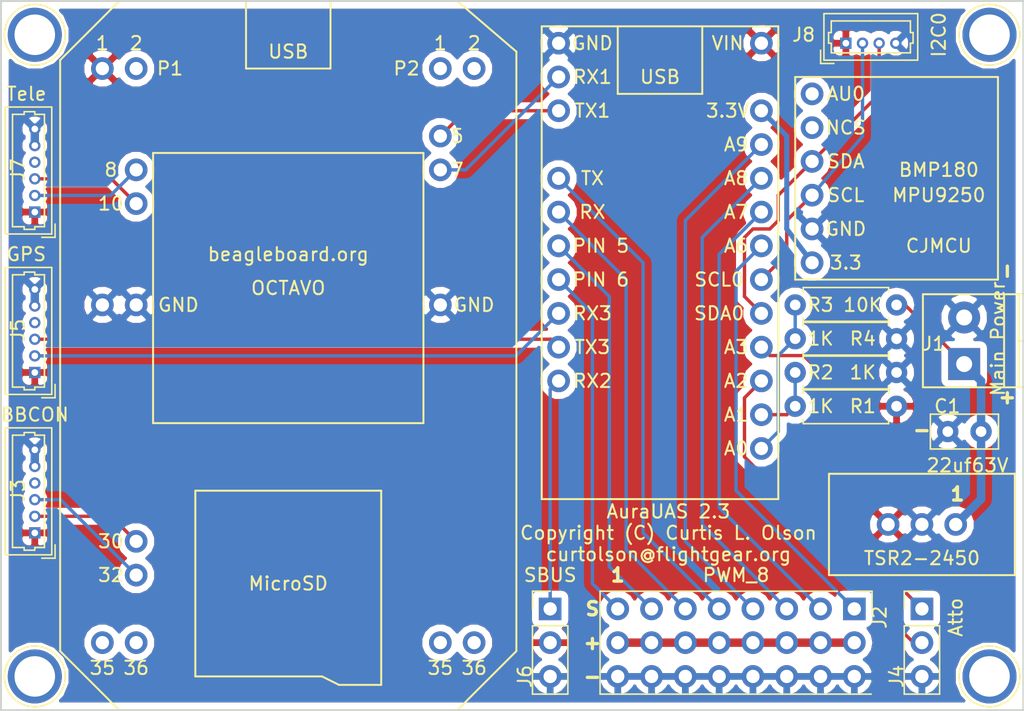
<source format=kicad_pcb>
(kicad_pcb (version 4) (host pcbnew 4.0.7)

  (general
    (links 72)
    (no_connects 0)
    (area 27.600999 47.993 105.309001 104.459)
    (thickness 1.6)
    (drawings 15)
    (tracks 97)
    (zones 0)
    (modules 21)
    (nets 34)
  )

  (page A)
  (title_block
    (title "AuraUAS Board")
  )

  (layers
    (0 F.Cu signal hide)
    (31 B.Cu signal)
    (32 B.Adhes user)
    (33 F.Adhes user)
    (34 B.Paste user)
    (35 F.Paste user)
    (36 B.SilkS user)
    (37 F.SilkS user)
    (38 B.Mask user)
    (39 F.Mask user)
    (40 Dwgs.User user)
    (41 Cmts.User user)
    (42 Eco1.User user)
    (43 Eco2.User user)
    (44 Edge.Cuts user)
    (45 Margin user)
    (46 B.CrtYd user)
    (47 F.CrtYd user)
    (48 B.Fab user)
    (49 F.Fab user)
  )

  (setup
    (last_trace_width 0.635)
    (user_trace_width 0.381)
    (user_trace_width 0.508)
    (user_trace_width 0.635)
    (trace_clearance 0.254)
    (zone_clearance 0.508)
    (zone_45_only no)
    (trace_min 0.254)
    (segment_width 0.2)
    (edge_width 0.15)
    (via_size 0.6858)
    (via_drill 0.3302)
    (via_min_size 0.6858)
    (via_min_drill 0.3302)
    (uvia_size 0.6858)
    (uvia_drill 0.3302)
    (uvias_allowed no)
    (uvia_min_size 0)
    (uvia_min_drill 0)
    (pcb_text_width 0.3)
    (pcb_text_size 1.5 1.5)
    (mod_edge_width 0.15)
    (mod_text_size 1 1)
    (mod_text_width 0.15)
    (pad_size 4.064 4.064)
    (pad_drill 3.2)
    (pad_to_mask_clearance 0.0508)
    (aux_axis_origin 0 0)
    (visible_elements FFFFFF7F)
    (pcbplotparams
      (layerselection 0x00020_80000001)
      (usegerberextensions false)
      (excludeedgelayer true)
      (linewidth 0.100000)
      (plotframeref false)
      (viasonmask false)
      (mode 1)
      (useauxorigin false)
      (hpglpennumber 1)
      (hpglpenspeed 20)
      (hpglpendiameter 15)
      (hpglpenoverlay 2)
      (psnegative false)
      (psa4output false)
      (plotreference true)
      (plotvalue true)
      (plotinvisibletext false)
      (padsonsilk false)
      (subtractmaskfromsilk false)
      (outputformat 1)
      (mirror false)
      (drillshape 0)
      (scaleselection 1)
      (outputdirectory ""))
  )

  (net 0 "")
  (net 1 VDD)
  (net 2 GND)
  (net 3 /PWM1)
  (net 4 /PWM2)
  (net 5 /PWM3)
  (net 6 /PWM4)
  (net 7 /PWM5)
  (net 8 /PWM6)
  (net 9 /PWM7)
  (net 10 /PWM8)
  (net 11 +5V)
  (net 12 /UART0_RX)
  (net 13 /UART0_TX)
  (net 14 "Net-(J3-Pad4)")
  (net 15 /ATTO_VOLTS)
  (net 16 /ATTO_AMPS)
  (net 17 /GPS_RX)
  (net 18 /GPS_TX)
  (net 19 "Net-(J5-Pad4)")
  (net 20 /SBUS_RX)
  (net 21 "Net-(J7-Pad4)")
  (net 22 /AVIONICS_VCC)
  (net 23 /MAIN_VCC)
  (net 24 /I2C0_SDA)
  (net 25 /I2C0_SCL)
  (net 26 +5VA)
  (net 27 /UART1_TX)
  (net 28 /UART1_RX)
  (net 29 +3V3)
  (net 30 "Net-(U4-Pad5)")
  (net 31 "Net-(U4-Pad6)")
  (net 32 /MODEM_TX)
  (net 33 /MODEM_RX)

  (net_class Default "This is the default net class."
    (clearance 0.254)
    (trace_width 0.254)
    (via_dia 0.6858)
    (via_drill 0.3302)
    (uvia_dia 0.6858)
    (uvia_drill 0.3302)
    (add_net +3V3)
    (add_net +5V)
    (add_net +5VA)
    (add_net /ATTO_AMPS)
    (add_net /ATTO_VOLTS)
    (add_net /AVIONICS_VCC)
    (add_net /GPS_RX)
    (add_net /GPS_TX)
    (add_net /I2C0_SCL)
    (add_net /I2C0_SDA)
    (add_net /MAIN_VCC)
    (add_net /MODEM_RX)
    (add_net /MODEM_TX)
    (add_net /PWM1)
    (add_net /PWM2)
    (add_net /PWM3)
    (add_net /PWM4)
    (add_net /PWM5)
    (add_net /PWM6)
    (add_net /PWM7)
    (add_net /PWM8)
    (add_net /SBUS_RX)
    (add_net /UART0_RX)
    (add_net /UART0_TX)
    (add_net /UART1_RX)
    (add_net /UART1_TX)
    (add_net GND)
    (add_net "Net-(J3-Pad4)")
    (add_net "Net-(J5-Pad4)")
    (add_net "Net-(J7-Pad4)")
    (add_net "Net-(U4-Pad5)")
    (add_net "Net-(U4-Pad6)")
    (add_net VDD)
  )

  (module Connectors_Molex:Molex_PicoBlade_53047-0610_06x1.25mm_Straight (layer F.Cu) (tedit 5A7BB536) (tstamp 5AE4E060)
    (at 30.48 77.47 90)
    (descr "Molex PicoBlade, single row, top entry type, through hole, PN:53047-0610")
    (tags "connector molex picoblade")
    (path /5A7902D0)
    (fp_text reference J5 (at 3.175 -1.27 90) (layer F.SilkS)
      (effects (font (size 1 1) (thickness 0.15)))
    )
    (fp_text value GPS (at 8.89 -0.635 180) (layer F.SilkS)
      (effects (font (size 1 1) (thickness 0.15)))
    )
    (fp_line (start -2 -2.55) (end -2 1.6) (layer F.CrtYd) (width 0.05))
    (fp_line (start -2 1.6) (end 8.25 1.6) (layer F.CrtYd) (width 0.05))
    (fp_line (start 8.25 1.6) (end 8.25 -2.55) (layer F.CrtYd) (width 0.05))
    (fp_line (start 8.25 -2.55) (end -2 -2.55) (layer F.CrtYd) (width 0.05))
    (fp_line (start -1.5 -2.075) (end -1.5 1.125) (layer F.Fab) (width 0.1))
    (fp_line (start -1.5 1.125) (end 7.75 1.125) (layer F.Fab) (width 0.1))
    (fp_line (start 7.75 1.125) (end 7.75 -2.075) (layer F.Fab) (width 0.1))
    (fp_line (start 7.75 -2.075) (end -1.5 -2.075) (layer F.Fab) (width 0.1))
    (fp_line (start -1.65 -2.225) (end -1.65 1.275) (layer F.SilkS) (width 0.12))
    (fp_line (start -1.65 1.275) (end 7.9 1.275) (layer F.SilkS) (width 0.12))
    (fp_line (start 7.9 1.275) (end 7.9 -2.225) (layer F.SilkS) (width 0.12))
    (fp_line (start 7.9 -2.225) (end -1.65 -2.225) (layer F.SilkS) (width 0.12))
    (fp_line (start 3.125 0.725) (end -1.1 0.725) (layer F.SilkS) (width 0.12))
    (fp_line (start -1.1 0.725) (end -1.1 0) (layer F.SilkS) (width 0.12))
    (fp_line (start -1.1 0) (end -1.3 0) (layer F.SilkS) (width 0.12))
    (fp_line (start -1.3 0) (end -1.3 -0.8) (layer F.SilkS) (width 0.12))
    (fp_line (start -1.3 -0.8) (end -1.1 -0.8) (layer F.SilkS) (width 0.12))
    (fp_line (start -1.1 -0.8) (end -1.1 -1.675) (layer F.SilkS) (width 0.12))
    (fp_line (start -1.1 -1.675) (end 3.125 -1.675) (layer F.SilkS) (width 0.12))
    (fp_line (start 3.125 0.725) (end 7.35 0.725) (layer F.SilkS) (width 0.12))
    (fp_line (start 7.35 0.725) (end 7.35 0) (layer F.SilkS) (width 0.12))
    (fp_line (start 7.35 0) (end 7.55 0) (layer F.SilkS) (width 0.12))
    (fp_line (start 7.55 0) (end 7.55 -0.8) (layer F.SilkS) (width 0.12))
    (fp_line (start 7.55 -0.8) (end 7.35 -0.8) (layer F.SilkS) (width 0.12))
    (fp_line (start 7.35 -0.8) (end 7.35 -1.675) (layer F.SilkS) (width 0.12))
    (fp_line (start 7.35 -1.675) (end 3.125 -1.675) (layer F.SilkS) (width 0.12))
    (fp_line (start -1.9 1.525) (end -1.9 0.525) (layer F.SilkS) (width 0.12))
    (fp_line (start -1.9 1.525) (end -0.9 1.525) (layer F.SilkS) (width 0.12))
    (fp_text user %R (at 6.985 2.54 90) (layer F.Fab)
      (effects (font (size 1 1) (thickness 0.15)))
    )
    (pad 1 thru_hole rect (at 0 0 90) (size 0.85 0.85) (drill 0.5) (layers *.Cu *.Mask)
      (net 11 +5V))
    (pad 2 thru_hole circle (at 1.25 0 90) (size 0.85 0.85) (drill 0.5) (layers *.Cu *.Mask)
      (net 18 /GPS_TX))
    (pad 3 thru_hole circle (at 2.5 0 90) (size 0.85 0.85) (drill 0.5) (layers *.Cu *.Mask)
      (net 17 /GPS_RX))
    (pad 4 thru_hole circle (at 3.75 0 90) (size 0.85 0.85) (drill 0.5) (layers *.Cu *.Mask)
      (net 19 "Net-(J5-Pad4)"))
    (pad 5 thru_hole circle (at 5 0 90) (size 0.85 0.85) (drill 0.5) (layers *.Cu *.Mask)
      (net 2 GND))
    (pad 6 thru_hole circle (at 6.25 0 90) (size 0.85 0.85) (drill 0.5) (layers *.Cu *.Mask)
      (net 2 GND))
    (model ${KISYS3DMOD}/Connectors_Molex.3dshapes/Molex_PicoBlade_53047-0610_06x1.25mm_Straight.wrl
      (at (xyz 0 0 0))
      (scale (xyz 1 1 1))
      (rotate (xyz 0 0 0))
    )
  )

  (module Connectors_Molex:Molex_PicoBlade_53047-0610_06x1.25mm_Straight (layer F.Cu) (tedit 5A7BB543) (tstamp 5AE4E039)
    (at 30.48 89.535 90)
    (descr "Molex PicoBlade, single row, top entry type, through hole, PN:53047-0610")
    (tags "connector molex picoblade")
    (path /5A78FF6B)
    (fp_text reference J3 (at 3.175 -1.27 90) (layer F.SilkS)
      (effects (font (size 1 1) (thickness 0.15)))
    )
    (fp_text value BBCON (at 8.89 0 180) (layer F.SilkS)
      (effects (font (size 1 1) (thickness 0.15)))
    )
    (fp_line (start -2 -2.55) (end -2 1.6) (layer F.CrtYd) (width 0.05))
    (fp_line (start -2 1.6) (end 8.25 1.6) (layer F.CrtYd) (width 0.05))
    (fp_line (start 8.25 1.6) (end 8.25 -2.55) (layer F.CrtYd) (width 0.05))
    (fp_line (start 8.25 -2.55) (end -2 -2.55) (layer F.CrtYd) (width 0.05))
    (fp_line (start -1.5 -2.075) (end -1.5 1.125) (layer F.Fab) (width 0.1))
    (fp_line (start -1.5 1.125) (end 7.75 1.125) (layer F.Fab) (width 0.1))
    (fp_line (start 7.75 1.125) (end 7.75 -2.075) (layer F.Fab) (width 0.1))
    (fp_line (start 7.75 -2.075) (end -1.5 -2.075) (layer F.Fab) (width 0.1))
    (fp_line (start -1.65 -2.225) (end -1.65 1.275) (layer F.SilkS) (width 0.12))
    (fp_line (start -1.65 1.275) (end 7.9 1.275) (layer F.SilkS) (width 0.12))
    (fp_line (start 7.9 1.275) (end 7.9 -2.225) (layer F.SilkS) (width 0.12))
    (fp_line (start 7.9 -2.225) (end -1.65 -2.225) (layer F.SilkS) (width 0.12))
    (fp_line (start 3.125 0.725) (end -1.1 0.725) (layer F.SilkS) (width 0.12))
    (fp_line (start -1.1 0.725) (end -1.1 0) (layer F.SilkS) (width 0.12))
    (fp_line (start -1.1 0) (end -1.3 0) (layer F.SilkS) (width 0.12))
    (fp_line (start -1.3 0) (end -1.3 -0.8) (layer F.SilkS) (width 0.12))
    (fp_line (start -1.3 -0.8) (end -1.1 -0.8) (layer F.SilkS) (width 0.12))
    (fp_line (start -1.1 -0.8) (end -1.1 -1.675) (layer F.SilkS) (width 0.12))
    (fp_line (start -1.1 -1.675) (end 3.125 -1.675) (layer F.SilkS) (width 0.12))
    (fp_line (start 3.125 0.725) (end 7.35 0.725) (layer F.SilkS) (width 0.12))
    (fp_line (start 7.35 0.725) (end 7.35 0) (layer F.SilkS) (width 0.12))
    (fp_line (start 7.35 0) (end 7.55 0) (layer F.SilkS) (width 0.12))
    (fp_line (start 7.55 0) (end 7.55 -0.8) (layer F.SilkS) (width 0.12))
    (fp_line (start 7.55 -0.8) (end 7.35 -0.8) (layer F.SilkS) (width 0.12))
    (fp_line (start 7.35 -0.8) (end 7.35 -1.675) (layer F.SilkS) (width 0.12))
    (fp_line (start 7.35 -1.675) (end 3.125 -1.675) (layer F.SilkS) (width 0.12))
    (fp_line (start -1.9 1.525) (end -1.9 0.525) (layer F.SilkS) (width 0.12))
    (fp_line (start -1.9 1.525) (end -0.9 1.525) (layer F.SilkS) (width 0.12))
    (fp_text user %R (at 6.985 2.54 90) (layer F.Fab)
      (effects (font (size 1 1) (thickness 0.15)))
    )
    (pad 1 thru_hole rect (at 0 0 90) (size 0.85 0.85) (drill 0.5) (layers *.Cu *.Mask)
      (net 11 +5V))
    (pad 2 thru_hole circle (at 1.25 0 90) (size 0.85 0.85) (drill 0.5) (layers *.Cu *.Mask)
      (net 13 /UART0_TX))
    (pad 3 thru_hole circle (at 2.5 0 90) (size 0.85 0.85) (drill 0.5) (layers *.Cu *.Mask)
      (net 12 /UART0_RX))
    (pad 4 thru_hole circle (at 3.75 0 90) (size 0.85 0.85) (drill 0.5) (layers *.Cu *.Mask)
      (net 14 "Net-(J3-Pad4)"))
    (pad 5 thru_hole circle (at 5 0 90) (size 0.85 0.85) (drill 0.5) (layers *.Cu *.Mask)
      (net 2 GND))
    (pad 6 thru_hole circle (at 6.25 0 90) (size 0.85 0.85) (drill 0.5) (layers *.Cu *.Mask)
      (net 2 GND))
    (model ${KISYS3DMOD}/Connectors_Molex.3dshapes/Molex_PicoBlade_53047-0610_06x1.25mm_Straight.wrl
      (at (xyz 0 0 0))
      (scale (xyz 1 1 1))
      (rotate (xyz 0 0 0))
    )
  )

  (module Connectors_Molex:Molex_PicoBlade_53047-0610_06x1.25mm_Straight (layer F.Cu) (tedit 5A7CDE0A) (tstamp 5AE4DDC0)
    (at 30.48 65.405 90)
    (descr "Molex PicoBlade, single row, top entry type, through hole, PN:53047-0610")
    (tags "connector molex picoblade")
    (path /5A78F7A6)
    (fp_text reference J7 (at 3.175 -1.27 90) (layer F.SilkS)
      (effects (font (size 1 1) (thickness 0.15)))
    )
    (fp_text value Tele (at 8.89 -0.635 180) (layer F.SilkS)
      (effects (font (size 1 1) (thickness 0.15)))
    )
    (fp_line (start -2 -2.55) (end -2 1.6) (layer F.CrtYd) (width 0.05))
    (fp_line (start -2 1.6) (end 8.25 1.6) (layer F.CrtYd) (width 0.05))
    (fp_line (start 8.25 1.6) (end 8.25 -2.55) (layer F.CrtYd) (width 0.05))
    (fp_line (start 8.25 -2.55) (end -2 -2.55) (layer F.CrtYd) (width 0.05))
    (fp_line (start -1.5 -2.075) (end -1.5 1.125) (layer F.Fab) (width 0.1))
    (fp_line (start -1.5 1.125) (end 7.75 1.125) (layer F.Fab) (width 0.1))
    (fp_line (start 7.75 1.125) (end 7.75 -2.075) (layer F.Fab) (width 0.1))
    (fp_line (start 7.75 -2.075) (end -1.5 -2.075) (layer F.Fab) (width 0.1))
    (fp_line (start -1.65 -2.225) (end -1.65 1.275) (layer F.SilkS) (width 0.12))
    (fp_line (start -1.65 1.275) (end 7.9 1.275) (layer F.SilkS) (width 0.12))
    (fp_line (start 7.9 1.275) (end 7.9 -2.225) (layer F.SilkS) (width 0.12))
    (fp_line (start 7.9 -2.225) (end -1.65 -2.225) (layer F.SilkS) (width 0.12))
    (fp_line (start 3.125 0.725) (end -1.1 0.725) (layer F.SilkS) (width 0.12))
    (fp_line (start -1.1 0.725) (end -1.1 0) (layer F.SilkS) (width 0.12))
    (fp_line (start -1.1 0) (end -1.3 0) (layer F.SilkS) (width 0.12))
    (fp_line (start -1.3 0) (end -1.3 -0.8) (layer F.SilkS) (width 0.12))
    (fp_line (start -1.3 -0.8) (end -1.1 -0.8) (layer F.SilkS) (width 0.12))
    (fp_line (start -1.1 -0.8) (end -1.1 -1.675) (layer F.SilkS) (width 0.12))
    (fp_line (start -1.1 -1.675) (end 3.125 -1.675) (layer F.SilkS) (width 0.12))
    (fp_line (start 3.125 0.725) (end 7.35 0.725) (layer F.SilkS) (width 0.12))
    (fp_line (start 7.35 0.725) (end 7.35 0) (layer F.SilkS) (width 0.12))
    (fp_line (start 7.35 0) (end 7.55 0) (layer F.SilkS) (width 0.12))
    (fp_line (start 7.55 0) (end 7.55 -0.8) (layer F.SilkS) (width 0.12))
    (fp_line (start 7.55 -0.8) (end 7.35 -0.8) (layer F.SilkS) (width 0.12))
    (fp_line (start 7.35 -0.8) (end 7.35 -1.675) (layer F.SilkS) (width 0.12))
    (fp_line (start 7.35 -1.675) (end 3.125 -1.675) (layer F.SilkS) (width 0.12))
    (fp_line (start -1.9 1.525) (end -1.9 0.525) (layer F.SilkS) (width 0.12))
    (fp_line (start -1.9 1.525) (end -0.9 1.525) (layer F.SilkS) (width 0.12))
    (fp_text user %R (at 6.35 2.54 90) (layer F.Fab)
      (effects (font (size 1 1) (thickness 0.15)))
    )
    (pad 1 thru_hole rect (at 0 0 90) (size 0.85 0.85) (drill 0.5) (layers *.Cu *.Mask)
      (net 11 +5V))
    (pad 2 thru_hole circle (at 1.25 0 90) (size 0.85 0.85) (drill 0.5) (layers *.Cu *.Mask)
      (net 32 /MODEM_TX))
    (pad 3 thru_hole circle (at 2.5 0 90) (size 0.85 0.85) (drill 0.5) (layers *.Cu *.Mask)
      (net 33 /MODEM_RX))
    (pad 4 thru_hole circle (at 3.75 0 90) (size 0.85 0.85) (drill 0.5) (layers *.Cu *.Mask)
      (net 21 "Net-(J7-Pad4)"))
    (pad 5 thru_hole circle (at 5 0 90) (size 0.85 0.85) (drill 0.5) (layers *.Cu *.Mask)
      (net 2 GND))
    (pad 6 thru_hole circle (at 6.25 0 90) (size 0.85 0.85) (drill 0.5) (layers *.Cu *.Mask)
      (net 2 GND))
    (model ${KISYS3DMOD}/Connectors_Molex.3dshapes/Molex_PicoBlade_53047-0610_06x1.25mm_Straight.wrl
      (at (xyz 0 0 0))
      (scale (xyz 1 1 1))
      (rotate (xyz 0 0 0))
    )
  )

  (module Connectors_Molex:Molex_PicoBlade_53047-0410_04x1.25mm_Straight (layer F.Cu) (tedit 5AA359BB) (tstamp 5AE4DBE2)
    (at 91.44 52.705)
    (descr "Molex PicoBlade, single row, top entry type, through hole, PN:53047-0410")
    (tags "connector molex picoblade")
    (path /5A7B843E)
    (fp_text reference J8 (at -3.175 -0.635) (layer F.SilkS)
      (effects (font (size 1 1) (thickness 0.15)))
    )
    (fp_text value I2C0 (at 6.985 -0.635 90) (layer F.SilkS)
      (effects (font (size 1 1) (thickness 0.15)))
    )
    (fp_line (start -2 -2.55) (end -2 1.6) (layer F.CrtYd) (width 0.05))
    (fp_line (start -2 1.6) (end 5.75 1.6) (layer F.CrtYd) (width 0.05))
    (fp_line (start 5.75 1.6) (end 5.75 -2.55) (layer F.CrtYd) (width 0.05))
    (fp_line (start 5.75 -2.55) (end -2 -2.55) (layer F.CrtYd) (width 0.05))
    (fp_line (start -1.5 -2.075) (end -1.5 1.125) (layer F.Fab) (width 0.1))
    (fp_line (start -1.5 1.125) (end 5.25 1.125) (layer F.Fab) (width 0.1))
    (fp_line (start 5.25 1.125) (end 5.25 -2.075) (layer F.Fab) (width 0.1))
    (fp_line (start 5.25 -2.075) (end -1.5 -2.075) (layer F.Fab) (width 0.1))
    (fp_line (start -1.65 -2.225) (end -1.65 1.275) (layer F.SilkS) (width 0.12))
    (fp_line (start -1.65 1.275) (end 5.4 1.275) (layer F.SilkS) (width 0.12))
    (fp_line (start 5.4 1.275) (end 5.4 -2.225) (layer F.SilkS) (width 0.12))
    (fp_line (start 5.4 -2.225) (end -1.65 -2.225) (layer F.SilkS) (width 0.12))
    (fp_line (start 1.875 0.725) (end -1.1 0.725) (layer F.SilkS) (width 0.12))
    (fp_line (start -1.1 0.725) (end -1.1 0) (layer F.SilkS) (width 0.12))
    (fp_line (start -1.1 0) (end -1.3 0) (layer F.SilkS) (width 0.12))
    (fp_line (start -1.3 0) (end -1.3 -0.8) (layer F.SilkS) (width 0.12))
    (fp_line (start -1.3 -0.8) (end -1.1 -0.8) (layer F.SilkS) (width 0.12))
    (fp_line (start -1.1 -0.8) (end -1.1 -1.675) (layer F.SilkS) (width 0.12))
    (fp_line (start -1.1 -1.675) (end 1.875 -1.675) (layer F.SilkS) (width 0.12))
    (fp_line (start 1.875 0.725) (end 4.85 0.725) (layer F.SilkS) (width 0.12))
    (fp_line (start 4.85 0.725) (end 4.85 0) (layer F.SilkS) (width 0.12))
    (fp_line (start 4.85 0) (end 5.05 0) (layer F.SilkS) (width 0.12))
    (fp_line (start 5.05 0) (end 5.05 -0.8) (layer F.SilkS) (width 0.12))
    (fp_line (start 5.05 -0.8) (end 4.85 -0.8) (layer F.SilkS) (width 0.12))
    (fp_line (start 4.85 -0.8) (end 4.85 -1.675) (layer F.SilkS) (width 0.12))
    (fp_line (start 4.85 -1.675) (end 1.875 -1.675) (layer F.SilkS) (width 0.12))
    (fp_line (start -1.9 1.525) (end -1.9 0.525) (layer F.SilkS) (width 0.12))
    (fp_line (start -1.9 1.525) (end -0.9 1.525) (layer F.SilkS) (width 0.12))
    (fp_text user %R (at -3.175 0) (layer F.Fab) hide
      (effects (font (size 1 1) (thickness 0.15)))
    )
    (pad 1 thru_hole rect (at 0 0) (size 0.85 0.85) (drill 0.5) (layers *.Cu *.Mask)
      (net 11 +5V))
    (pad 2 thru_hole circle (at 1.25 0) (size 0.85 0.85) (drill 0.5) (layers *.Cu *.Mask)
      (net 25 /I2C0_SCL))
    (pad 3 thru_hole circle (at 2.5 0) (size 0.85 0.85) (drill 0.5) (layers *.Cu *.Mask)
      (net 24 /I2C0_SDA))
    (pad 4 thru_hole circle (at 3.75 0) (size 0.85 0.85) (drill 0.5) (layers *.Cu *.Mask)
      (net 2 GND))
    (model ${KISYS3DMOD}/Connectors_Molex.3dshapes/Molex_PicoBlade_53047-0410_04x1.25mm_Straight.wrl
      (at (xyz 0 0 0))
      (scale (xyz 1 1 1))
      (rotate (xyz 0 0 0))
    )
  )

  (module footprint:PWM_3x08 (layer F.Cu) (tedit 5A7CDDF0) (tstamp 5ADCD7B7)
    (at 92.075 95.25 270)
    (descr "Through hole straight pin header, 1x08, 2.54mm pitch, single row")
    (tags "Through hole pin header THT 1x08 2.54mm single row")
    (path /5A7B6479)
    (fp_text reference J2 (at 0.635 -1.905 450) (layer F.SilkS)
      (effects (font (size 1 1) (thickness 0.15)))
    )
    (fp_text value PWM_8 (at -2.54 8.89 360) (layer F.SilkS)
      (effects (font (size 1 1) (thickness 0.15)))
    )
    (fp_line (start -0.635 -1.27) (end 6.35 -1.27) (layer F.Fab) (width 0.1))
    (fp_line (start 6.35 -1.27) (end 6.35 19.05) (layer F.Fab) (width 0.1))
    (fp_line (start 6.35 19.05) (end -1.27 19.05) (layer F.Fab) (width 0.1))
    (fp_line (start -1.27 19.05) (end -1.27 -0.635) (layer F.Fab) (width 0.1))
    (fp_line (start -1.27 -0.635) (end -0.635 -1.27) (layer F.Fab) (width 0.1))
    (fp_line (start -1.33 19.11) (end 6.41 19.11) (layer F.SilkS) (width 0.12))
    (fp_line (start -1.33 1.27) (end -1.33 19.11) (layer F.SilkS) (width 0.12))
    (fp_line (start 6.41 -1.27) (end 6.41 19.11) (layer F.SilkS) (width 0.12))
    (fp_line (start -1.33 0) (end -1.33 -1.33) (layer F.SilkS) (width 0.12))
    (fp_line (start -1.33 -1.33) (end 0 -1.33) (layer F.SilkS) (width 0.12))
    (fp_line (start -1.8 -1.8) (end -1.8 19.55) (layer F.CrtYd) (width 0.05))
    (fp_line (start -1.8 19.55) (end 6.88 19.55) (layer F.CrtYd) (width 0.05))
    (fp_line (start 6.88 19.55) (end 6.88 -1.8) (layer F.CrtYd) (width 0.05))
    (fp_line (start 6.88 -1.8) (end -1.8 -1.8) (layer F.CrtYd) (width 0.05))
    (fp_text user %R (at 0 8.89 360) (layer F.Fab)
      (effects (font (size 1 1) (thickness 0.15)))
    )
    (pad 10 thru_hole oval (at 5.08 17.78 270) (size 1.7 1.7) (drill 1) (layers *.Cu *.Mask)
      (net 2 GND))
    (pad 10 thru_hole oval (at 5.08 15.24 270) (size 1.7 1.7) (drill 1) (layers *.Cu *.Mask)
      (net 2 GND))
    (pad 10 thru_hole oval (at 5.08 12.7 270) (size 1.7 1.7) (drill 1) (layers *.Cu *.Mask)
      (net 2 GND))
    (pad 10 thru_hole oval (at 5.08 10.16 270) (size 1.7 1.7) (drill 1) (layers *.Cu *.Mask)
      (net 2 GND))
    (pad 10 thru_hole oval (at 5.08 7.62 270) (size 1.7 1.7) (drill 1) (layers *.Cu *.Mask)
      (net 2 GND))
    (pad 10 thru_hole oval (at 5.08 5.08 270) (size 1.7 1.7) (drill 1) (layers *.Cu *.Mask)
      (net 2 GND))
    (pad 10 thru_hole oval (at 5.08 2.54 270) (size 1.7 1.7) (drill 1) (layers *.Cu *.Mask)
      (net 2 GND))
    (pad 10 thru_hole oval (at 5.08 0 270) (size 1.7 1.7) (drill 1) (layers *.Cu *.Mask)
      (net 2 GND))
    (pad 9 thru_hole oval (at 2.54 17.78 270) (size 1.7 1.7) (drill 1) (layers *.Cu *.Mask)
      (net 26 +5VA))
    (pad 9 thru_hole oval (at 2.54 15.24 270) (size 1.7 1.7) (drill 1) (layers *.Cu *.Mask)
      (net 26 +5VA))
    (pad 9 thru_hole oval (at 2.54 12.7 270) (size 1.7 1.7) (drill 1) (layers *.Cu *.Mask)
      (net 26 +5VA))
    (pad 9 thru_hole oval (at 2.54 10.16 270) (size 1.7 1.7) (drill 1) (layers *.Cu *.Mask)
      (net 26 +5VA))
    (pad 9 thru_hole oval (at 2.54 7.62 270) (size 1.7 1.7) (drill 1) (layers *.Cu *.Mask)
      (net 26 +5VA))
    (pad 9 thru_hole oval (at 2.54 5.08 270) (size 1.7 1.7) (drill 1) (layers *.Cu *.Mask)
      (net 26 +5VA))
    (pad 9 thru_hole oval (at 2.54 2.54 270) (size 1.7 1.7) (drill 1) (layers *.Cu *.Mask)
      (net 26 +5VA))
    (pad 9 thru_hole oval (at 2.54 0 270) (size 1.7 1.7) (drill 1) (layers *.Cu *.Mask)
      (net 26 +5VA))
    (pad 8 thru_hole rect (at 0 0 270) (size 1.7 1.7) (drill 1) (layers *.Cu *.Mask)
      (net 10 /PWM8))
    (pad 7 thru_hole oval (at 0 2.54 270) (size 1.7 1.7) (drill 1) (layers *.Cu *.Mask)
      (net 9 /PWM7))
    (pad 6 thru_hole oval (at 0 5.08 270) (size 1.7 1.7) (drill 1) (layers *.Cu *.Mask)
      (net 8 /PWM6))
    (pad 5 thru_hole oval (at 0 7.62 270) (size 1.7 1.7) (drill 1) (layers *.Cu *.Mask)
      (net 7 /PWM5))
    (pad 4 thru_hole oval (at 0 10.16 270) (size 1.7 1.7) (drill 1) (layers *.Cu *.Mask)
      (net 6 /PWM4))
    (pad 3 thru_hole oval (at 0 12.7 270) (size 1.7 1.7) (drill 1) (layers *.Cu *.Mask)
      (net 5 /PWM3))
    (pad 2 thru_hole oval (at 0 15.24 270) (size 1.7 1.7) (drill 1) (layers *.Cu *.Mask)
      (net 4 /PWM2))
    (pad 1 thru_hole oval (at 0 17.78 270) (size 1.7 1.7) (drill 1) (layers *.Cu *.Mask)
      (net 3 /PWM1))
    (model ${KISYS3DMOD}/Pin_Headers.3dshapes/Pin_Header_Straight_1x08_Pitch2.54mm.wrl
      (at (xyz 0 0 0))
      (scale (xyz 1 1 1))
      (rotate (xyz 0 0 0))
    )
  )

  (module Connectors:1pin (layer F.Cu) (tedit 5AA354F4) (tstamp 5A839A05)
    (at 102.235 52.07)
    (descr "module 1 pin (ou trou mecanique de percage)")
    (tags DEV)
    (fp_text reference MH4 (at 0 -3.048) (layer F.SilkS) hide
      (effects (font (size 1 1) (thickness 0.15)))
    )
    (fp_text value 1pin (at 0 3) (layer F.Fab) hide
      (effects (font (size 1 1) (thickness 0.15)))
    )
    (fp_circle (center 0 0) (end 2 0.8) (layer F.Fab) (width 0.1))
    (fp_circle (center 0 0) (end 2.6 0) (layer F.CrtYd) (width 0.05))
    (fp_circle (center 0 0) (end 0 -2.286) (layer F.SilkS) (width 0.12))
    (pad 1 thru_hole circle (at 0 0) (size 4.064 4.064) (drill 3.048) (layers *.Cu *.Mask))
  )

  (module Connectors:1pin (layer F.Cu) (tedit 5AA354E5) (tstamp 5A8399ED)
    (at 102.235 100.33)
    (descr "module 1 pin (ou trou mecanique de percage)")
    (tags DEV)
    (fp_text reference MH3 (at 0 -3.048) (layer F.SilkS) hide
      (effects (font (size 1 1) (thickness 0.15)))
    )
    (fp_text value 1pin (at 0 3) (layer F.Fab) hide
      (effects (font (size 1 1) (thickness 0.15)))
    )
    (fp_circle (center 0 0) (end 2 0.8) (layer F.Fab) (width 0.1))
    (fp_circle (center 0 0) (end 2.6 0) (layer F.CrtYd) (width 0.05))
    (fp_circle (center 0 0) (end 0 -2.286) (layer F.SilkS) (width 0.12))
    (pad 1 thru_hole circle (at 0 0) (size 4.064 4.064) (drill 3.048) (layers *.Cu *.Mask))
  )

  (module Connectors:1pin (layer F.Cu) (tedit 5AA354D0) (tstamp 5A8399D4)
    (at 30.48 100.33)
    (descr "module 1 pin (ou trou mecanique de percage)")
    (tags DEV)
    (fp_text reference MH2 (at 0 -3.048) (layer F.SilkS) hide
      (effects (font (size 1 1) (thickness 0.15)))
    )
    (fp_text value 1pin (at 0 3) (layer F.Fab) hide
      (effects (font (size 1 1) (thickness 0.15)))
    )
    (fp_circle (center 0 0) (end 2 0.8) (layer F.Fab) (width 0.1))
    (fp_circle (center 0 0) (end 2.6 0) (layer F.CrtYd) (width 0.05))
    (fp_circle (center 0 0) (end 0 -2.286) (layer F.SilkS) (width 0.12))
    (pad 1 thru_hole circle (at 0 0) (size 4.064 4.064) (drill 3.048) (layers *.Cu *.Mask))
  )

  (module Connectors:1pin (layer F.Cu) (tedit 5AA354BE) (tstamp 5A8399B2)
    (at 30.48 52.07)
    (descr "module 1 pin (ou trou mecanique de percage)")
    (tags DEV)
    (fp_text reference MH1 (at 0 -3.048) (layer F.SilkS) hide
      (effects (font (size 1 1) (thickness 0.15)))
    )
    (fp_text value 1pin (at 0 3) (layer F.Fab) hide
      (effects (font (size 1 1) (thickness 0.15)))
    )
    (fp_circle (center 0 0) (end 2 0.8) (layer F.Fab) (width 0.1))
    (fp_circle (center 0 0) (end 2.6 0) (layer F.CrtYd) (width 0.05))
    (fp_circle (center 0 0) (end 0 -2.286) (layer F.SilkS) (width 0.12))
    (pad 1 thru_hole circle (at 0 0) (size 4.064 4.064) (drill 3.048) (layers *.Cu *.Mask))
  )

  (module Resistors_THT:R_Axial_DIN0207_L6.3mm_D2.5mm_P7.62mm_Horizontal (layer F.Cu) (tedit 5AA35A19) (tstamp 5A7B2CF4)
    (at 95.25 74.93 180)
    (descr "Resistor, Axial_DIN0207 series, Axial, Horizontal, pin pitch=7.62mm, 0.25W = 1/4W, length*diameter=6.3*2.5mm^2, http://cdn-reichelt.de/documents/datenblatt/B400/1_4W%23YAG.pdf")
    (tags "Resistor Axial_DIN0207 series Axial Horizontal pin pitch 7.62mm 0.25W = 1/4W length 6.3mm diameter 2.5mm")
    (path /5A79C102)
    (fp_text reference R4 (at 2.54 0 180) (layer F.SilkS)
      (effects (font (size 1 1) (thickness 0.15)))
    )
    (fp_text value 1K (at 5.715 0 180) (layer F.SilkS)
      (effects (font (size 1 1) (thickness 0.15)))
    )
    (fp_line (start 0.66 -1.25) (end 0.66 1.25) (layer F.Fab) (width 0.1))
    (fp_line (start 0.66 1.25) (end 6.96 1.25) (layer F.Fab) (width 0.1))
    (fp_line (start 6.96 1.25) (end 6.96 -1.25) (layer F.Fab) (width 0.1))
    (fp_line (start 6.96 -1.25) (end 0.66 -1.25) (layer F.Fab) (width 0.1))
    (fp_line (start 0 0) (end 0.66 0) (layer F.Fab) (width 0.1))
    (fp_line (start 7.62 0) (end 6.96 0) (layer F.Fab) (width 0.1))
    (fp_line (start 0.6 -0.98) (end 0.6 -1.31) (layer F.SilkS) (width 0.12))
    (fp_line (start 0.6 -1.31) (end 7.02 -1.31) (layer F.SilkS) (width 0.12))
    (fp_line (start 7.02 -1.31) (end 7.02 -0.98) (layer F.SilkS) (width 0.12))
    (fp_line (start 0.6 0.98) (end 0.6 1.31) (layer F.SilkS) (width 0.12))
    (fp_line (start 0.6 1.31) (end 7.02 1.31) (layer F.SilkS) (width 0.12))
    (fp_line (start 7.02 1.31) (end 7.02 0.98) (layer F.SilkS) (width 0.12))
    (fp_line (start -1.05 -1.6) (end -1.05 1.6) (layer F.CrtYd) (width 0.05))
    (fp_line (start -1.05 1.6) (end 8.7 1.6) (layer F.CrtYd) (width 0.05))
    (fp_line (start 8.7 1.6) (end 8.7 -1.6) (layer F.CrtYd) (width 0.05))
    (fp_line (start 8.7 -1.6) (end -1.05 -1.6) (layer F.CrtYd) (width 0.05))
    (pad 1 thru_hole circle (at 0 0 180) (size 1.6 1.6) (drill 0.8) (layers *.Cu *.Mask)
      (net 2 GND))
    (pad 2 thru_hole oval (at 7.62 0 180) (size 1.6 1.6) (drill 0.8) (layers *.Cu *.Mask)
      (net 23 /MAIN_VCC))
    (model ${KISYS3DMOD}/Resistors_THT.3dshapes/R_Axial_DIN0207_L6.3mm_D2.5mm_P7.62mm_Horizontal.wrl
      (at (xyz 0 0 0))
      (scale (xyz 0.393701 0.393701 0.393701))
      (rotate (xyz 0 0 0))
    )
  )

  (module Resistors_THT:R_Axial_DIN0207_L6.3mm_D2.5mm_P7.62mm_Horizontal (layer F.Cu) (tedit 5A7BB46D) (tstamp 5A7B2CEE)
    (at 87.63 72.39)
    (descr "Resistor, Axial_DIN0207 series, Axial, Horizontal, pin pitch=7.62mm, 0.25W = 1/4W, length*diameter=6.3*2.5mm^2, http://cdn-reichelt.de/documents/datenblatt/B400/1_4W%23YAG.pdf")
    (tags "Resistor Axial_DIN0207 series Axial Horizontal pin pitch 7.62mm 0.25W = 1/4W length 6.3mm diameter 2.5mm")
    (path /5A79C09B)
    (fp_text reference R3 (at 1.905 0) (layer F.SilkS)
      (effects (font (size 1 1) (thickness 0.15)))
    )
    (fp_text value 10K (at 5.08 0) (layer F.SilkS)
      (effects (font (size 1 1) (thickness 0.15)))
    )
    (fp_line (start 0.66 -1.25) (end 0.66 1.25) (layer F.Fab) (width 0.1))
    (fp_line (start 0.66 1.25) (end 6.96 1.25) (layer F.Fab) (width 0.1))
    (fp_line (start 6.96 1.25) (end 6.96 -1.25) (layer F.Fab) (width 0.1))
    (fp_line (start 6.96 -1.25) (end 0.66 -1.25) (layer F.Fab) (width 0.1))
    (fp_line (start 0 0) (end 0.66 0) (layer F.Fab) (width 0.1))
    (fp_line (start 7.62 0) (end 6.96 0) (layer F.Fab) (width 0.1))
    (fp_line (start 0.6 -0.98) (end 0.6 -1.31) (layer F.SilkS) (width 0.12))
    (fp_line (start 0.6 -1.31) (end 7.02 -1.31) (layer F.SilkS) (width 0.12))
    (fp_line (start 7.02 -1.31) (end 7.02 -0.98) (layer F.SilkS) (width 0.12))
    (fp_line (start 0.6 0.98) (end 0.6 1.31) (layer F.SilkS) (width 0.12))
    (fp_line (start 0.6 1.31) (end 7.02 1.31) (layer F.SilkS) (width 0.12))
    (fp_line (start 7.02 1.31) (end 7.02 0.98) (layer F.SilkS) (width 0.12))
    (fp_line (start -1.05 -1.6) (end -1.05 1.6) (layer F.CrtYd) (width 0.05))
    (fp_line (start -1.05 1.6) (end 8.7 1.6) (layer F.CrtYd) (width 0.05))
    (fp_line (start 8.7 1.6) (end 8.7 -1.6) (layer F.CrtYd) (width 0.05))
    (fp_line (start 8.7 -1.6) (end -1.05 -1.6) (layer F.CrtYd) (width 0.05))
    (pad 1 thru_hole circle (at 0 0) (size 1.6 1.6) (drill 0.8) (layers *.Cu *.Mask)
      (net 23 /MAIN_VCC))
    (pad 2 thru_hole oval (at 7.62 0) (size 1.6 1.6) (drill 0.8) (layers *.Cu *.Mask)
      (net 1 VDD))
    (model ${KISYS3DMOD}/Resistors_THT.3dshapes/R_Axial_DIN0207_L6.3mm_D2.5mm_P7.62mm_Horizontal.wrl
      (at (xyz 0 0 0))
      (scale (xyz 0.393701 0.393701 0.393701))
      (rotate (xyz 0 0 0))
    )
  )

  (module Resistors_THT:R_Axial_DIN0207_L6.3mm_D2.5mm_P7.62mm_Horizontal (layer F.Cu) (tedit 5AA35A10) (tstamp 5A7B2CE8)
    (at 95.25 77.47 180)
    (descr "Resistor, Axial_DIN0207 series, Axial, Horizontal, pin pitch=7.62mm, 0.25W = 1/4W, length*diameter=6.3*2.5mm^2, http://cdn-reichelt.de/documents/datenblatt/B400/1_4W%23YAG.pdf")
    (tags "Resistor Axial_DIN0207 series Axial Horizontal pin pitch 7.62mm 0.25W = 1/4W length 6.3mm diameter 2.5mm")
    (path /5A799F7F)
    (fp_text reference R2 (at 5.715 0 180) (layer F.SilkS)
      (effects (font (size 1 1) (thickness 0.15)))
    )
    (fp_text value 1K (at 2.54 0 180) (layer F.SilkS)
      (effects (font (size 1 1) (thickness 0.15)))
    )
    (fp_line (start 0.66 -1.25) (end 0.66 1.25) (layer F.Fab) (width 0.1))
    (fp_line (start 0.66 1.25) (end 6.96 1.25) (layer F.Fab) (width 0.1))
    (fp_line (start 6.96 1.25) (end 6.96 -1.25) (layer F.Fab) (width 0.1))
    (fp_line (start 6.96 -1.25) (end 0.66 -1.25) (layer F.Fab) (width 0.1))
    (fp_line (start 0 0) (end 0.66 0) (layer F.Fab) (width 0.1))
    (fp_line (start 7.62 0) (end 6.96 0) (layer F.Fab) (width 0.1))
    (fp_line (start 0.6 -0.98) (end 0.6 -1.31) (layer F.SilkS) (width 0.12))
    (fp_line (start 0.6 -1.31) (end 7.02 -1.31) (layer F.SilkS) (width 0.12))
    (fp_line (start 7.02 -1.31) (end 7.02 -0.98) (layer F.SilkS) (width 0.12))
    (fp_line (start 0.6 0.98) (end 0.6 1.31) (layer F.SilkS) (width 0.12))
    (fp_line (start 0.6 1.31) (end 7.02 1.31) (layer F.SilkS) (width 0.12))
    (fp_line (start 7.02 1.31) (end 7.02 0.98) (layer F.SilkS) (width 0.12))
    (fp_line (start -1.05 -1.6) (end -1.05 1.6) (layer F.CrtYd) (width 0.05))
    (fp_line (start -1.05 1.6) (end 8.7 1.6) (layer F.CrtYd) (width 0.05))
    (fp_line (start 8.7 1.6) (end 8.7 -1.6) (layer F.CrtYd) (width 0.05))
    (fp_line (start 8.7 -1.6) (end -1.05 -1.6) (layer F.CrtYd) (width 0.05))
    (pad 1 thru_hole circle (at 0 0 180) (size 1.6 1.6) (drill 0.8) (layers *.Cu *.Mask)
      (net 2 GND))
    (pad 2 thru_hole oval (at 7.62 0 180) (size 1.6 1.6) (drill 0.8) (layers *.Cu *.Mask)
      (net 22 /AVIONICS_VCC))
    (model ${KISYS3DMOD}/Resistors_THT.3dshapes/R_Axial_DIN0207_L6.3mm_D2.5mm_P7.62mm_Horizontal.wrl
      (at (xyz 0 0 0))
      (scale (xyz 0.393701 0.393701 0.393701))
      (rotate (xyz 0 0 0))
    )
  )

  (module Resistors_THT:R_Axial_DIN0207_L6.3mm_D2.5mm_P7.62mm_Horizontal (layer F.Cu) (tedit 5AA35A3A) (tstamp 5A7B2CE2)
    (at 87.63 80.01)
    (descr "Resistor, Axial_DIN0207 series, Axial, Horizontal, pin pitch=7.62mm, 0.25W = 1/4W, length*diameter=6.3*2.5mm^2, http://cdn-reichelt.de/documents/datenblatt/B400/1_4W%23YAG.pdf")
    (tags "Resistor Axial_DIN0207 series Axial Horizontal pin pitch 7.62mm 0.25W = 1/4W length 6.3mm diameter 2.5mm")
    (path /5A78BC65)
    (fp_text reference R1 (at 5.08 0) (layer F.SilkS)
      (effects (font (size 1 1) (thickness 0.15)))
    )
    (fp_text value 1K (at 1.905 0) (layer F.SilkS)
      (effects (font (size 1 1) (thickness 0.15)))
    )
    (fp_line (start 0.66 -1.25) (end 0.66 1.25) (layer F.Fab) (width 0.1))
    (fp_line (start 0.66 1.25) (end 6.96 1.25) (layer F.Fab) (width 0.1))
    (fp_line (start 6.96 1.25) (end 6.96 -1.25) (layer F.Fab) (width 0.1))
    (fp_line (start 6.96 -1.25) (end 0.66 -1.25) (layer F.Fab) (width 0.1))
    (fp_line (start 0 0) (end 0.66 0) (layer F.Fab) (width 0.1))
    (fp_line (start 7.62 0) (end 6.96 0) (layer F.Fab) (width 0.1))
    (fp_line (start 0.6 -0.98) (end 0.6 -1.31) (layer F.SilkS) (width 0.12))
    (fp_line (start 0.6 -1.31) (end 7.02 -1.31) (layer F.SilkS) (width 0.12))
    (fp_line (start 7.02 -1.31) (end 7.02 -0.98) (layer F.SilkS) (width 0.12))
    (fp_line (start 0.6 0.98) (end 0.6 1.31) (layer F.SilkS) (width 0.12))
    (fp_line (start 0.6 1.31) (end 7.02 1.31) (layer F.SilkS) (width 0.12))
    (fp_line (start 7.02 1.31) (end 7.02 0.98) (layer F.SilkS) (width 0.12))
    (fp_line (start -1.05 -1.6) (end -1.05 1.6) (layer F.CrtYd) (width 0.05))
    (fp_line (start -1.05 1.6) (end 8.7 1.6) (layer F.CrtYd) (width 0.05))
    (fp_line (start 8.7 1.6) (end 8.7 -1.6) (layer F.CrtYd) (width 0.05))
    (fp_line (start 8.7 -1.6) (end -1.05 -1.6) (layer F.CrtYd) (width 0.05))
    (pad 1 thru_hole circle (at 0 0) (size 1.6 1.6) (drill 0.8) (layers *.Cu *.Mask)
      (net 22 /AVIONICS_VCC))
    (pad 2 thru_hole oval (at 7.62 0) (size 1.6 1.6) (drill 0.8) (layers *.Cu *.Mask)
      (net 11 +5V))
    (model ${KISYS3DMOD}/Resistors_THT.3dshapes/R_Axial_DIN0207_L6.3mm_D2.5mm_P7.62mm_Horizontal.wrl
      (at (xyz 0 0 0))
      (scale (xyz 0.393701 0.393701 0.393701))
      (rotate (xyz 0 0 0))
    )
  )

  (module Pin_Headers:Pin_Header_Straight_1x03_Pitch2.54mm (layer F.Cu) (tedit 5A7BB3BF) (tstamp 5A7B2CD2)
    (at 69.215 95.25)
    (descr "Through hole straight pin header, 1x03, 2.54mm pitch, single row")
    (tags "Through hole pin header THT 1x03 2.54mm single row")
    (path /5A79227B)
    (fp_text reference J6 (at -1.905 5.08 90) (layer F.SilkS)
      (effects (font (size 1 1) (thickness 0.15)))
    )
    (fp_text value SBUS (at 0 -2.54) (layer F.SilkS)
      (effects (font (size 1 1) (thickness 0.15)))
    )
    (fp_line (start -0.635 -1.27) (end 1.27 -1.27) (layer F.Fab) (width 0.1))
    (fp_line (start 1.27 -1.27) (end 1.27 6.35) (layer F.Fab) (width 0.1))
    (fp_line (start 1.27 6.35) (end -1.27 6.35) (layer F.Fab) (width 0.1))
    (fp_line (start -1.27 6.35) (end -1.27 -0.635) (layer F.Fab) (width 0.1))
    (fp_line (start -1.27 -0.635) (end -0.635 -1.27) (layer F.Fab) (width 0.1))
    (fp_line (start -1.33 6.41) (end 1.33 6.41) (layer F.SilkS) (width 0.12))
    (fp_line (start -1.33 1.27) (end -1.33 6.41) (layer F.SilkS) (width 0.12))
    (fp_line (start 1.33 1.27) (end 1.33 6.41) (layer F.SilkS) (width 0.12))
    (fp_line (start -1.33 1.27) (end 1.33 1.27) (layer F.SilkS) (width 0.12))
    (fp_line (start -1.33 0) (end -1.33 -1.33) (layer F.SilkS) (width 0.12))
    (fp_line (start -1.33 -1.33) (end 0 -1.33) (layer F.SilkS) (width 0.12))
    (fp_line (start -1.8 -1.8) (end -1.8 6.85) (layer F.CrtYd) (width 0.05))
    (fp_line (start -1.8 6.85) (end 1.8 6.85) (layer F.CrtYd) (width 0.05))
    (fp_line (start 1.8 6.85) (end 1.8 -1.8) (layer F.CrtYd) (width 0.05))
    (fp_line (start 1.8 -1.8) (end -1.8 -1.8) (layer F.CrtYd) (width 0.05))
    (fp_text user %R (at 0 2.54 90) (layer F.Fab)
      (effects (font (size 1 1) (thickness 0.15)))
    )
    (pad 1 thru_hole rect (at 0 0) (size 1.7 1.7) (drill 1) (layers *.Cu *.Mask)
      (net 20 /SBUS_RX))
    (pad 2 thru_hole oval (at 0 2.54) (size 1.7 1.7) (drill 1) (layers *.Cu *.Mask)
      (net 11 +5V))
    (pad 3 thru_hole oval (at 0 5.08) (size 1.7 1.7) (drill 1) (layers *.Cu *.Mask)
      (net 2 GND))
    (model ${KISYS3DMOD}/Pin_Headers.3dshapes/Pin_Header_Straight_1x03_Pitch2.54mm.wrl
      (at (xyz 0 0 0))
      (scale (xyz 1 1 1))
      (rotate (xyz 0 0 0))
    )
  )

  (module Pin_Headers:Pin_Header_Straight_1x03_Pitch2.54mm (layer F.Cu) (tedit 5AA35AD9) (tstamp 5A7B2CC1)
    (at 97.155 95.25)
    (descr "Through hole straight pin header, 1x03, 2.54mm pitch, single row")
    (tags "Through hole pin header THT 1x03 2.54mm single row")
    (path /5A7927A4)
    (fp_text reference J4 (at -1.905 5.08 90) (layer F.SilkS)
      (effects (font (size 1 1) (thickness 0.15)))
    )
    (fp_text value Atto (at 2.54 0.635 90) (layer F.SilkS)
      (effects (font (size 1 1) (thickness 0.15)))
    )
    (fp_line (start -0.635 -1.27) (end 1.27 -1.27) (layer F.Fab) (width 0.1))
    (fp_line (start 1.27 -1.27) (end 1.27 6.35) (layer F.Fab) (width 0.1))
    (fp_line (start 1.27 6.35) (end -1.27 6.35) (layer F.Fab) (width 0.1))
    (fp_line (start -1.27 6.35) (end -1.27 -0.635) (layer F.Fab) (width 0.1))
    (fp_line (start -1.27 -0.635) (end -0.635 -1.27) (layer F.Fab) (width 0.1))
    (fp_line (start -1.33 6.41) (end 1.33 6.41) (layer F.SilkS) (width 0.12))
    (fp_line (start -1.33 1.27) (end -1.33 6.41) (layer F.SilkS) (width 0.12))
    (fp_line (start 1.33 1.27) (end 1.33 6.41) (layer F.SilkS) (width 0.12))
    (fp_line (start -1.33 1.27) (end 1.33 1.27) (layer F.SilkS) (width 0.12))
    (fp_line (start -1.33 0) (end -1.33 -1.33) (layer F.SilkS) (width 0.12))
    (fp_line (start -1.33 -1.33) (end 0 -1.33) (layer F.SilkS) (width 0.12))
    (fp_line (start -1.8 -1.8) (end -1.8 6.85) (layer F.CrtYd) (width 0.05))
    (fp_line (start -1.8 6.85) (end 1.8 6.85) (layer F.CrtYd) (width 0.05))
    (fp_line (start 1.8 6.85) (end 1.8 -1.8) (layer F.CrtYd) (width 0.05))
    (fp_line (start 1.8 -1.8) (end -1.8 -1.8) (layer F.CrtYd) (width 0.05))
    (fp_text user %R (at 0 2.54 90) (layer F.Fab)
      (effects (font (size 1 1) (thickness 0.15)))
    )
    (pad 1 thru_hole rect (at 0 0) (size 1.7 1.7) (drill 1) (layers *.Cu *.Mask)
      (net 15 /ATTO_VOLTS))
    (pad 2 thru_hole oval (at 0 2.54) (size 1.7 1.7) (drill 1) (layers *.Cu *.Mask)
      (net 16 /ATTO_AMPS))
    (pad 3 thru_hole oval (at 0 5.08) (size 1.7 1.7) (drill 1) (layers *.Cu *.Mask)
      (net 2 GND))
    (model ${KISYS3DMOD}/Pin_Headers.3dshapes/Pin_Header_Straight_1x03_Pitch2.54mm.wrl
      (at (xyz 0 0 0))
      (scale (xyz 1 1 1))
      (rotate (xyz 0 0 0))
    )
  )

  (module Capacitors_THT:C_Disc_D5.0mm_W2.5mm_P2.50mm (layer F.Cu) (tedit 5A7D07AA) (tstamp 5A7B2C9E)
    (at 101.6 81.915 180)
    (descr "C, Disc series, Radial, pin pitch=2.50mm, , diameter*width=5*2.5mm^2, Capacitor, http://cdn-reichelt.de/documents/datenblatt/B300/DS_KERKO_TC.pdf")
    (tags "C Disc series Radial pin pitch 2.50mm  diameter 5mm width 2.5mm Capacitor")
    (path /5A79D18F)
    (fp_text reference C1 (at 2.54 1.905 180) (layer F.SilkS)
      (effects (font (size 1 1) (thickness 0.15)))
    )
    (fp_text value 22uf63V (at 1.016 -2.54 180) (layer F.SilkS)
      (effects (font (size 1 1) (thickness 0.15)))
    )
    (fp_line (start -1.25 -1.25) (end -1.25 1.25) (layer F.Fab) (width 0.1))
    (fp_line (start -1.25 1.25) (end 3.75 1.25) (layer F.Fab) (width 0.1))
    (fp_line (start 3.75 1.25) (end 3.75 -1.25) (layer F.Fab) (width 0.1))
    (fp_line (start 3.75 -1.25) (end -1.25 -1.25) (layer F.Fab) (width 0.1))
    (fp_line (start -1.31 -1.31) (end 3.81 -1.31) (layer F.SilkS) (width 0.12))
    (fp_line (start -1.31 1.31) (end 3.81 1.31) (layer F.SilkS) (width 0.12))
    (fp_line (start -1.31 -1.31) (end -1.31 1.31) (layer F.SilkS) (width 0.12))
    (fp_line (start 3.81 -1.31) (end 3.81 1.31) (layer F.SilkS) (width 0.12))
    (fp_line (start -1.6 -1.6) (end -1.6 1.6) (layer F.CrtYd) (width 0.05))
    (fp_line (start -1.6 1.6) (end 4.1 1.6) (layer F.CrtYd) (width 0.05))
    (fp_line (start 4.1 1.6) (end 4.1 -1.6) (layer F.CrtYd) (width 0.05))
    (fp_line (start 4.1 -1.6) (end -1.6 -1.6) (layer F.CrtYd) (width 0.05))
    (fp_text user %R (at 1.25 0 180) (layer F.Fab)
      (effects (font (size 1 1) (thickness 0.15)))
    )
    (pad 1 thru_hole circle (at 0 0 180) (size 1.6 1.6) (drill 0.8) (layers *.Cu *.Mask)
      (net 1 VDD))
    (pad 2 thru_hole circle (at 2.5 0 180) (size 1.6 1.6) (drill 0.8) (layers *.Cu *.Mask)
      (net 2 GND))
    (model ${KISYS3DMOD}/Capacitors_THT.3dshapes/C_Disc_D5.0mm_W2.5mm_P2.50mm.wrl
      (at (xyz 0 0 0))
      (scale (xyz 1 1 1))
      (rotate (xyz 0 0 0))
    )
  )

  (module "Aura Footprints:TSR2-2450" (layer F.Cu) (tedit 5A7BC538) (tstamp 5A7B90B2)
    (at 97.155 92.71 180)
    (path /5A78E169)
    (fp_text reference U1 (at 0 0.5 180) (layer F.SilkS) hide
      (effects (font (size 1 1) (thickness 0.15)))
    )
    (fp_text value TSR2-2450 (at 0 1.27 180) (layer F.SilkS)
      (effects (font (size 1 1) (thickness 0.15)))
    )
    (fp_line (start -6.985 0) (end -6.985 7.62) (layer F.SilkS) (width 0.15))
    (fp_line (start -6.985 7.62) (end 6.985 7.62) (layer F.SilkS) (width 0.15))
    (fp_line (start 6.985 7.62) (end 6.985 0) (layer F.SilkS) (width 0.15))
    (fp_line (start 6.985 0) (end -6.985 0) (layer F.SilkS) (width 0.15))
    (pad 1 thru_hole circle (at -2.54 3.81 180) (size 1.7 1.7) (drill 1) (layers *.Cu *.Mask)
      (net 1 VDD))
    (pad 2 thru_hole circle (at 0 3.81 180) (size 1.7 1.7) (drill 1) (layers *.Cu *.Mask)
      (net 2 GND))
    (pad 3 thru_hole circle (at 2.54 3.81 180) (size 1.7 1.7) (drill 1) (layers *.Cu *.Mask)
      (net 11 +5V))
  )

  (module "Aura Footprints:CJMCU" (layer F.Cu) (tedit 5A7BB45D) (tstamp 5A7B9142)
    (at 95.25 70.485 180)
    (path /5A78D95A)
    (fp_text reference U4 (at 0 0.5 180) (layer F.SilkS) hide
      (effects (font (size 1 1) (thickness 0.15)))
    )
    (fp_text value CJMCU (at -3.175 2.54 180) (layer F.SilkS)
      (effects (font (size 1 1) (thickness 0.15)))
    )
    (fp_text user BMP180 (at -3.175 8.255 180) (layer F.SilkS)
      (effects (font (size 1 1) (thickness 0.15)))
    )
    (fp_text user MPU9250 (at -3.175 6.35 180) (layer F.SilkS)
      (effects (font (size 1 1) (thickness 0.15)))
    )
    (fp_text user AU0 (at 3.81 13.97 180) (layer F.SilkS)
      (effects (font (size 1 1) (thickness 0.15)))
    )
    (fp_text user NCS (at 3.81 11.43 180) (layer F.SilkS)
      (effects (font (size 1 1) (thickness 0.15)))
    )
    (fp_text user SDA (at 3.81 8.89 180) (layer F.SilkS)
      (effects (font (size 1 1) (thickness 0.15)))
    )
    (fp_text user SCL (at 3.81 6.35 180) (layer F.SilkS)
      (effects (font (size 1 1) (thickness 0.15)))
    )
    (fp_text user GND (at 3.81 3.81 180) (layer F.SilkS)
      (effects (font (size 1 1) (thickness 0.15)))
    )
    (fp_text user 3.3 (at 3.81 1.27 180) (layer F.SilkS)
      (effects (font (size 1 1) (thickness 0.15)))
    )
    (fp_line (start -7.62 0) (end -7.62 15.24) (layer F.SilkS) (width 0.15))
    (fp_line (start -7.62 15.24) (end 7.62 15.24) (layer F.SilkS) (width 0.15))
    (fp_line (start 7.62 15.24) (end 7.62 0) (layer F.SilkS) (width 0.15))
    (fp_line (start 7.62 0) (end -7.62 0) (layer F.SilkS) (width 0.15))
    (pad 1 thru_hole circle (at 6.35 1.27 180) (size 1.7 1.7) (drill 1) (layers *.Cu *.Mask)
      (net 29 +3V3))
    (pad 2 thru_hole circle (at 6.35 3.81 180) (size 1.7 1.7) (drill 1) (layers *.Cu *.Mask)
      (net 2 GND))
    (pad 3 thru_hole circle (at 6.35 6.35 180) (size 1.7 1.7) (drill 1) (layers *.Cu *.Mask)
      (net 25 /I2C0_SCL))
    (pad 4 thru_hole circle (at 6.35 8.89 180) (size 1.7 1.7) (drill 1) (layers *.Cu *.Mask)
      (net 24 /I2C0_SDA))
    (pad 5 thru_hole circle (at 6.35 11.43 180) (size 1.7 1.7) (drill 1) (layers *.Cu *.Mask)
      (net 30 "Net-(U4-Pad5)"))
    (pad 6 thru_hole circle (at 6.35 13.97 180) (size 1.7 1.7) (drill 1) (layers *.Cu *.Mask)
      (net 31 "Net-(U4-Pad6)"))
  )

  (module Connectors_Terminal_Blocks:TerminalBlock_Pheonix_PT-3.5mm_2pol (layer F.Cu) (tedit 5AA439E9) (tstamp 5A7C74D1)
    (at 100.33 76.835 90)
    (descr "2-way 3.5mm pitch terminal block, Phoenix PT series")
    (path /5A7930B4)
    (fp_text reference J1 (at 1.524 -2.286 180) (layer F.SilkS)
      (effects (font (size 1 1) (thickness 0.15)))
    )
    (fp_text value "Main Power" (at 1.905 2.54 90) (layer F.SilkS)
      (effects (font (size 1 1) (thickness 0.15)))
    )
    (fp_line (start -1.9 -3.3) (end 5.4 -3.3) (layer F.CrtYd) (width 0.05))
    (fp_line (start -1.9 4.7) (end -1.9 -3.3) (layer F.CrtYd) (width 0.05))
    (fp_line (start 5.4 4.7) (end -1.9 4.7) (layer F.CrtYd) (width 0.05))
    (fp_line (start 5.4 -3.3) (end 5.4 4.7) (layer F.CrtYd) (width 0.05))
    (fp_line (start 1.75 4.1) (end 1.75 4.5) (layer F.SilkS) (width 0.15))
    (fp_line (start -1.75 3) (end 5.25 3) (layer F.SilkS) (width 0.15))
    (fp_line (start -1.75 4.1) (end 5.25 4.1) (layer F.SilkS) (width 0.15))
    (fp_line (start -1.75 -3.1) (end -1.75 4.5) (layer F.SilkS) (width 0.15))
    (fp_line (start 5.25 4.5) (end 5.25 -3.1) (layer F.SilkS) (width 0.15))
    (fp_line (start 5.25 -3.1) (end -1.75 -3.1) (layer F.SilkS) (width 0.15))
    (pad 2 thru_hole circle (at 3.5 0 90) (size 2.4 2.4) (drill 1.2) (layers *.Cu *.Mask)
      (net 2 GND))
    (pad 1 thru_hole rect (at 0 0 90) (size 2.4 2.4) (drill 1.2) (layers *.Cu *.Mask)
      (net 1 VDD))
    (model Terminal_Blocks.3dshapes/TerminalBlock_Pheonix_PT-3.5mm_2pol.wrl
      (at (xyz 0 0 0))
      (scale (xyz 1 1 1))
      (rotate (xyz 0 0 0))
    )
  )

  (module "Aura Footprints:PocketBeagle" (layer F.Cu) (tedit 5AA352AD) (tstamp 5AA35874)
    (at 49.53 49.53)
    (path /5A78C6AE)
    (fp_text reference U2 (at 0 0.5) (layer F.SilkS) hide
      (effects (font (size 1 1) (thickness 0.15)))
    )
    (fp_text value PocketBeagle (at 0 16.51) (layer F.Fab)
      (effects (font (size 1 1) (thickness 0.15)))
    )
    (fp_line (start -3.175 0) (end -3.175 5.08) (layer F.SilkS) (width 0.15))
    (fp_line (start -3.175 5.08) (end 3.175 5.08) (layer F.SilkS) (width 0.15))
    (fp_line (start 3.175 5.08) (end 3.175 0) (layer F.SilkS) (width 0.15))
    (fp_text user 36 (at 13.97 50.165) (layer F.SilkS)
      (effects (font (size 1 1) (thickness 0.15)))
    )
    (fp_text user 35 (at 11.43 50.165) (layer F.SilkS)
      (effects (font (size 1 1) (thickness 0.15)))
    )
    (fp_text user GND (at 13.97 22.86) (layer F.SilkS)
      (effects (font (size 1 1) (thickness 0.15)))
    )
    (fp_text user 7 (at 12.7 12.7) (layer F.SilkS)
      (effects (font (size 1 1) (thickness 0.15)))
    )
    (fp_text user 5 (at 12.7 10.16) (layer F.SilkS)
      (effects (font (size 1 1) (thickness 0.15)))
    )
    (fp_text user 2 (at 13.97 3.175) (layer F.SilkS)
      (effects (font (size 1 1) (thickness 0.15)))
    )
    (fp_text user 1 (at 11.43 3.175) (layer F.SilkS)
      (effects (font (size 1 1) (thickness 0.15)))
    )
    (fp_text user 36 (at -11.43 50.165) (layer F.SilkS)
      (effects (font (size 1 1) (thickness 0.15)))
    )
    (fp_text user 35 (at -13.97 50.165) (layer F.SilkS)
      (effects (font (size 1 1) (thickness 0.15)))
    )
    (fp_text user 32 (at -13.335 43.18) (layer F.SilkS)
      (effects (font (size 1 1) (thickness 0.15)))
    )
    (fp_text user 30 (at -13.335 40.64) (layer F.SilkS)
      (effects (font (size 1 1) (thickness 0.15)))
    )
    (fp_text user GND (at -8.255 22.86) (layer F.SilkS)
      (effects (font (size 1 1) (thickness 0.15)))
    )
    (fp_text user 10 (at -13.335 15.24) (layer F.SilkS)
      (effects (font (size 1 1) (thickness 0.15)))
    )
    (fp_text user 8 (at -13.335 12.7) (layer F.SilkS)
      (effects (font (size 1 1) (thickness 0.15)))
    )
    (fp_text user 2 (at -11.43 3.175) (layer F.SilkS)
      (effects (font (size 1 1) (thickness 0.15)))
    )
    (fp_text user 1 (at -13.97 3.175) (layer F.SilkS)
      (effects (font (size 1 1) (thickness 0.15)))
    )
    (fp_text user MicroSD (at 0 43.815) (layer F.SilkS)
      (effects (font (size 1 1) (thickness 0.15)))
    )
    (fp_line (start -6.985 50.8) (end -6.985 36.83) (layer F.SilkS) (width 0.15))
    (fp_line (start -6.985 36.83) (end 6.985 36.83) (layer F.SilkS) (width 0.15))
    (fp_line (start 6.985 36.83) (end 6.985 51.435) (layer F.SilkS) (width 0.15))
    (fp_line (start 6.985 51.435) (end 3.81 51.435) (layer F.SilkS) (width 0.15))
    (fp_line (start 3.81 51.435) (end 2.54 50.8) (layer F.SilkS) (width 0.15))
    (fp_line (start 2.54 50.8) (end -6.985 50.8) (layer F.SilkS) (width 0.15))
    (fp_text user OCTAVO (at 0 21.59) (layer F.SilkS)
      (effects (font (size 1 1) (thickness 0.15)))
    )
    (fp_text user beagleboard.org (at 0 19.05) (layer F.SilkS)
      (effects (font (size 1 1) (thickness 0.15)))
    )
    (fp_line (start -10.16 11.43) (end -10.16 31.75) (layer F.SilkS) (width 0.15))
    (fp_line (start -10.16 31.75) (end 10.16 31.75) (layer F.SilkS) (width 0.15))
    (fp_line (start 10.16 31.75) (end 10.16 11.43) (layer F.SilkS) (width 0.15))
    (fp_line (start 10.16 11.43) (end -10.16 11.43) (layer F.SilkS) (width 0.15))
    (fp_text user P2 (at 8.89 5.08) (layer F.SilkS)
      (effects (font (size 1 1) (thickness 0.15)))
    )
    (fp_text user P1 (at -8.89 5.08) (layer F.SilkS)
      (effects (font (size 1 1) (thickness 0.15)))
    )
    (fp_line (start 0 0) (end 12.7 0) (layer F.SilkS) (width 0.15))
    (fp_line (start 12.7 0) (end 17.145 3.81) (layer F.SilkS) (width 0.15))
    (fp_line (start 17.145 3.81) (end 17.145 48.895) (layer F.SilkS) (width 0.15))
    (fp_line (start 17.145 48.895) (end 12.7 53.34) (layer F.SilkS) (width 0.15))
    (fp_line (start 12.7 53.34) (end 0 53.34) (layer F.SilkS) (width 0.15))
    (fp_line (start -12.7 53.34) (end -17.145 48.895) (layer F.SilkS) (width 0.15))
    (fp_line (start -17.145 48.895) (end -17.145 4.445) (layer F.SilkS) (width 0.15))
    (fp_line (start 0 53.34) (end -12.7 53.34) (layer F.SilkS) (width 0.15))
    (fp_line (start -12.7 0) (end -17.145 4.445) (layer F.SilkS) (width 0.15))
    (fp_line (start 0 0) (end -12.7 0) (layer F.SilkS) (width 0.15))
    (fp_text user USB (at 0 3.81) (layer F.SilkS)
      (effects (font (size 1 1) (thickness 0.15)))
    )
    (pad 1 thru_hole circle (at -13.97 5.08) (size 1.7 1.7) (drill 1) (layers *.Cu *.Mask)
      (net 11 +5V))
    (pad 2 thru_hole circle (at -11.43 5.08) (size 1.7 1.7) (drill 1) (layers *.Cu *.Mask))
    (pad 8 thru_hole circle (at -11.43 12.7) (size 1.7 1.7) (drill 1) (layers *.Cu *.Mask)
      (net 32 /MODEM_TX))
    (pad 10 thru_hole circle (at -11.43 15.24) (size 1.7 1.7) (drill 1) (layers *.Cu *.Mask)
      (net 33 /MODEM_RX))
    (pad 15 thru_hole circle (at -13.97 22.86) (size 1.7 1.7) (drill 1) (layers *.Cu *.Mask)
      (net 2 GND))
    (pad 16 thru_hole circle (at -11.43 22.86) (size 1.7 1.7) (drill 1) (layers *.Cu *.Mask)
      (net 2 GND))
    (pad 30 thru_hole circle (at -11.43 40.64) (size 1.7 1.7) (drill 1) (layers *.Cu *.Mask)
      (net 13 /UART0_TX))
    (pad 32 thru_hole circle (at -11.43 43.18) (size 1.7 1.7) (drill 1) (layers *.Cu *.Mask)
      (net 12 /UART0_RX))
    (pad 35 thru_hole circle (at -13.97 48.26) (size 1.7 1.7) (drill 1) (layers *.Cu *.Mask))
    (pad 36 thru_hole circle (at -11.43 48.26) (size 1.7 1.7) (drill 1) (layers *.Cu *.Mask))
    (pad 37 thru_hole circle (at 11.43 5.08) (size 1.7 1.7) (drill 1) (layers *.Cu *.Mask))
    (pad 38 thru_hole circle (at 13.97 5.08) (size 1.7 1.7) (drill 1) (layers *.Cu *.Mask))
    (pad 41 thru_hole circle (at 11.43 10.16) (size 1.7 1.7) (drill 1) (layers *.Cu *.Mask)
      (net 27 /UART1_TX))
    (pad 43 thru_hole circle (at 11.43 12.7) (size 1.7 1.7) (drill 1) (layers *.Cu *.Mask)
      (net 28 /UART1_RX))
    (pad 51 thru_hole circle (at 11.43 22.86) (size 1.7 1.7) (drill 1) (layers *.Cu *.Mask)
      (net 2 GND))
    (pad 71 thru_hole circle (at 11.43 48.26) (size 1.7 1.7) (drill 1) (layers *.Cu *.Mask))
    (pad 72 thru_hole circle (at 13.97 48.26) (size 1.7 1.7) (drill 1) (layers *.Cu *.Mask))
  )

  (module "Aura Footprints:Teensy-3.2" (layer F.Cu) (tedit 5AA352DD) (tstamp 5AA358AC)
    (at 77.47 51.435)
    (path /5A7A3251)
    (fp_text reference U3 (at 0 0.5) (layer F.SilkS) hide
      (effects (font (size 1 1) (thickness 0.15)))
    )
    (fp_text value Teensy-3.2 (at 0 17.78 90) (layer F.Fab)
      (effects (font (size 1 1) (thickness 0.15)))
    )
    (fp_line (start -3.175 0) (end -3.175 5.08) (layer F.SilkS) (width 0.15))
    (fp_line (start -3.175 5.08) (end 3.175 5.08) (layer F.SilkS) (width 0.15))
    (fp_line (start 3.175 5.08) (end 3.175 0) (layer F.SilkS) (width 0.15))
    (fp_text user A0 (at 5.715 31.75) (layer F.SilkS)
      (effects (font (size 1 1) (thickness 0.15)))
    )
    (fp_text user A1 (at 5.715 29.21) (layer F.SilkS)
      (effects (font (size 1 1) (thickness 0.15)))
    )
    (fp_text user A2 (at 5.715 26.67) (layer F.SilkS)
      (effects (font (size 1 1) (thickness 0.15)))
    )
    (fp_text user A3 (at 5.715 24.13) (layer F.SilkS)
      (effects (font (size 1 1) (thickness 0.15)))
    )
    (fp_text user SDA0 (at 4.445 21.59) (layer F.SilkS)
      (effects (font (size 1 1) (thickness 0.15)))
    )
    (fp_text user SCL0 (at 4.445 19.05) (layer F.SilkS)
      (effects (font (size 1 1) (thickness 0.15)))
    )
    (fp_text user A6 (at 5.715 16.51) (layer F.SilkS)
      (effects (font (size 1 1) (thickness 0.15)))
    )
    (fp_text user A7 (at 5.715 13.97) (layer F.SilkS)
      (effects (font (size 1 1) (thickness 0.15)))
    )
    (fp_text user A8 (at 5.715 11.43) (layer F.SilkS)
      (effects (font (size 1 1) (thickness 0.15)))
    )
    (fp_text user A9 (at 5.715 8.89) (layer F.SilkS)
      (effects (font (size 1 1) (thickness 0.15)))
    )
    (fp_text user 3.3V (at 5.08 6.35) (layer F.SilkS)
      (effects (font (size 1 1) (thickness 0.15)))
    )
    (fp_text user RX2 (at -5.08 26.67) (layer F.SilkS)
      (effects (font (size 1 1) (thickness 0.15)))
    )
    (fp_text user TX3 (at -5.08 24.13) (layer F.SilkS)
      (effects (font (size 1 1) (thickness 0.15)))
    )
    (fp_text user RX3 (at -5.08 21.59) (layer F.SilkS)
      (effects (font (size 1 1) (thickness 0.15)))
    )
    (fp_text user "PIN 6" (at -4.445 19.05) (layer F.SilkS)
      (effects (font (size 1 1) (thickness 0.15)))
    )
    (fp_text user "PIN 5" (at -4.445 16.51) (layer F.SilkS)
      (effects (font (size 1 1) (thickness 0.15)))
    )
    (fp_text user RX (at -5.08 13.97) (layer F.SilkS)
      (effects (font (size 1 1) (thickness 0.15)))
    )
    (fp_text user TX (at -5.08 11.43) (layer F.SilkS)
      (effects (font (size 1 1) (thickness 0.15)))
    )
    (fp_text user TX1 (at -5.08 6.35) (layer F.SilkS)
      (effects (font (size 1 1) (thickness 0.15)))
    )
    (fp_text user RX1 (at -5.08 3.81) (layer F.SilkS)
      (effects (font (size 1 1) (thickness 0.15)))
    )
    (fp_text user VIN (at 5.08 1.27) (layer F.SilkS)
      (effects (font (size 1 1) (thickness 0.15)))
    )
    (fp_text user GND (at -5.08 1.27) (layer F.SilkS)
      (effects (font (size 1 1) (thickness 0.15)))
    )
    (fp_text user USB (at 0 3.81) (layer F.SilkS)
      (effects (font (size 1 1) (thickness 0.15)))
    )
    (fp_line (start -8.89 0) (end -8.89 35.56) (layer F.SilkS) (width 0.15))
    (fp_line (start -8.89 35.56) (end 8.89 35.56) (layer F.SilkS) (width 0.15))
    (fp_line (start 8.89 35.56) (end 8.89 0) (layer F.SilkS) (width 0.15))
    (fp_line (start -8.89 0) (end 8.89 0) (layer F.SilkS) (width 0.15))
    (pad 1 thru_hole circle (at -7.62 1.27) (size 1.7 1.7) (drill 1) (layers *.Cu *.Mask)
      (net 2 GND))
    (pad 2 thru_hole circle (at -7.62 3.81) (size 1.7 1.7) (drill 1) (layers *.Cu *.Mask)
      (net 28 /UART1_RX))
    (pad 3 thru_hole circle (at -7.62 6.35) (size 1.7 1.7) (drill 1) (layers *.Cu *.Mask)
      (net 27 /UART1_TX))
    (pad 5 thru_hole circle (at -7.62 11.43) (size 1.7 1.7) (drill 1) (layers *.Cu *.Mask)
      (net 6 /PWM4))
    (pad 6 thru_hole circle (at -7.62 13.97) (size 1.7 1.7) (drill 1) (layers *.Cu *.Mask)
      (net 5 /PWM3))
    (pad 7 thru_hole circle (at -7.62 16.51) (size 1.7 1.7) (drill 1) (layers *.Cu *.Mask)
      (net 4 /PWM2))
    (pad 8 thru_hole circle (at -7.62 19.05) (size 1.7 1.7) (drill 1) (layers *.Cu *.Mask)
      (net 3 /PWM1))
    (pad 9 thru_hole circle (at -7.62 21.59) (size 1.7 1.7) (drill 1) (layers *.Cu *.Mask)
      (net 18 /GPS_TX))
    (pad 10 thru_hole circle (at -7.62 24.13) (size 1.7 1.7) (drill 1) (layers *.Cu *.Mask)
      (net 17 /GPS_RX))
    (pad 11 thru_hole circle (at -7.62 26.67) (size 1.7 1.7) (drill 1) (layers *.Cu *.Mask)
      (net 20 /SBUS_RX))
    (pad 21 thru_hole circle (at 7.62 31.75) (size 1.7 1.7) (drill 1) (layers *.Cu *.Mask)
      (net 23 /MAIN_VCC))
    (pad 22 thru_hole circle (at 7.62 29.21) (size 1.7 1.7) (drill 1) (layers *.Cu *.Mask)
      (net 22 /AVIONICS_VCC))
    (pad 23 thru_hole circle (at 7.62 26.67) (size 1.7 1.7) (drill 1) (layers *.Cu *.Mask)
      (net 16 /ATTO_AMPS))
    (pad 24 thru_hole circle (at 7.62 24.13) (size 1.7 1.7) (drill 1) (layers *.Cu *.Mask)
      (net 15 /ATTO_VOLTS))
    (pad 25 thru_hole circle (at 7.62 21.59) (size 1.7 1.7) (drill 1) (layers *.Cu *.Mask)
      (net 24 /I2C0_SDA))
    (pad 26 thru_hole circle (at 7.62 19.05) (size 1.7 1.7) (drill 1) (layers *.Cu *.Mask)
      (net 25 /I2C0_SCL))
    (pad 27 thru_hole circle (at 7.62 16.51) (size 1.7 1.7) (drill 1) (layers *.Cu *.Mask)
      (net 10 /PWM8))
    (pad 28 thru_hole circle (at 7.62 13.97) (size 1.7 1.7) (drill 1) (layers *.Cu *.Mask)
      (net 9 /PWM7))
    (pad 29 thru_hole circle (at 7.62 11.43) (size 1.7 1.7) (drill 1) (layers *.Cu *.Mask)
      (net 8 /PWM6))
    (pad 30 thru_hole circle (at 7.62 8.89) (size 1.7 1.7) (drill 1) (layers *.Cu *.Mask)
      (net 7 /PWM5))
    (pad 31 thru_hole circle (at 7.62 6.35) (size 1.7 1.7) (drill 1) (layers *.Cu *.Mask)
      (net 29 +3V3))
    (pad 33 thru_hole circle (at 7.62 1.27) (size 1.7 1.7) (drill 1) (layers *.Cu *.Mask)
      (net 11 +5V))
  )

  (gr_text 1 (at 99.822 86.614) (layer F.SilkS)
    (effects (font (size 1 1) (thickness 0.25)))
  )
  (gr_text - (at 97.155 81.915 180) (layer F.SilkS)
    (effects (font (size 1 1) (thickness 0.25)))
  )
  (gr_text "AuraUAS 2.3\nCopyright (C) Curtis L. Olson\ncurtolson@flightgear.org" (at 78.105 89.535) (layer F.SilkS)
    (effects (font (size 1 1) (thickness 0.15)))
  )
  (gr_text S (at 72.39 95.25) (layer F.SilkS)
    (effects (font (size 1 1) (thickness 0.25)))
  )
  (gr_text + (at 72.39 97.79) (layer F.SilkS)
    (effects (font (size 1 1) (thickness 0.25)))
  )
  (gr_text - (at 72.39 100.33) (layer F.SilkS)
    (effects (font (size 1 1) (thickness 0.25)))
  )
  (gr_text 1 (at 74.295 92.71) (layer F.SilkS)
    (effects (font (size 1 1) (thickness 0.25)))
  )
  (gr_text - (at 103.505 69.85 90) (layer F.SilkS)
    (effects (font (size 1 1) (thickness 0.25)))
  )
  (gr_text + (at 103.505 79.375 90) (layer F.SilkS)
    (effects (font (size 1 1) (thickness 0.25)))
  )
  (gr_line (start 29.21 49.53) (end 27.94 49.53) (angle 90) (layer Edge.Cuts) (width 0.15))
  (gr_line (start 29.21 102.87) (end 27.94 102.87) (angle 90) (layer Edge.Cuts) (width 0.15))
  (gr_line (start 104.775 49.53) (end 29.21 49.53) (angle 90) (layer Edge.Cuts) (width 0.15))
  (gr_line (start 104.775 102.87) (end 104.775 49.53) (angle 90) (layer Edge.Cuts) (width 0.15))
  (gr_line (start 29.21 102.87) (end 104.775 102.87) (angle 90) (layer Edge.Cuts) (width 0.15))
  (gr_line (start 27.94 49.53) (end 27.94 102.87) (angle 90) (layer Edge.Cuts) (width 0.15))

  (segment (start 100.33 76.835) (end 101.6 78.105) (width 0.635) (layer B.Cu) (net 1) (status 400000))
  (segment (start 101.6 78.105) (end 101.6 81.915) (width 0.635) (layer B.Cu) (net 1) (tstamp 5AA43CF7) (status 800000))
  (segment (start 101.6 81.915) (end 101.6 86.995) (width 0.635) (layer B.Cu) (net 1))
  (segment (start 101.6 86.995) (end 99.695 88.9) (width 0.635) (layer B.Cu) (net 1) (tstamp 5AA35F96))
  (segment (start 95.25 72.39) (end 95.885 72.39) (width 0.254) (layer F.Cu) (net 1) (status 30))
  (segment (start 95.885 72.39) (end 100.33 76.835) (width 0.254) (layer F.Cu) (net 1) (tstamp 5AA35ED2) (status 10))
  (segment (start 30.48 83.285) (end 30.48 84.535) (width 0.635) (layer B.Cu) (net 2))
  (segment (start 30.48 71.22) (end 30.48 72.47) (width 0.635) (layer B.Cu) (net 2))
  (segment (start 30.48 60.405) (end 30.48 59.155) (width 0.635) (layer B.Cu) (net 2))
  (segment (start 69.85 70.485) (end 72.39 73.025) (width 0.254) (layer B.Cu) (net 3))
  (segment (start 72.39 93.345) (end 74.295 95.25) (width 0.254) (layer B.Cu) (net 3) (tstamp 5AA4176E))
  (segment (start 72.39 73.025) (end 72.39 93.345) (width 0.254) (layer B.Cu) (net 3) (tstamp 5AA4176A))
  (segment (start 69.85 67.945) (end 73.66 71.755) (width 0.254) (layer B.Cu) (net 4))
  (segment (start 73.66 92.075) (end 76.835 95.25) (width 0.254) (layer B.Cu) (net 4) (tstamp 5AA41780))
  (segment (start 73.66 71.755) (end 73.66 92.075) (width 0.254) (layer B.Cu) (net 4) (tstamp 5AA4177B))
  (segment (start 69.85 65.405) (end 74.93 70.485) (width 0.254) (layer B.Cu) (net 5))
  (segment (start 74.93 90.805) (end 79.375 95.25) (width 0.254) (layer B.Cu) (net 5) (tstamp 5AA417A3))
  (segment (start 74.93 70.485) (end 74.93 90.805) (width 0.254) (layer B.Cu) (net 5) (tstamp 5AA4179D))
  (segment (start 69.85 62.865) (end 76.2 69.215) (width 0.254) (layer B.Cu) (net 6) (status 400000))
  (segment (start 76.2 89.535) (end 81.915 95.25) (width 0.254) (layer B.Cu) (net 6) (tstamp 5AA4194F) (status 800000))
  (segment (start 76.2 69.215) (end 76.2 89.535) (width 0.254) (layer B.Cu) (net 6) (tstamp 5AA4194D))
  (segment (start 85.09 60.325) (end 79.375 66.04) (width 0.254) (layer B.Cu) (net 7))
  (segment (start 79.375 90.17) (end 84.455 95.25) (width 0.254) (layer B.Cu) (net 7) (tstamp 5AA4199E))
  (segment (start 79.375 66.04) (end 79.375 90.17) (width 0.254) (layer B.Cu) (net 7) (tstamp 5AA41997))
  (segment (start 85.09 62.865) (end 80.645 67.31) (width 0.254) (layer B.Cu) (net 8))
  (segment (start 80.645 88.9) (end 86.995 95.25) (width 0.254) (layer B.Cu) (net 8) (tstamp 5AA4198C))
  (segment (start 80.645 67.31) (end 80.645 88.9) (width 0.254) (layer B.Cu) (net 8) (tstamp 5AA4198A))
  (segment (start 85.09 65.405) (end 81.915 68.58) (width 0.254) (layer B.Cu) (net 9))
  (segment (start 81.915 87.63) (end 89.535 95.25) (width 0.254) (layer B.Cu) (net 9) (tstamp 5AA35E93))
  (segment (start 81.915 68.58) (end 81.915 87.63) (width 0.254) (layer B.Cu) (net 9) (tstamp 5AA35E92))
  (segment (start 85.09 67.945) (end 83.185 69.85) (width 0.254) (layer B.Cu) (net 10))
  (segment (start 83.185 86.36) (end 92.075 95.25) (width 0.254) (layer B.Cu) (net 10) (tstamp 5AA35EA1))
  (segment (start 83.185 69.85) (end 83.185 86.36) (width 0.254) (layer B.Cu) (net 10) (tstamp 5AA35EA0))
  (segment (start 85.09 67.945) (end 85.3472 67.945) (width 0.254) (layer B.Cu) (net 10))
  (segment (start 32.425 87.035) (end 30.48 87.035) (width 0.254) (layer B.Cu) (net 12))
  (segment (start 38.1 92.71) (end 32.425 87.035) (width 0.254) (layer B.Cu) (net 12))
  (segment (start 30.48 88.285) (end 36.215 88.285) (width 0.254) (layer F.Cu) (net 13))
  (segment (start 36.215 88.285) (end 38.1 90.17) (width 0.254) (layer F.Cu) (net 13) (tstamp 5AA35EAC))
  (segment (start 97.155 95.25) (end 89.535 87.63) (width 0.254) (layer F.Cu) (net 15))
  (segment (start 85.725 76.2) (end 85.09 75.565) (width 0.254) (layer F.Cu) (net 15) (tstamp 5AA43C0F))
  (segment (start 88.265 76.2) (end 85.725 76.2) (width 0.254) (layer F.Cu) (net 15) (tstamp 5AA43C0C))
  (segment (start 89.535 77.47) (end 88.265 76.2) (width 0.254) (layer F.Cu) (net 15) (tstamp 5AA43C06))
  (segment (start 89.535 87.63) (end 89.535 77.47) (width 0.254) (layer F.Cu) (net 15) (tstamp 5AA43C02))
  (segment (start 85.09 76.2) (end 85.09 75.565) (width 0.254) (layer F.Cu) (net 15) (tstamp 5AA35E5E))
  (segment (start 85.09 75.565) (end 85.09 75.8546) (width 0.254) (layer F.Cu) (net 15))
  (segment (start 97.155 97.79) (end 96.52 97.79) (width 0.254) (layer F.Cu) (net 16))
  (segment (start 96.52 97.79) (end 94.615 95.885) (width 0.254) (layer F.Cu) (net 16) (tstamp 5AA41875))
  (segment (start 94.615 95.885) (end 94.615 94.615) (width 0.254) (layer F.Cu) (net 16) (tstamp 5AA41878))
  (segment (start 94.615 94.615) (end 83.82 83.82) (width 0.254) (layer F.Cu) (net 16) (tstamp 5AA4187B))
  (segment (start 83.82 83.82) (end 83.82 79.375) (width 0.254) (layer F.Cu) (net 16) (tstamp 5AA41885))
  (segment (start 83.82 79.375) (end 85.09 78.105) (width 0.254) (layer F.Cu) (net 16) (tstamp 5AA41888))
  (segment (start 30.48 74.97) (end 69.255 74.97) (width 0.254) (layer F.Cu) (net 17))
  (segment (start 69.255 74.97) (end 69.85 75.565) (width 0.254) (layer F.Cu) (net 17) (tstamp 5AA3EC38))
  (segment (start 69.85 75.565) (end 69.255 74.97) (width 0.254) (layer F.Cu) (net 17))
  (segment (start 66.655 76.22) (end 30.48 76.22) (width 0.254) (layer B.Cu) (net 18))
  (segment (start 69.85 73.025) (end 66.655 76.22) (width 0.254) (layer B.Cu) (net 18))
  (segment (start 69.215 78.74) (end 69.215 95.25) (width 0.254) (layer B.Cu) (net 20))
  (segment (start 69.85 78.105) (end 69.215 78.74) (width 0.254) (layer B.Cu) (net 20))
  (segment (start 85.09 80.645) (end 86.995 80.645) (width 0.254) (layer F.Cu) (net 22))
  (segment (start 86.995 80.645) (end 87.63 80.01) (width 0.254) (layer F.Cu) (net 22) (tstamp 5AA43BF3))
  (segment (start 87.63 80.01) (end 87.63 77.47) (width 0.254) (layer B.Cu) (net 22) (status 20))
  (segment (start 85.09 83.185) (end 86.36 81.915) (width 0.254) (layer B.Cu) (net 23))
  (segment (start 86.36 76.2) (end 87.63 74.93) (width 0.254) (layer B.Cu) (net 23) (tstamp 5AA43C6B))
  (segment (start 86.36 81.915) (end 86.36 76.2) (width 0.254) (layer B.Cu) (net 23) (tstamp 5AA43C69))
  (segment (start 87.63 72.39) (end 87.63 74.93) (width 0.254) (layer B.Cu) (net 23) (status 10))
  (segment (start 93.94 52.705) (end 93.94 56.555) (width 0.254) (layer F.Cu) (net 24))
  (segment (start 93.94 56.555) (end 88.9 61.595) (width 0.254) (layer F.Cu) (net 24) (tstamp 5AA43C9C))
  (segment (start 88.9 61.595) (end 86.36 64.135) (width 0.254) (layer F.Cu) (net 24))
  (segment (start 83.82 71.755) (end 85.09 73.025) (width 0.254) (layer F.Cu) (net 24) (tstamp 5AA43BEE))
  (segment (start 83.82 67.31) (end 83.82 71.755) (width 0.254) (layer F.Cu) (net 24) (tstamp 5AA43BED))
  (segment (start 84.455 66.675) (end 83.82 67.31) (width 0.254) (layer F.Cu) (net 24) (tstamp 5AA43BEC))
  (segment (start 85.725 66.675) (end 84.455 66.675) (width 0.254) (layer F.Cu) (net 24) (tstamp 5AA43BEB))
  (segment (start 86.36 66.04) (end 85.725 66.675) (width 0.254) (layer F.Cu) (net 24) (tstamp 5AA43BEA))
  (segment (start 86.36 64.135) (end 86.36 66.04) (width 0.254) (layer F.Cu) (net 24) (tstamp 5AA43BE9))
  (segment (start 85.09 70.485) (end 86.995 68.58) (width 0.254) (layer F.Cu) (net 25))
  (segment (start 86.995 66.04) (end 88.9 64.135) (width 0.254) (layer F.Cu) (net 25) (tstamp 5AA43BDC))
  (segment (start 86.995 68.58) (end 86.995 66.04) (width 0.254) (layer F.Cu) (net 25) (tstamp 5AA43BDB))
  (segment (start 92.69 59.71) (end 92.69 52.705) (width 0.254) (layer B.Cu) (net 25))
  (segment (start 88.9 64.135) (end 92.69 59.71) (width 0.254) (layer B.Cu) (net 25) (status 10))
  (segment (start 89.535 97.79) (end 92.075 97.79) (width 0.635) (layer F.Cu) (net 26))
  (segment (start 86.995 97.79) (end 89.535 97.79) (width 0.635) (layer F.Cu) (net 26))
  (segment (start 84.455 97.79) (end 86.995 97.79) (width 0.635) (layer F.Cu) (net 26))
  (segment (start 81.915 97.79) (end 84.455 97.79) (width 0.635) (layer F.Cu) (net 26))
  (segment (start 79.375 97.79) (end 81.915 97.79) (width 0.635) (layer F.Cu) (net 26))
  (segment (start 76.835 97.79) (end 79.375 97.79) (width 0.635) (layer F.Cu) (net 26))
  (segment (start 74.295 97.79) (end 76.835 97.79) (width 0.635) (layer F.Cu) (net 26))
  (segment (start 62.865 57.785) (end 60.96 59.69) (width 0.254) (layer F.Cu) (net 27))
  (segment (start 69.85 57.785) (end 62.865 57.785) (width 0.254) (layer F.Cu) (net 27))
  (segment (start 62.865 62.23) (end 60.96 62.23) (width 0.254) (layer B.Cu) (net 28))
  (segment (start 69.85 55.245) (end 62.865 62.23) (width 0.254) (layer B.Cu) (net 28))
  (segment (start 85.09 57.785) (end 86.995 59.69) (width 0.381) (layer B.Cu) (net 29))
  (segment (start 86.995 66.675) (end 88.9 69.215) (width 0.381) (layer B.Cu) (net 29) (tstamp 5AA35FEC) (status 20))
  (segment (start 86.995 59.69) (end 86.995 66.675) (width 0.381) (layer B.Cu) (net 29) (tstamp 5AA35FEA))
  (segment (start 36.175 64.155) (end 30.48 64.155) (width 0.254) (layer B.Cu) (net 32))
  (segment (start 38.1 62.23) (end 36.175 64.155) (width 0.254) (layer B.Cu) (net 32))
  (segment (start 36.235 62.905) (end 30.48 62.905) (width 0.254) (layer F.Cu) (net 33))
  (segment (start 38.1 64.77) (end 36.235 62.905) (width 0.254) (layer F.Cu) (net 33))

  (zone (net 2) (net_name GND) (layer B.Cu) (tstamp 5A7B3917) (hatch edge 0.508)
    (connect_pads (clearance 0.508))
    (min_thickness 0.254)
    (fill yes (arc_segments 16) (thermal_gap 0.508) (thermal_bridge_width 0.508))
    (polygon
      (pts
        (xy 104.775 102.87) (xy 27.94 102.87) (xy 27.94 49.53) (xy 104.775 49.53)
      )
    )
    (filled_polygon
      (pts
        (xy 99.975345 50.557293) (xy 99.568464 51.537173) (xy 99.567538 52.598172) (xy 99.972709 53.578761) (xy 100.722293 54.329655)
        (xy 101.702173 54.736536) (xy 102.763172 54.737462) (xy 103.743761 54.332291) (xy 104.065 54.011612) (xy 104.065 98.388193)
        (xy 103.747707 98.070345) (xy 102.767827 97.663464) (xy 101.706828 97.662538) (xy 100.726239 98.067709) (xy 99.975345 98.817293)
        (xy 99.568464 99.797173) (xy 99.567538 100.858172) (xy 99.972709 101.838761) (xy 100.293388 102.16) (xy 32.421807 102.16)
        (xy 32.739655 101.842707) (xy 33.146536 100.862827) (xy 33.146689 100.68689) (xy 67.773524 100.68689) (xy 67.943355 101.096924)
        (xy 68.333642 101.525183) (xy 68.858108 101.771486) (xy 69.088 101.650819) (xy 69.088 100.457) (xy 69.342 100.457)
        (xy 69.342 101.650819) (xy 69.571892 101.771486) (xy 70.096358 101.525183) (xy 70.486645 101.096924) (xy 70.656475 100.686892)
        (xy 72.853514 100.686892) (xy 73.099817 101.211358) (xy 73.528076 101.601645) (xy 73.93811 101.771476) (xy 74.168 101.650155)
        (xy 74.168 100.457) (xy 74.422 100.457) (xy 74.422 101.650155) (xy 74.65189 101.771476) (xy 75.061924 101.601645)
        (xy 75.490183 101.211358) (xy 75.565 101.052046) (xy 75.639817 101.211358) (xy 76.068076 101.601645) (xy 76.47811 101.771476)
        (xy 76.708 101.650155) (xy 76.708 100.457) (xy 76.962 100.457) (xy 76.962 101.650155) (xy 77.19189 101.771476)
        (xy 77.601924 101.601645) (xy 78.030183 101.211358) (xy 78.105 101.052046) (xy 78.179817 101.211358) (xy 78.608076 101.601645)
        (xy 79.01811 101.771476) (xy 79.248 101.650155) (xy 79.248 100.457) (xy 79.502 100.457) (xy 79.502 101.650155)
        (xy 79.73189 101.771476) (xy 80.141924 101.601645) (xy 80.570183 101.211358) (xy 80.645 101.052046) (xy 80.719817 101.211358)
        (xy 81.148076 101.601645) (xy 81.55811 101.771476) (xy 81.788 101.650155) (xy 81.788 100.457) (xy 82.042 100.457)
        (xy 82.042 101.650155) (xy 82.27189 101.771476) (xy 82.681924 101.601645) (xy 83.110183 101.211358) (xy 83.185 101.052046)
        (xy 83.259817 101.211358) (xy 83.688076 101.601645) (xy 84.09811 101.771476) (xy 84.328 101.650155) (xy 84.328 100.457)
        (xy 84.582 100.457) (xy 84.582 101.650155) (xy 84.81189 101.771476) (xy 85.221924 101.601645) (xy 85.650183 101.211358)
        (xy 85.725 101.052046) (xy 85.799817 101.211358) (xy 86.228076 101.601645) (xy 86.63811 101.771476) (xy 86.868 101.650155)
        (xy 86.868 100.457) (xy 87.122 100.457) (xy 87.122 101.650155) (xy 87.35189 101.771476) (xy 87.761924 101.601645)
        (xy 88.190183 101.211358) (xy 88.265 101.052046) (xy 88.339817 101.211358) (xy 88.768076 101.601645) (xy 89.17811 101.771476)
        (xy 89.408 101.650155) (xy 89.408 100.457) (xy 89.662 100.457) (xy 89.662 101.650155) (xy 89.89189 101.771476)
        (xy 90.301924 101.601645) (xy 90.730183 101.211358) (xy 90.805 101.052046) (xy 90.879817 101.211358) (xy 91.308076 101.601645)
        (xy 91.71811 101.771476) (xy 91.948 101.650155) (xy 91.948 100.457) (xy 92.202 100.457) (xy 92.202 101.650155)
        (xy 92.43189 101.771476) (xy 92.841924 101.601645) (xy 93.270183 101.211358) (xy 93.516486 100.686892) (xy 93.516485 100.68689)
        (xy 95.713524 100.68689) (xy 95.883355 101.096924) (xy 96.273642 101.525183) (xy 96.798108 101.771486) (xy 97.028 101.650819)
        (xy 97.028 100.457) (xy 97.282 100.457) (xy 97.282 101.650819) (xy 97.511892 101.771486) (xy 98.036358 101.525183)
        (xy 98.426645 101.096924) (xy 98.596476 100.68689) (xy 98.475155 100.457) (xy 97.282 100.457) (xy 97.028 100.457)
        (xy 95.834845 100.457) (xy 95.713524 100.68689) (xy 93.516485 100.68689) (xy 93.395819 100.457) (xy 92.202 100.457)
        (xy 91.948 100.457) (xy 89.662 100.457) (xy 89.408 100.457) (xy 87.122 100.457) (xy 86.868 100.457)
        (xy 84.582 100.457) (xy 84.328 100.457) (xy 82.042 100.457) (xy 81.788 100.457) (xy 79.502 100.457)
        (xy 79.248 100.457) (xy 76.962 100.457) (xy 76.708 100.457) (xy 74.422 100.457) (xy 74.168 100.457)
        (xy 72.974181 100.457) (xy 72.853514 100.686892) (xy 70.656475 100.686892) (xy 70.656476 100.68689) (xy 70.535155 100.457)
        (xy 69.342 100.457) (xy 69.088 100.457) (xy 67.894845 100.457) (xy 67.773524 100.68689) (xy 33.146689 100.68689)
        (xy 33.147462 99.801828) (xy 32.742291 98.821239) (xy 32.006428 98.084089) (xy 34.074743 98.084089) (xy 34.300344 98.630086)
        (xy 34.717717 99.048188) (xy 35.263319 99.274742) (xy 35.854089 99.275257) (xy 36.400086 99.049656) (xy 36.818188 98.632283)
        (xy 36.829748 98.604443) (xy 36.840344 98.630086) (xy 37.257717 99.048188) (xy 37.803319 99.274742) (xy 38.394089 99.275257)
        (xy 38.940086 99.049656) (xy 39.358188 98.632283) (xy 39.584742 98.086681) (xy 39.584744 98.084089) (xy 59.474743 98.084089)
        (xy 59.700344 98.630086) (xy 60.117717 99.048188) (xy 60.663319 99.274742) (xy 61.254089 99.275257) (xy 61.800086 99.049656)
        (xy 62.218188 98.632283) (xy 62.229748 98.604443) (xy 62.240344 98.630086) (xy 62.657717 99.048188) (xy 63.203319 99.274742)
        (xy 63.794089 99.275257) (xy 64.340086 99.049656) (xy 64.758188 98.632283) (xy 64.984742 98.086681) (xy 64.985257 97.495911)
        (xy 64.759656 96.949914) (xy 64.342283 96.531812) (xy 63.796681 96.305258) (xy 63.205911 96.304743) (xy 62.659914 96.530344)
        (xy 62.241812 96.947717) (xy 62.230252 96.975557) (xy 62.219656 96.949914) (xy 61.802283 96.531812) (xy 61.256681 96.305258)
        (xy 60.665911 96.304743) (xy 60.119914 96.530344) (xy 59.701812 96.947717) (xy 59.475258 97.493319) (xy 59.474743 98.084089)
        (xy 39.584744 98.084089) (xy 39.585257 97.495911) (xy 39.359656 96.949914) (xy 38.942283 96.531812) (xy 38.396681 96.305258)
        (xy 37.805911 96.304743) (xy 37.259914 96.530344) (xy 36.841812 96.947717) (xy 36.830252 96.975557) (xy 36.819656 96.949914)
        (xy 36.402283 96.531812) (xy 35.856681 96.305258) (xy 35.265911 96.304743) (xy 34.719914 96.530344) (xy 34.301812 96.947717)
        (xy 34.075258 97.493319) (xy 34.074743 98.084089) (xy 32.006428 98.084089) (xy 31.992707 98.070345) (xy 31.012827 97.663464)
        (xy 29.951828 97.662538) (xy 28.971239 98.067709) (xy 28.65 98.388388) (xy 28.65 83.157939) (xy 29.406728 83.157939)
        (xy 29.439801 83.578334) (xy 29.53705 83.813113) (xy 29.660414 83.82967) (xy 29.627738 83.862346) (xy 29.675392 83.91)
        (xy 29.627738 83.957654) (xy 29.660414 83.99033) (xy 29.53705 84.006887) (xy 29.406728 84.407939) (xy 29.439801 84.828334)
        (xy 29.53705 85.063113) (xy 29.683131 85.082719) (xy 29.581899 85.183774) (xy 29.420184 85.573228) (xy 29.419816 85.994922)
        (xy 29.580851 86.384658) (xy 29.605932 86.409783) (xy 29.581899 86.433774) (xy 29.420184 86.823228) (xy 29.419816 87.244922)
        (xy 29.580851 87.634658) (xy 29.605932 87.659783) (xy 29.581899 87.683774) (xy 29.420184 88.073228) (xy 29.419816 88.494922)
        (xy 29.527935 88.75659) (xy 29.458569 88.85811) (xy 29.40756 89.11) (xy 29.40756 89.96) (xy 29.451838 90.195317)
        (xy 29.59091 90.411441) (xy 29.80311 90.556431) (xy 30.055 90.60744) (xy 30.905 90.60744) (xy 31.140317 90.563162)
        (xy 31.356441 90.42409) (xy 31.501431 90.21189) (xy 31.55244 89.96) (xy 31.55244 89.11) (xy 31.508162 88.874683)
        (xy 31.432025 88.756363) (xy 31.539816 88.496772) (xy 31.540184 88.075078) (xy 31.425285 87.797) (xy 32.10937 87.797)
        (xy 36.647659 92.335289) (xy 36.615258 92.413319) (xy 36.614743 93.004089) (xy 36.840344 93.550086) (xy 37.257717 93.968188)
        (xy 37.803319 94.194742) (xy 38.394089 94.195257) (xy 38.940086 93.969656) (xy 39.358188 93.552283) (xy 39.584742 93.006681)
        (xy 39.585257 92.415911) (xy 39.359656 91.869914) (xy 38.942283 91.451812) (xy 38.914443 91.440252) (xy 38.940086 91.429656)
        (xy 39.358188 91.012283) (xy 39.584742 90.466681) (xy 39.585257 89.875911) (xy 39.359656 89.329914) (xy 38.942283 88.911812)
        (xy 38.396681 88.685258) (xy 37.805911 88.684743) (xy 37.259914 88.910344) (xy 36.841812 89.327717) (xy 36.615258 89.873319)
        (xy 36.615019 90.147389) (xy 32.963815 86.496185) (xy 32.872757 86.435342) (xy 32.716605 86.331004) (xy 32.425 86.273)
        (xy 31.425116 86.273) (xy 31.539816 85.996772) (xy 31.540184 85.575078) (xy 31.379149 85.185342) (xy 31.276724 85.082738)
        (xy 31.42295 85.063113) (xy 31.553272 84.662061) (xy 31.520199 84.241666) (xy 31.42295 84.006887) (xy 31.299586 83.99033)
        (xy 31.332262 83.957654) (xy 31.284608 83.91) (xy 31.332262 83.862346) (xy 31.299586 83.82967) (xy 31.42295 83.813113)
        (xy 31.553272 83.412061) (xy 31.520199 82.991666) (xy 31.42295 82.756887) (xy 31.215553 82.729052) (xy 30.659605 83.285)
        (xy 30.673748 83.299143) (xy 30.502973 83.469917) (xy 30.4866 83.471205) (xy 30.48 83.464605) (xy 30.472273 83.472332)
        (xy 30.460378 83.473268) (xy 30.286253 83.299143) (xy 30.300395 83.285) (xy 29.744447 82.729052) (xy 29.53705 82.756887)
        (xy 29.406728 83.157939) (xy 28.65 83.157939) (xy 28.65 82.549447) (xy 29.924052 82.549447) (xy 30.48 83.105395)
        (xy 31.035948 82.549447) (xy 31.008113 82.34205) (xy 30.607061 82.211728) (xy 30.186666 82.244801) (xy 29.951887 82.34205)
        (xy 29.924052 82.549447) (xy 28.65 82.549447) (xy 28.65 71.092939) (xy 29.406728 71.092939) (xy 29.439801 71.513334)
        (xy 29.53705 71.748113) (xy 29.660414 71.76467) (xy 29.627738 71.797346) (xy 29.675392 71.845) (xy 29.627738 71.892654)
        (xy 29.660414 71.92533) (xy 29.53705 71.941887) (xy 29.406728 72.342939) (xy 29.439801 72.763334) (xy 29.53705 72.998113)
        (xy 29.683131 73.017719) (xy 29.581899 73.118774) (xy 29.420184 73.508228) (xy 29.419816 73.929922) (xy 29.580851 74.319658)
        (xy 29.605932 74.344783) (xy 29.581899 74.368774) (xy 29.420184 74.758228) (xy 29.419816 75.179922) (xy 29.580851 75.569658)
        (xy 29.605932 75.594783) (xy 29.581899 75.618774) (xy 29.420184 76.008228) (xy 29.419816 76.429922) (xy 29.527935 76.69159)
        (xy 29.458569 76.79311) (xy 29.40756 77.045) (xy 29.40756 77.895) (xy 29.451838 78.130317) (xy 29.59091 78.346441)
        (xy 29.80311 78.491431) (xy 30.055 78.54244) (xy 30.905 78.54244) (xy 31.140317 78.498162) (xy 31.356441 78.35909)
        (xy 31.501431 78.14689) (xy 31.55244 77.895) (xy 31.55244 77.045) (xy 31.540586 76.982) (xy 66.655 76.982)
        (xy 66.946605 76.923996) (xy 67.193815 76.758815) (xy 68.36498 75.587651) (xy 68.364743 75.859089) (xy 68.590344 76.405086)
        (xy 69.007717 76.823188) (xy 69.035557 76.834748) (xy 69.009914 76.845344) (xy 68.591812 77.262717) (xy 68.365258 77.808319)
        (xy 68.364743 78.399089) (xy 68.470095 78.65406) (xy 68.453 78.74) (xy 68.453 93.75256) (xy 68.365 93.75256)
        (xy 68.129683 93.796838) (xy 67.913559 93.93591) (xy 67.768569 94.14811) (xy 67.71756 94.4) (xy 67.71756 96.1)
        (xy 67.761838 96.335317) (xy 67.90091 96.551441) (xy 68.11311 96.696431) (xy 68.180541 96.710086) (xy 68.135853 96.739946)
        (xy 67.813946 97.221715) (xy 67.700907 97.79) (xy 67.813946 98.358285) (xy 68.135853 98.840054) (xy 68.476553 99.067702)
        (xy 68.333642 99.134817) (xy 67.943355 99.563076) (xy 67.773524 99.97311) (xy 67.894845 100.203) (xy 69.088 100.203)
        (xy 69.088 100.183) (xy 69.342 100.183) (xy 69.342 100.203) (xy 70.535155 100.203) (xy 70.656476 99.97311)
        (xy 70.486645 99.563076) (xy 70.096358 99.134817) (xy 69.953447 99.067702) (xy 70.294147 98.840054) (xy 70.616054 98.358285)
        (xy 70.729093 97.79) (xy 70.616054 97.221715) (xy 70.294147 96.739946) (xy 70.252548 96.71215) (xy 70.300317 96.703162)
        (xy 70.516441 96.56409) (xy 70.661431 96.35189) (xy 70.71244 96.1) (xy 70.71244 94.4) (xy 70.668162 94.164683)
        (xy 70.52909 93.948559) (xy 70.31689 93.803569) (xy 70.065 93.75256) (xy 69.977 93.75256) (xy 69.977 79.590111)
        (xy 70.144089 79.590257) (xy 70.690086 79.364656) (xy 71.108188 78.947283) (xy 71.334742 78.401681) (xy 71.335257 77.810911)
        (xy 71.109656 77.264914) (xy 70.692283 76.846812) (xy 70.664443 76.835252) (xy 70.690086 76.824656) (xy 71.108188 76.407283)
        (xy 71.334742 75.861681) (xy 71.335257 75.270911) (xy 71.109656 74.724914) (xy 70.692283 74.306812) (xy 70.664443 74.295252)
        (xy 70.690086 74.284656) (xy 71.108188 73.867283) (xy 71.334742 73.321681) (xy 71.334981 73.047612) (xy 71.628 73.340631)
        (xy 71.628 93.345) (xy 71.686004 93.636605) (xy 71.752356 93.735907) (xy 71.851185 93.883815) (xy 72.87276 94.90539)
        (xy 72.81 95.220907) (xy 72.81 95.279093) (xy 72.923039 95.847378) (xy 73.244946 96.329147) (xy 73.530578 96.52)
        (xy 73.244946 96.710853) (xy 72.923039 97.192622) (xy 72.81 97.760907) (xy 72.81 97.819093) (xy 72.923039 98.387378)
        (xy 73.244946 98.869147) (xy 73.528101 99.058345) (xy 73.528076 99.058355) (xy 73.099817 99.448642) (xy 72.853514 99.973108)
        (xy 72.974181 100.203) (xy 74.168 100.203) (xy 74.168 100.183) (xy 74.422 100.183) (xy 74.422 100.203)
        (xy 76.708 100.203) (xy 76.708 100.183) (xy 76.962 100.183) (xy 76.962 100.203) (xy 79.248 100.203)
        (xy 79.248 100.183) (xy 79.502 100.183) (xy 79.502 100.203) (xy 81.788 100.203) (xy 81.788 100.183)
        (xy 82.042 100.183) (xy 82.042 100.203) (xy 84.328 100.203) (xy 84.328 100.183) (xy 84.582 100.183)
        (xy 84.582 100.203) (xy 86.868 100.203) (xy 86.868 100.183) (xy 87.122 100.183) (xy 87.122 100.203)
        (xy 89.408 100.203) (xy 89.408 100.183) (xy 89.662 100.183) (xy 89.662 100.203) (xy 91.948 100.203)
        (xy 91.948 100.183) (xy 92.202 100.183) (xy 92.202 100.203) (xy 93.395819 100.203) (xy 93.516486 99.973108)
        (xy 93.270183 99.448642) (xy 92.841924 99.058355) (xy 92.841899 99.058345) (xy 93.125054 98.869147) (xy 93.446961 98.387378)
        (xy 93.56 97.819093) (xy 93.56 97.79) (xy 95.640907 97.79) (xy 95.753946 98.358285) (xy 96.075853 98.840054)
        (xy 96.416553 99.067702) (xy 96.273642 99.134817) (xy 95.883355 99.563076) (xy 95.713524 99.97311) (xy 95.834845 100.203)
        (xy 97.028 100.203) (xy 97.028 100.183) (xy 97.282 100.183) (xy 97.282 100.203) (xy 98.475155 100.203)
        (xy 98.596476 99.97311) (xy 98.426645 99.563076) (xy 98.036358 99.134817) (xy 97.893447 99.067702) (xy 98.234147 98.840054)
        (xy 98.556054 98.358285) (xy 98.669093 97.79) (xy 98.556054 97.221715) (xy 98.234147 96.739946) (xy 98.192548 96.71215)
        (xy 98.240317 96.703162) (xy 98.456441 96.56409) (xy 98.601431 96.35189) (xy 98.65244 96.1) (xy 98.65244 94.4)
        (xy 98.608162 94.164683) (xy 98.46909 93.948559) (xy 98.25689 93.803569) (xy 98.005 93.75256) (xy 96.305 93.75256)
        (xy 96.069683 93.796838) (xy 95.853559 93.93591) (xy 95.708569 94.14811) (xy 95.65756 94.4) (xy 95.65756 96.1)
        (xy 95.701838 96.335317) (xy 95.84091 96.551441) (xy 96.05311 96.696431) (xy 96.120541 96.710086) (xy 96.075853 96.739946)
        (xy 95.753946 97.221715) (xy 95.640907 97.79) (xy 93.56 97.79) (xy 93.56 97.760907) (xy 93.446961 97.192622)
        (xy 93.125054 96.710853) (xy 93.123821 96.710029) (xy 93.160317 96.703162) (xy 93.376441 96.56409) (xy 93.521431 96.35189)
        (xy 93.57244 96.1) (xy 93.57244 94.4) (xy 93.528162 94.164683) (xy 93.38909 93.948559) (xy 93.17689 93.803569)
        (xy 92.925 93.75256) (xy 91.655191 93.75256) (xy 87.09672 89.194089) (xy 93.129743 89.194089) (xy 93.355344 89.740086)
        (xy 93.772717 90.158188) (xy 94.318319 90.384742) (xy 94.909089 90.385257) (xy 95.455086 90.159656) (xy 95.67116 89.943958)
        (xy 96.290647 89.943958) (xy 96.37092 90.195259) (xy 96.926279 90.396718) (xy 97.516458 90.370315) (xy 97.93908 90.195259)
        (xy 98.019353 89.943958) (xy 97.155 89.079605) (xy 96.290647 89.943958) (xy 95.67116 89.943958) (xy 95.873188 89.742283)
        (xy 95.892951 89.694688) (xy 96.111042 89.764353) (xy 96.975395 88.9) (xy 97.334605 88.9) (xy 98.198958 89.764353)
        (xy 98.41664 89.694819) (xy 98.435344 89.740086) (xy 98.852717 90.158188) (xy 99.398319 90.384742) (xy 99.989089 90.385257)
        (xy 100.535086 90.159656) (xy 100.953188 89.742283) (xy 101.179742 89.196681) (xy 101.180121 88.761917) (xy 102.273519 87.668519)
        (xy 102.479995 87.359506) (xy 102.5525 86.995) (xy 102.5525 82.991788) (xy 102.815824 82.728923) (xy 103.03475 82.201691)
        (xy 103.035248 81.630813) (xy 102.817243 81.1032) (xy 102.5525 80.837995) (xy 102.5525 78.105) (xy 102.479995 77.740494)
        (xy 102.273519 77.431481) (xy 102.17744 77.335402) (xy 102.17744 75.635) (xy 102.133162 75.399683) (xy 101.99409 75.183559)
        (xy 101.78189 75.038569) (xy 101.53 74.98756) (xy 101.160819 74.98756) (xy 101.324435 74.919788) (xy 101.44757 74.632175)
        (xy 100.33 73.514605) (xy 99.21243 74.632175) (xy 99.335565 74.919788) (xy 99.513436 74.98756) (xy 99.13 74.98756)
        (xy 98.894683 75.031838) (xy 98.678559 75.17091) (xy 98.533569 75.38311) (xy 98.48256 75.635) (xy 98.48256 78.035)
        (xy 98.526838 78.270317) (xy 98.66591 78.486441) (xy 98.87811 78.631431) (xy 99.13 78.68244) (xy 100.6475 78.68244)
        (xy 100.6475 80.838212) (xy 100.384176 81.101077) (xy 100.356577 81.167544) (xy 100.353864 81.160995) (xy 100.107745 81.086861)
        (xy 99.279605 81.915) (xy 100.107745 82.743139) (xy 100.353864 82.669005) (xy 100.356196 82.662517) (xy 100.382757 82.7268)
        (xy 100.6475 82.992005) (xy 100.6475 86.600462) (xy 99.832842 87.41512) (xy 99.400911 87.414743) (xy 98.854914 87.640344)
        (xy 98.436812 88.057717) (xy 98.417049 88.105312) (xy 98.198958 88.035647) (xy 97.334605 88.9) (xy 96.975395 88.9)
        (xy 96.111042 88.035647) (xy 95.89336 88.105181) (xy 95.874656 88.059914) (xy 95.67114 87.856042) (xy 96.290647 87.856042)
        (xy 97.155 88.720395) (xy 98.019353 87.856042) (xy 97.93908 87.604741) (xy 97.383721 87.403282) (xy 96.793542 87.429685)
        (xy 96.37092 87.604741) (xy 96.290647 87.856042) (xy 95.67114 87.856042) (xy 95.457283 87.641812) (xy 94.911681 87.415258)
        (xy 94.320911 87.414743) (xy 93.774914 87.640344) (xy 93.356812 88.057717) (xy 93.130258 88.603319) (xy 93.129743 89.194089)
        (xy 87.09672 89.194089) (xy 83.947 86.04437) (xy 83.947 84.141946) (xy 84.247717 84.443188) (xy 84.793319 84.669742)
        (xy 85.384089 84.670257) (xy 85.930086 84.444656) (xy 86.348188 84.027283) (xy 86.574742 83.481681) (xy 86.575229 82.922745)
        (xy 98.271861 82.922745) (xy 98.345995 83.168864) (xy 98.883223 83.361965) (xy 99.453454 83.334778) (xy 99.854005 83.168864)
        (xy 99.928139 82.922745) (xy 99.1 82.094605) (xy 98.271861 82.922745) (xy 86.575229 82.922745) (xy 86.575257 82.890911)
        (xy 86.542061 82.81057) (xy 86.898815 82.453816) (xy 87.063996 82.206605) (xy 87.07888 82.131777) (xy 87.122 81.915)
        (xy 87.122 81.698223) (xy 97.653035 81.698223) (xy 97.680222 82.268454) (xy 97.846136 82.669005) (xy 98.092255 82.743139)
        (xy 98.920395 81.915) (xy 98.092255 81.086861) (xy 97.846136 81.160995) (xy 97.653035 81.698223) (xy 87.122 81.698223)
        (xy 87.122 81.352854) (xy 87.343309 81.44475) (xy 87.914187 81.445248) (xy 88.4418 81.227243) (xy 88.845824 80.823923)
        (xy 89.06475 80.296691) (xy 89.065 80.01) (xy 93.786887 80.01) (xy 93.89612 80.559151) (xy 94.207189 81.024698)
        (xy 94.672736 81.335767) (xy 95.221887 81.445) (xy 95.278113 81.445) (xy 95.827264 81.335767) (xy 96.292811 81.024698)
        (xy 96.371284 80.907255) (xy 98.271861 80.907255) (xy 99.1 81.735395) (xy 99.928139 80.907255) (xy 99.854005 80.661136)
        (xy 99.316777 80.468035) (xy 98.746546 80.495222) (xy 98.345995 80.661136) (xy 98.271861 80.907255) (xy 96.371284 80.907255)
        (xy 96.60388 80.559151) (xy 96.713113 80.01) (xy 96.60388 79.460849) (xy 96.292811 78.995302) (xy 95.931514 78.753891)
        (xy 96.004005 78.723864) (xy 96.078139 78.477745) (xy 95.25 77.649605) (xy 94.421861 78.477745) (xy 94.495995 78.723864)
        (xy 94.57235 78.751309) (xy 94.207189 78.995302) (xy 93.89612 79.460849) (xy 93.786887 80.01) (xy 89.065 80.01)
        (xy 89.065248 79.725813) (xy 88.847243 79.1982) (xy 88.443923 78.794176) (xy 88.392 78.772616) (xy 88.392 78.67233)
        (xy 88.672811 78.484698) (xy 88.98388 78.019151) (xy 89.093113 77.47) (xy 89.049994 77.253223) (xy 93.803035 77.253223)
        (xy 93.830222 77.823454) (xy 93.996136 78.224005) (xy 94.242255 78.298139) (xy 95.070395 77.47) (xy 95.429605 77.47)
        (xy 96.257745 78.298139) (xy 96.503864 78.224005) (xy 96.696965 77.686777) (xy 96.669778 77.116546) (xy 96.503864 76.715995)
        (xy 96.257745 76.641861) (xy 95.429605 77.47) (xy 95.070395 77.47) (xy 94.242255 76.641861) (xy 93.996136 76.715995)
        (xy 93.803035 77.253223) (xy 89.049994 77.253223) (xy 88.98388 76.920849) (xy 88.672811 76.455302) (xy 88.290725 76.2)
        (xy 88.672811 75.944698) (xy 88.677456 75.937745) (xy 94.421861 75.937745) (xy 94.495995 76.183864) (xy 94.537709 76.198858)
        (xy 94.495995 76.216136) (xy 94.421861 76.462255) (xy 95.25 77.290395) (xy 96.078139 76.462255) (xy 96.004005 76.216136)
        (xy 95.962291 76.201142) (xy 96.004005 76.183864) (xy 96.078139 75.937745) (xy 95.25 75.109605) (xy 94.421861 75.937745)
        (xy 88.677456 75.937745) (xy 88.98388 75.479151) (xy 89.093113 74.93) (xy 89.049994 74.713223) (xy 93.803035 74.713223)
        (xy 93.830222 75.283454) (xy 93.996136 75.684005) (xy 94.242255 75.758139) (xy 95.070395 74.93) (xy 95.429605 74.93)
        (xy 96.257745 75.758139) (xy 96.503864 75.684005) (xy 96.696965 75.146777) (xy 96.669778 74.576546) (xy 96.503864 74.175995)
        (xy 96.257745 74.101861) (xy 95.429605 74.93) (xy 95.070395 74.93) (xy 94.242255 74.101861) (xy 93.996136 74.175995)
        (xy 93.803035 74.713223) (xy 89.049994 74.713223) (xy 88.98388 74.380849) (xy 88.672811 73.915302) (xy 88.392 73.72767)
        (xy 88.392 73.62782) (xy 88.4418 73.607243) (xy 88.845824 73.203923) (xy 89.06475 72.676691) (xy 89.065 72.39)
        (xy 93.786887 72.39) (xy 93.89612 72.939151) (xy 94.207189 73.404698) (xy 94.568486 73.646109) (xy 94.495995 73.676136)
        (xy 94.421861 73.922255) (xy 95.25 74.750395) (xy 96.078139 73.922255) (xy 96.004005 73.676136) (xy 95.92765 73.648691)
        (xy 96.292811 73.404698) (xy 96.548031 73.022734) (xy 98.485293 73.022734) (xy 98.506214 73.752443) (xy 98.745212 74.329435)
        (xy 99.032825 74.45257) (xy 100.150395 73.335) (xy 100.509605 73.335) (xy 101.627175 74.45257) (xy 101.914788 74.329435)
        (xy 102.174707 73.647266) (xy 102.153786 72.917557) (xy 101.914788 72.340565) (xy 101.627175 72.21743) (xy 100.509605 73.335)
        (xy 100.150395 73.335) (xy 99.032825 72.21743) (xy 98.745212 72.340565) (xy 98.485293 73.022734) (xy 96.548031 73.022734)
        (xy 96.60388 72.939151) (xy 96.713113 72.39) (xy 96.643061 72.037825) (xy 99.21243 72.037825) (xy 100.33 73.155395)
        (xy 101.44757 72.037825) (xy 101.324435 71.750212) (xy 100.642266 71.490293) (xy 99.912557 71.511214) (xy 99.335565 71.750212)
        (xy 99.21243 72.037825) (xy 96.643061 72.037825) (xy 96.60388 71.840849) (xy 96.292811 71.375302) (xy 95.827264 71.064233)
        (xy 95.278113 70.955) (xy 95.221887 70.955) (xy 94.672736 71.064233) (xy 94.207189 71.375302) (xy 93.89612 71.840849)
        (xy 93.786887 72.39) (xy 89.065 72.39) (xy 89.065248 72.105813) (xy 88.847243 71.5782) (xy 88.443923 71.174176)
        (xy 87.916691 70.95525) (xy 87.345813 70.954752) (xy 86.8182 71.172757) (xy 86.414176 71.576077) (xy 86.216678 72.051704)
        (xy 85.932283 71.766812) (xy 85.904443 71.755252) (xy 85.930086 71.744656) (xy 86.348188 71.327283) (xy 86.574742 70.781681)
        (xy 86.575257 70.190911) (xy 86.349656 69.644914) (xy 85.932283 69.226812) (xy 85.904443 69.215252) (xy 85.930086 69.204656)
        (xy 86.348188 68.787283) (xy 86.574742 68.241681) (xy 86.575257 67.650911) (xy 86.428287 67.295216) (xy 87.497346 68.720628)
        (xy 87.415258 68.918319) (xy 87.414743 69.509089) (xy 87.640344 70.055086) (xy 88.057717 70.473188) (xy 88.603319 70.699742)
        (xy 89.194089 70.700257) (xy 89.740086 70.474656) (xy 90.158188 70.057283) (xy 90.384742 69.511681) (xy 90.385257 68.920911)
        (xy 90.159656 68.374914) (xy 89.742283 67.956812) (xy 89.694688 67.937049) (xy 89.764353 67.718958) (xy 88.9 66.854605)
        (xy 88.885858 66.868748) (xy 88.706253 66.689143) (xy 88.720395 66.675) (xy 89.079605 66.675) (xy 89.943958 67.539353)
        (xy 90.195259 67.45908) (xy 90.396718 66.903721) (xy 90.370315 66.313542) (xy 90.195259 65.89092) (xy 89.943958 65.810647)
        (xy 89.079605 66.675) (xy 88.720395 66.675) (xy 87.856042 65.810647) (xy 87.8205 65.822) (xy 87.8205 65.155557)
        (xy 88.057717 65.393188) (xy 88.105312 65.412951) (xy 88.035647 65.631042) (xy 88.9 66.495395) (xy 89.764353 65.631042)
        (xy 89.694819 65.41336) (xy 89.740086 65.394656) (xy 90.158188 64.977283) (xy 90.384742 64.431681) (xy 90.385257 63.840911)
        (xy 90.310384 63.659703) (xy 93.268738 60.205688) (xy 93.327432 60.101225) (xy 93.393996 60.001605) (xy 93.399801 59.972423)
        (xy 93.414376 59.946482) (xy 93.428625 59.827516) (xy 93.452 59.71) (xy 93.452 53.650116) (xy 93.728228 53.764816)
        (xy 94.149922 53.765184) (xy 94.539658 53.604149) (xy 94.642262 53.501724) (xy 94.661887 53.64795) (xy 95.062939 53.778272)
        (xy 95.483334 53.745199) (xy 95.718113 53.64795) (xy 95.745948 53.440553) (xy 95.19 52.884605) (xy 95.175858 52.898748)
        (xy 94.999985 52.722875) (xy 94.999992 52.715403) (xy 95.010395 52.705) (xy 95.369605 52.705) (xy 95.925553 53.260948)
        (xy 96.13295 53.233113) (xy 96.263272 52.832061) (xy 96.230199 52.411666) (xy 96.13295 52.176887) (xy 95.925553 52.149052)
        (xy 95.369605 52.705) (xy 95.010395 52.705) (xy 95.00001 52.694615) (xy 95.000017 52.687093) (xy 95.175858 52.511253)
        (xy 95.19 52.525395) (xy 95.745948 51.969447) (xy 95.718113 51.76205) (xy 95.317061 51.631728) (xy 94.896666 51.664801)
        (xy 94.661887 51.76205) (xy 94.642281 51.908131) (xy 94.541226 51.806899) (xy 94.151772 51.645184) (xy 93.730078 51.644816)
        (xy 93.340342 51.805851) (xy 93.315217 51.830932) (xy 93.291226 51.806899) (xy 92.901772 51.645184) (xy 92.480078 51.644816)
        (xy 92.21841 51.752935) (xy 92.11689 51.683569) (xy 91.865 51.63256) (xy 91.015 51.63256) (xy 90.779683 51.676838)
        (xy 90.563559 51.81591) (xy 90.418569 52.02811) (xy 90.36756 52.28) (xy 90.36756 53.13) (xy 90.411838 53.365317)
        (xy 90.55091 53.581441) (xy 90.76311 53.726431) (xy 91.015 53.77744) (xy 91.865 53.77744) (xy 91.928 53.765586)
        (xy 91.928 59.42828) (xy 90.365354 61.252741) (xy 90.159656 60.754914) (xy 89.742283 60.336812) (xy 89.714443 60.325252)
        (xy 89.740086 60.314656) (xy 90.158188 59.897283) (xy 90.384742 59.351681) (xy 90.385257 58.760911) (xy 90.159656 58.214914)
        (xy 89.742283 57.796812) (xy 89.714443 57.785252) (xy 89.740086 57.774656) (xy 90.158188 57.357283) (xy 90.384742 56.811681)
        (xy 90.385257 56.220911) (xy 90.159656 55.674914) (xy 89.742283 55.256812) (xy 89.196681 55.030258) (xy 88.605911 55.029743)
        (xy 88.059914 55.255344) (xy 87.641812 55.672717) (xy 87.415258 56.218319) (xy 87.414743 56.809089) (xy 87.640344 57.355086)
        (xy 88.057717 57.773188) (xy 88.085557 57.784748) (xy 88.059914 57.795344) (xy 87.641812 58.212717) (xy 87.415258 58.758319)
        (xy 87.415097 58.942663) (xy 86.56869 58.096256) (xy 86.574742 58.081681) (xy 86.575257 57.490911) (xy 86.349656 56.944914)
        (xy 85.932283 56.526812) (xy 85.386681 56.300258) (xy 84.795911 56.299743) (xy 84.249914 56.525344) (xy 83.831812 56.942717)
        (xy 83.605258 57.488319) (xy 83.604743 58.079089) (xy 83.830344 58.625086) (xy 84.247717 59.043188) (xy 84.275557 59.054748)
        (xy 84.249914 59.065344) (xy 83.831812 59.482717) (xy 83.605258 60.028319) (xy 83.604743 60.619089) (xy 83.637939 60.69943)
        (xy 78.836185 65.501185) (xy 78.671004 65.748395) (xy 78.613 66.04) (xy 78.613 90.17) (xy 78.671004 90.461605)
        (xy 78.768448 90.60744) (xy 78.836185 90.708815) (xy 81.871858 93.744488) (xy 81.550952 93.808321) (xy 76.962 89.21937)
        (xy 76.962 69.215) (xy 76.903996 68.923395) (xy 76.738815 68.676185) (xy 71.302341 63.239711) (xy 71.334742 63.161681)
        (xy 71.335257 62.570911) (xy 71.109656 62.024914) (xy 70.692283 61.606812) (xy 70.146681 61.380258) (xy 69.555911 61.379743)
        (xy 69.009914 61.605344) (xy 68.591812 62.022717) (xy 68.365258 62.568319) (xy 68.364743 63.159089) (xy 68.590344 63.705086)
        (xy 69.007717 64.123188) (xy 69.035557 64.134748) (xy 69.009914 64.145344) (xy 68.591812 64.562717) (xy 68.365258 65.108319)
        (xy 68.364743 65.699089) (xy 68.590344 66.245086) (xy 69.007717 66.663188) (xy 69.035557 66.674748) (xy 69.009914 66.685344)
        (xy 68.591812 67.102717) (xy 68.365258 67.648319) (xy 68.364743 68.239089) (xy 68.590344 68.785086) (xy 69.007717 69.203188)
        (xy 69.035557 69.214748) (xy 69.009914 69.225344) (xy 68.591812 69.642717) (xy 68.365258 70.188319) (xy 68.364743 70.779089)
        (xy 68.590344 71.325086) (xy 69.007717 71.743188) (xy 69.035557 71.754748) (xy 69.009914 71.765344) (xy 68.591812 72.182717)
        (xy 68.365258 72.728319) (xy 68.364743 73.319089) (xy 68.397939 73.39943) (xy 66.33937 75.458) (xy 31.425116 75.458)
        (xy 31.539816 75.181772) (xy 31.540184 74.760078) (xy 31.379149 74.370342) (xy 31.354068 74.345217) (xy 31.378101 74.321226)
        (xy 31.539816 73.931772) (xy 31.540184 73.510078) (xy 31.508732 73.433958) (xy 34.695647 73.433958) (xy 34.77592 73.685259)
        (xy 35.331279 73.886718) (xy 35.921458 73.860315) (xy 36.34408 73.685259) (xy 36.424353 73.433958) (xy 37.235647 73.433958)
        (xy 37.31592 73.685259) (xy 37.871279 73.886718) (xy 38.461458 73.860315) (xy 38.88408 73.685259) (xy 38.964353 73.433958)
        (xy 60.095647 73.433958) (xy 60.17592 73.685259) (xy 60.731279 73.886718) (xy 61.321458 73.860315) (xy 61.74408 73.685259)
        (xy 61.824353 73.433958) (xy 60.96 72.569605) (xy 60.095647 73.433958) (xy 38.964353 73.433958) (xy 38.1 72.569605)
        (xy 37.235647 73.433958) (xy 36.424353 73.433958) (xy 35.56 72.569605) (xy 34.695647 73.433958) (xy 31.508732 73.433958)
        (xy 31.379149 73.120342) (xy 31.276724 73.017738) (xy 31.42295 72.998113) (xy 31.553272 72.597061) (xy 31.520199 72.176666)
        (xy 31.513826 72.161279) (xy 34.063282 72.161279) (xy 34.089685 72.751458) (xy 34.264741 73.17408) (xy 34.516042 73.254353)
        (xy 35.380395 72.39) (xy 35.739605 72.39) (xy 36.603958 73.254353) (xy 36.83 73.182148) (xy 37.056042 73.254353)
        (xy 37.920395 72.39) (xy 38.279605 72.39) (xy 39.143958 73.254353) (xy 39.395259 73.17408) (xy 39.596718 72.618721)
        (xy 39.576254 72.161279) (xy 59.463282 72.161279) (xy 59.489685 72.751458) (xy 59.664741 73.17408) (xy 59.916042 73.254353)
        (xy 60.780395 72.39) (xy 61.139605 72.39) (xy 62.003958 73.254353) (xy 62.255259 73.17408) (xy 62.456718 72.618721)
        (xy 62.430315 72.028542) (xy 62.255259 71.60592) (xy 62.003958 71.525647) (xy 61.139605 72.39) (xy 60.780395 72.39)
        (xy 59.916042 71.525647) (xy 59.664741 71.60592) (xy 59.463282 72.161279) (xy 39.576254 72.161279) (xy 39.570315 72.028542)
        (xy 39.395259 71.60592) (xy 39.143958 71.525647) (xy 38.279605 72.39) (xy 37.920395 72.39) (xy 37.056042 71.525647)
        (xy 36.83 71.597852) (xy 36.603958 71.525647) (xy 35.739605 72.39) (xy 35.380395 72.39) (xy 34.516042 71.525647)
        (xy 34.264741 71.60592) (xy 34.063282 72.161279) (xy 31.513826 72.161279) (xy 31.42295 71.941887) (xy 31.299586 71.92533)
        (xy 31.332262 71.892654) (xy 31.284608 71.845) (xy 31.332262 71.797346) (xy 31.299586 71.76467) (xy 31.42295 71.748113)
        (xy 31.553272 71.347061) (xy 31.553192 71.346042) (xy 34.695647 71.346042) (xy 35.56 72.210395) (xy 36.424353 71.346042)
        (xy 37.235647 71.346042) (xy 38.1 72.210395) (xy 38.964353 71.346042) (xy 60.095647 71.346042) (xy 60.96 72.210395)
        (xy 61.824353 71.346042) (xy 61.74408 71.094741) (xy 61.188721 70.893282) (xy 60.598542 70.919685) (xy 60.17592 71.094741)
        (xy 60.095647 71.346042) (xy 38.964353 71.346042) (xy 38.88408 71.094741) (xy 38.328721 70.893282) (xy 37.738542 70.919685)
        (xy 37.31592 71.094741) (xy 37.235647 71.346042) (xy 36.424353 71.346042) (xy 36.34408 71.094741) (xy 35.788721 70.893282)
        (xy 35.198542 70.919685) (xy 34.77592 71.094741) (xy 34.695647 71.346042) (xy 31.553192 71.346042) (xy 31.520199 70.926666)
        (xy 31.42295 70.691887) (xy 31.215553 70.664052) (xy 30.659605 71.22) (xy 30.673748 71.234143) (xy 30.502973 71.404917)
        (xy 30.4866 71.406205) (xy 30.48 71.399605) (xy 30.472273 71.407332) (xy 30.460378 71.408268) (xy 30.286253 71.234143)
        (xy 30.300395 71.22) (xy 29.744447 70.664052) (xy 29.53705 70.691887) (xy 29.406728 71.092939) (xy 28.65 71.092939)
        (xy 28.65 70.484447) (xy 29.924052 70.484447) (xy 30.48 71.040395) (xy 31.035948 70.484447) (xy 31.008113 70.27705)
        (xy 30.607061 70.146728) (xy 30.186666 70.179801) (xy 29.951887 70.27705) (xy 29.924052 70.484447) (xy 28.65 70.484447)
        (xy 28.65 59.027939) (xy 29.406728 59.027939) (xy 29.439801 59.448334) (xy 29.53705 59.683113) (xy 29.660414 59.69967)
        (xy 29.627738 59.732346) (xy 29.675392 59.78) (xy 29.627738 59.827654) (xy 29.660414 59.86033) (xy 29.53705 59.876887)
        (xy 29.406728 60.277939) (xy 29.439801 60.698334) (xy 29.53705 60.933113) (xy 29.683131 60.952719) (xy 29.581899 61.053774)
        (xy 29.420184 61.443228) (xy 29.419816 61.864922) (xy 29.580851 62.254658) (xy 29.605932 62.279783) (xy 29.581899 62.303774)
        (xy 29.420184 62.693228) (xy 29.419816 63.114922) (xy 29.580851 63.504658) (xy 29.605932 63.529783) (xy 29.581899 63.553774)
        (xy 29.420184 63.943228) (xy 29.419816 64.364922) (xy 29.527935 64.62659) (xy 29.458569 64.72811) (xy 29.40756 64.98)
        (xy 29.40756 65.83) (xy 29.451838 66.065317) (xy 29.59091 66.281441) (xy 29.80311 66.426431) (xy 30.055 66.47744)
        (xy 30.905 66.47744) (xy 31.140317 66.433162) (xy 31.356441 66.29409) (xy 31.501431 66.08189) (xy 31.55244 65.83)
        (xy 31.55244 64.98) (xy 31.540586 64.917) (xy 36.175 64.917) (xy 36.466605 64.858996) (xy 36.615008 64.759836)
        (xy 36.614743 65.064089) (xy 36.840344 65.610086) (xy 37.257717 66.028188) (xy 37.803319 66.254742) (xy 38.394089 66.255257)
        (xy 38.940086 66.029656) (xy 39.358188 65.612283) (xy 39.584742 65.066681) (xy 39.585257 64.475911) (xy 39.359656 63.929914)
        (xy 38.942283 63.511812) (xy 38.914443 63.500252) (xy 38.940086 63.489656) (xy 39.358188 63.072283) (xy 39.584742 62.526681)
        (xy 39.585257 61.935911) (xy 39.359656 61.389914) (xy 38.942283 60.971812) (xy 38.396681 60.745258) (xy 37.805911 60.744743)
        (xy 37.259914 60.970344) (xy 36.841812 61.387717) (xy 36.615258 61.933319) (xy 36.614743 62.524089) (xy 36.647939 62.604431)
        (xy 35.85937 63.393) (xy 31.425116 63.393) (xy 31.539816 63.116772) (xy 31.540184 62.695078) (xy 31.379149 62.305342)
        (xy 31.354068 62.280217) (xy 31.378101 62.256226) (xy 31.539816 61.866772) (xy 31.540184 61.445078) (xy 31.379149 61.055342)
        (xy 31.276724 60.952738) (xy 31.42295 60.933113) (xy 31.553272 60.532061) (xy 31.520199 60.111666) (xy 31.467355 59.984089)
        (xy 59.474743 59.984089) (xy 59.700344 60.530086) (xy 60.117717 60.948188) (xy 60.145557 60.959748) (xy 60.119914 60.970344)
        (xy 59.701812 61.387717) (xy 59.475258 61.933319) (xy 59.474743 62.524089) (xy 59.700344 63.070086) (xy 60.117717 63.488188)
        (xy 60.663319 63.714742) (xy 61.254089 63.715257) (xy 61.800086 63.489656) (xy 62.218188 63.072283) (xy 62.251524 62.992)
        (xy 62.865 62.992) (xy 63.156605 62.933996) (xy 63.403815 62.768815) (xy 68.36498 57.807651) (xy 68.364743 58.079089)
        (xy 68.590344 58.625086) (xy 69.007717 59.043188) (xy 69.553319 59.269742) (xy 70.144089 59.270257) (xy 70.690086 59.044656)
        (xy 71.108188 58.627283) (xy 71.334742 58.081681) (xy 71.335257 57.490911) (xy 71.109656 56.944914) (xy 70.692283 56.526812)
        (xy 70.664443 56.515252) (xy 70.690086 56.504656) (xy 71.108188 56.087283) (xy 71.334742 55.541681) (xy 71.335257 54.950911)
        (xy 71.109656 54.404914) (xy 70.692283 53.986812) (xy 70.644688 53.967049) (xy 70.714353 53.748958) (xy 69.85 52.884605)
        (xy 68.985647 53.748958) (xy 69.055181 53.96664) (xy 69.009914 53.985344) (xy 68.591812 54.402717) (xy 68.365258 54.948319)
        (xy 68.364743 55.539089) (xy 68.397939 55.61943) (xy 62.54937 61.468) (xy 62.25192 61.468) (xy 62.219656 61.389914)
        (xy 61.802283 60.971812) (xy 61.774443 60.960252) (xy 61.800086 60.949656) (xy 62.218188 60.532283) (xy 62.444742 59.986681)
        (xy 62.445257 59.395911) (xy 62.219656 58.849914) (xy 61.802283 58.431812) (xy 61.256681 58.205258) (xy 60.665911 58.204743)
        (xy 60.119914 58.430344) (xy 59.701812 58.847717) (xy 59.475258 59.393319) (xy 59.474743 59.984089) (xy 31.467355 59.984089)
        (xy 31.42295 59.876887) (xy 31.299586 59.86033) (xy 31.332262 59.827654) (xy 31.284608 59.78) (xy 31.332262 59.732346)
        (xy 31.299586 59.69967) (xy 31.42295 59.683113) (xy 31.553272 59.282061) (xy 31.520199 58.861666) (xy 31.42295 58.626887)
        (xy 31.215553 58.599052) (xy 30.659605 59.155) (xy 30.673748 59.169143) (xy 30.502973 59.339917) (xy 30.4866 59.341205)
        (xy 30.48 59.334605) (xy 30.472273 59.342332) (xy 30.460378 59.343268) (xy 30.286253 59.169143) (xy 30.300395 59.155)
        (xy 29.744447 58.599052) (xy 29.53705 58.626887) (xy 29.406728 59.027939) (xy 28.65 59.027939) (xy 28.65 58.419447)
        (xy 29.924052 58.419447) (xy 30.48 58.975395) (xy 31.035948 58.419447) (xy 31.008113 58.21205) (xy 30.607061 58.081728)
        (xy 30.186666 58.114801) (xy 29.951887 58.21205) (xy 29.924052 58.419447) (xy 28.65 58.419447) (xy 28.65 54.904089)
        (xy 34.074743 54.904089) (xy 34.300344 55.450086) (xy 34.717717 55.868188) (xy 35.263319 56.094742) (xy 35.854089 56.095257)
        (xy 36.400086 55.869656) (xy 36.818188 55.452283) (xy 36.829748 55.424443) (xy 36.840344 55.450086) (xy 37.257717 55.868188)
        (xy 37.803319 56.094742) (xy 38.394089 56.095257) (xy 38.940086 55.869656) (xy 39.358188 55.452283) (xy 39.584742 54.906681)
        (xy 39.584744 54.904089) (xy 59.474743 54.904089) (xy 59.700344 55.450086) (xy 60.117717 55.868188) (xy 60.663319 56.094742)
        (xy 61.254089 56.095257) (xy 61.800086 55.869656) (xy 62.218188 55.452283) (xy 62.229748 55.424443) (xy 62.240344 55.450086)
        (xy 62.657717 55.868188) (xy 63.203319 56.094742) (xy 63.794089 56.095257) (xy 64.340086 55.869656) (xy 64.758188 55.452283)
        (xy 64.984742 54.906681) (xy 64.985257 54.315911) (xy 64.759656 53.769914) (xy 64.342283 53.351812) (xy 63.796681 53.125258)
        (xy 63.205911 53.124743) (xy 62.659914 53.350344) (xy 62.241812 53.767717) (xy 62.230252 53.795557) (xy 62.219656 53.769914)
        (xy 61.802283 53.351812) (xy 61.256681 53.125258) (xy 60.665911 53.124743) (xy 60.119914 53.350344) (xy 59.701812 53.767717)
        (xy 59.475258 54.313319) (xy 59.474743 54.904089) (xy 39.584744 54.904089) (xy 39.585257 54.315911) (xy 39.359656 53.769914)
        (xy 38.942283 53.351812) (xy 38.396681 53.125258) (xy 37.805911 53.124743) (xy 37.259914 53.350344) (xy 36.841812 53.767717)
        (xy 36.830252 53.795557) (xy 36.819656 53.769914) (xy 36.402283 53.351812) (xy 35.856681 53.125258) (xy 35.265911 53.124743)
        (xy 34.719914 53.350344) (xy 34.301812 53.767717) (xy 34.075258 54.313319) (xy 34.074743 54.904089) (xy 28.65 54.904089)
        (xy 28.65 54.011807) (xy 28.967293 54.329655) (xy 29.947173 54.736536) (xy 31.008172 54.737462) (xy 31.988761 54.332291)
        (xy 32.739655 53.582707) (xy 33.146536 52.602827) (xy 33.146646 52.476279) (xy 68.353282 52.476279) (xy 68.379685 53.066458)
        (xy 68.554741 53.48908) (xy 68.806042 53.569353) (xy 69.670395 52.705) (xy 70.029605 52.705) (xy 70.893958 53.569353)
        (xy 71.145259 53.48908) (xy 71.323005 52.999089) (xy 83.604743 52.999089) (xy 83.830344 53.545086) (xy 84.247717 53.963188)
        (xy 84.793319 54.189742) (xy 85.384089 54.190257) (xy 85.930086 53.964656) (xy 86.348188 53.547283) (xy 86.574742 53.001681)
        (xy 86.575257 52.410911) (xy 86.349656 51.864914) (xy 85.932283 51.446812) (xy 85.386681 51.220258) (xy 84.795911 51.219743)
        (xy 84.249914 51.445344) (xy 83.831812 51.862717) (xy 83.605258 52.408319) (xy 83.604743 52.999089) (xy 71.323005 52.999089)
        (xy 71.346718 52.933721) (xy 71.320315 52.343542) (xy 71.145259 51.92092) (xy 70.893958 51.840647) (xy 70.029605 52.705)
        (xy 69.670395 52.705) (xy 68.806042 51.840647) (xy 68.554741 51.92092) (xy 68.353282 52.476279) (xy 33.146646 52.476279)
        (xy 33.147357 51.661042) (xy 68.985647 51.661042) (xy 69.85 52.525395) (xy 70.714353 51.661042) (xy 70.63408 51.409741)
        (xy 70.078721 51.208282) (xy 69.488542 51.234685) (xy 69.06592 51.409741) (xy 68.985647 51.661042) (xy 33.147357 51.661042)
        (xy 33.147462 51.541828) (xy 32.742291 50.561239) (xy 32.421612 50.24) (xy 100.293193 50.24)
      )
    )
    (filled_polygon
      (pts
        (xy 30.673748 72.455858) (xy 30.659605 72.47) (xy 30.673748 72.484143) (xy 30.497875 72.660015) (xy 30.490403 72.660008)
        (xy 30.48 72.649605) (xy 30.469615 72.65999) (xy 30.462093 72.659983) (xy 30.286253 72.484143) (xy 30.300395 72.47)
        (xy 30.286253 72.455858) (xy 30.457027 72.285083) (xy 30.4734 72.283795) (xy 30.48 72.290395) (xy 30.487727 72.282668)
        (xy 30.499622 72.281732)
      )
    )
    (filled_polygon
      (pts
        (xy 30.673748 84.520858) (xy 30.659605 84.535) (xy 30.673748 84.549143) (xy 30.497875 84.725015) (xy 30.490403 84.725008)
        (xy 30.48 84.714605) (xy 30.469615 84.72499) (xy 30.462093 84.724983) (xy 30.286253 84.549143) (xy 30.300395 84.535)
        (xy 30.286253 84.520858) (xy 30.457027 84.350083) (xy 30.4734 84.348795) (xy 30.48 84.355395) (xy 30.487727 84.347668)
        (xy 30.499622 84.346732)
      )
    )
    (filled_polygon
      (pts
        (xy 30.673748 60.390858) (xy 30.659605 60.405) (xy 30.673748 60.419143) (xy 30.497875 60.595015) (xy 30.490403 60.595008)
        (xy 30.48 60.584605) (xy 30.469615 60.59499) (xy 30.462093 60.594983) (xy 30.286253 60.419143) (xy 30.300395 60.405)
        (xy 30.286253 60.390858) (xy 30.457027 60.220083) (xy 30.4734 60.218795) (xy 30.48 60.225395) (xy 30.487727 60.217668)
        (xy 30.499622 60.216732)
      )
    )
  )
  (zone (net 11) (net_name +5V) (layer F.Cu) (tstamp 5A839E87) (hatch edge 0.508)
    (connect_pads (clearance 0.508))
    (min_thickness 0.254)
    (fill yes (arc_segments 16) (thermal_gap 0.508) (thermal_bridge_width 0.508))
    (polygon
      (pts
        (xy 104.775 102.87) (xy 27.94 102.87) (xy 27.94 49.53) (xy 104.775 49.53)
      )
    )
    (filled_polygon
      (pts
        (xy 99.975345 50.557293) (xy 99.568464 51.537173) (xy 99.567538 52.598172) (xy 99.972709 53.578761) (xy 100.722293 54.329655)
        (xy 101.702173 54.736536) (xy 102.763172 54.737462) (xy 103.743761 54.332291) (xy 104.065 54.011612) (xy 104.065 98.388193)
        (xy 103.747707 98.070345) (xy 102.767827 97.663464) (xy 101.706828 97.662538) (xy 100.726239 98.067709) (xy 99.975345 98.817293)
        (xy 99.568464 99.797173) (xy 99.567538 100.858172) (xy 99.972709 101.838761) (xy 100.293388 102.16) (xy 32.421807 102.16)
        (xy 32.739655 101.842707) (xy 33.146536 100.862827) (xy 33.147001 100.33) (xy 67.700907 100.33) (xy 67.813946 100.898285)
        (xy 68.135853 101.380054) (xy 68.617622 101.701961) (xy 69.185907 101.815) (xy 69.244093 101.815) (xy 69.812378 101.701961)
        (xy 70.294147 101.380054) (xy 70.616054 100.898285) (xy 70.729093 100.33) (xy 70.616054 99.761715) (xy 70.294147 99.279946)
        (xy 69.953447 99.052298) (xy 70.096358 98.985183) (xy 70.486645 98.556924) (xy 70.656476 98.14689) (xy 70.535155 97.917)
        (xy 69.342 97.917) (xy 69.342 97.937) (xy 69.088 97.937) (xy 69.088 97.917) (xy 67.894845 97.917)
        (xy 67.773524 98.14689) (xy 67.943355 98.556924) (xy 68.333642 98.985183) (xy 68.476553 99.052298) (xy 68.135853 99.279946)
        (xy 67.813946 99.761715) (xy 67.700907 100.33) (xy 33.147001 100.33) (xy 33.147462 99.801828) (xy 32.742291 98.821239)
        (xy 32.006428 98.084089) (xy 34.074743 98.084089) (xy 34.300344 98.630086) (xy 34.717717 99.048188) (xy 35.263319 99.274742)
        (xy 35.854089 99.275257) (xy 36.400086 99.049656) (xy 36.818188 98.632283) (xy 36.829748 98.604443) (xy 36.840344 98.630086)
        (xy 37.257717 99.048188) (xy 37.803319 99.274742) (xy 38.394089 99.275257) (xy 38.940086 99.049656) (xy 39.358188 98.632283)
        (xy 39.584742 98.086681) (xy 39.584744 98.084089) (xy 59.474743 98.084089) (xy 59.700344 98.630086) (xy 60.117717 99.048188)
        (xy 60.663319 99.274742) (xy 61.254089 99.275257) (xy 61.800086 99.049656) (xy 62.218188 98.632283) (xy 62.229748 98.604443)
        (xy 62.240344 98.630086) (xy 62.657717 99.048188) (xy 63.203319 99.274742) (xy 63.794089 99.275257) (xy 64.340086 99.049656)
        (xy 64.758188 98.632283) (xy 64.984742 98.086681) (xy 64.985257 97.495911) (xy 64.759656 96.949914) (xy 64.342283 96.531812)
        (xy 63.796681 96.305258) (xy 63.205911 96.304743) (xy 62.659914 96.530344) (xy 62.241812 96.947717) (xy 62.230252 96.975557)
        (xy 62.219656 96.949914) (xy 61.802283 96.531812) (xy 61.256681 96.305258) (xy 60.665911 96.304743) (xy 60.119914 96.530344)
        (xy 59.701812 96.947717) (xy 59.475258 97.493319) (xy 59.474743 98.084089) (xy 39.584744 98.084089) (xy 39.585257 97.495911)
        (xy 39.359656 96.949914) (xy 38.942283 96.531812) (xy 38.396681 96.305258) (xy 37.805911 96.304743) (xy 37.259914 96.530344)
        (xy 36.841812 96.947717) (xy 36.830252 96.975557) (xy 36.819656 96.949914) (xy 36.402283 96.531812) (xy 35.856681 96.305258)
        (xy 35.265911 96.304743) (xy 34.719914 96.530344) (xy 34.301812 96.947717) (xy 34.075258 97.493319) (xy 34.074743 98.084089)
        (xy 32.006428 98.084089) (xy 31.992707 98.070345) (xy 31.012827 97.663464) (xy 29.951828 97.662538) (xy 28.971239 98.067709)
        (xy 28.65 98.388388) (xy 28.65 94.4) (xy 67.71756 94.4) (xy 67.71756 96.1) (xy 67.761838 96.335317)
        (xy 67.90091 96.551441) (xy 68.11311 96.696431) (xy 68.221107 96.718301) (xy 67.943355 97.023076) (xy 67.773524 97.43311)
        (xy 67.894845 97.663) (xy 69.088 97.663) (xy 69.088 97.643) (xy 69.342 97.643) (xy 69.342 97.663)
        (xy 70.535155 97.663) (xy 70.656476 97.43311) (xy 70.486645 97.023076) (xy 70.210499 96.720063) (xy 70.300317 96.703162)
        (xy 70.516441 96.56409) (xy 70.661431 96.35189) (xy 70.71244 96.1) (xy 70.71244 95.220907) (xy 72.81 95.220907)
        (xy 72.81 95.279093) (xy 72.923039 95.847378) (xy 73.244946 96.329147) (xy 73.530578 96.52) (xy 73.244946 96.710853)
        (xy 72.923039 97.192622) (xy 72.81 97.760907) (xy 72.81 97.819093) (xy 72.923039 98.387378) (xy 73.244946 98.869147)
        (xy 73.530578 99.06) (xy 73.244946 99.250853) (xy 72.923039 99.732622) (xy 72.81 100.300907) (xy 72.81 100.359093)
        (xy 72.923039 100.927378) (xy 73.244946 101.409147) (xy 73.726715 101.731054) (xy 74.295 101.844093) (xy 74.863285 101.731054)
        (xy 75.345054 101.409147) (xy 75.565 101.079974) (xy 75.784946 101.409147) (xy 76.266715 101.731054) (xy 76.835 101.844093)
        (xy 77.403285 101.731054) (xy 77.885054 101.409147) (xy 78.105 101.079974) (xy 78.324946 101.409147) (xy 78.806715 101.731054)
        (xy 79.375 101.844093) (xy 79.943285 101.731054) (xy 80.425054 101.409147) (xy 80.645 101.079974) (xy 80.864946 101.409147)
        (xy 81.346715 101.731054) (xy 81.915 101.844093) (xy 82.483285 101.731054) (xy 82.965054 101.409147) (xy 83.185 101.079974)
        (xy 83.404946 101.409147) (xy 83.886715 101.731054) (xy 84.455 101.844093) (xy 85.023285 101.731054) (xy 85.505054 101.409147)
        (xy 85.725 101.079974) (xy 85.944946 101.409147) (xy 86.426715 101.731054) (xy 86.995 101.844093) (xy 87.563285 101.731054)
        (xy 88.045054 101.409147) (xy 88.265 101.079974) (xy 88.484946 101.409147) (xy 88.966715 101.731054) (xy 89.535 101.844093)
        (xy 90.103285 101.731054) (xy 90.585054 101.409147) (xy 90.805 101.079974) (xy 91.024946 101.409147) (xy 91.506715 101.731054)
        (xy 92.075 101.844093) (xy 92.643285 101.731054) (xy 93.125054 101.409147) (xy 93.446961 100.927378) (xy 93.56 100.359093)
        (xy 93.56 100.300907) (xy 93.446961 99.732622) (xy 93.125054 99.250853) (xy 92.839422 99.06) (xy 93.125054 98.869147)
        (xy 93.446961 98.387378) (xy 93.56 97.819093) (xy 93.56 97.760907) (xy 93.446961 97.192622) (xy 93.125054 96.710853)
        (xy 93.123821 96.710029) (xy 93.160317 96.703162) (xy 93.376441 96.56409) (xy 93.521431 96.35189) (xy 93.57244 96.1)
        (xy 93.57244 94.650071) (xy 93.853 94.930631) (xy 93.853 95.885) (xy 93.911004 96.176605) (xy 94.028126 96.35189)
        (xy 94.076185 96.423815) (xy 95.690204 98.037834) (xy 95.753946 98.358285) (xy 96.075853 98.840054) (xy 96.405026 99.06)
        (xy 96.075853 99.279946) (xy 95.753946 99.761715) (xy 95.640907 100.33) (xy 95.753946 100.898285) (xy 96.075853 101.380054)
        (xy 96.557622 101.701961) (xy 97.125907 101.815) (xy 97.184093 101.815) (xy 97.752378 101.701961) (xy 98.234147 101.380054)
        (xy 98.556054 100.898285) (xy 98.669093 100.33) (xy 98.556054 99.761715) (xy 98.234147 99.279946) (xy 97.904974 99.06)
        (xy 98.234147 98.840054) (xy 98.556054 98.358285) (xy 98.669093 97.79) (xy 98.556054 97.221715) (xy 98.234147 96.739946)
        (xy 98.192548 96.71215) (xy 98.240317 96.703162) (xy 98.456441 96.56409) (xy 98.601431 96.35189) (xy 98.65244 96.1)
        (xy 98.65244 94.4) (xy 98.608162 94.164683) (xy 98.46909 93.948559) (xy 98.25689 93.803569) (xy 98.005 93.75256)
        (xy 96.735191 93.75256) (xy 92.926589 89.943958) (xy 93.750647 89.943958) (xy 93.83092 90.195259) (xy 94.386279 90.396718)
        (xy 94.976458 90.370315) (xy 95.39908 90.195259) (xy 95.479353 89.943958) (xy 94.615 89.079605) (xy 93.750647 89.943958)
        (xy 92.926589 89.943958) (xy 91.65391 88.671279) (xy 93.118282 88.671279) (xy 93.144685 89.261458) (xy 93.319741 89.68408)
        (xy 93.571042 89.764353) (xy 94.435395 88.9) (xy 94.794605 88.9) (xy 95.658958 89.764353) (xy 95.87664 89.694819)
        (xy 95.895344 89.740086) (xy 96.312717 90.158188) (xy 96.858319 90.384742) (xy 97.449089 90.385257) (xy 97.995086 90.159656)
        (xy 98.413188 89.742283) (xy 98.424748 89.714443) (xy 98.435344 89.740086) (xy 98.852717 90.158188) (xy 99.398319 90.384742)
        (xy 99.989089 90.385257) (xy 100.535086 90.159656) (xy 100.953188 89.742283) (xy 101.179742 89.196681) (xy 101.180257 88.605911)
        (xy 100.954656 88.059914) (xy 100.537283 87.641812) (xy 99.991681 87.415258) (xy 99.400911 87.414743) (xy 98.854914 87.640344)
        (xy 98.436812 88.057717) (xy 98.425252 88.085557) (xy 98.414656 88.059914) (xy 97.997283 87.641812) (xy 97.451681 87.415258)
        (xy 96.860911 87.414743) (xy 96.314914 87.640344) (xy 95.896812 88.057717) (xy 95.877049 88.105312) (xy 95.658958 88.035647)
        (xy 94.794605 88.9) (xy 94.435395 88.9) (xy 93.571042 88.035647) (xy 93.319741 88.11592) (xy 93.118282 88.671279)
        (xy 91.65391 88.671279) (xy 90.838673 87.856042) (xy 93.750647 87.856042) (xy 94.615 88.720395) (xy 95.479353 87.856042)
        (xy 95.39908 87.604741) (xy 94.843721 87.403282) (xy 94.253542 87.429685) (xy 93.83092 87.604741) (xy 93.750647 87.856042)
        (xy 90.838673 87.856042) (xy 90.297 87.31437) (xy 90.297 82.199187) (xy 97.664752 82.199187) (xy 97.882757 82.7268)
        (xy 98.286077 83.130824) (xy 98.813309 83.34975) (xy 99.384187 83.350248) (xy 99.9118 83.132243) (xy 100.315824 82.728923)
        (xy 100.349813 82.647069) (xy 100.382757 82.7268) (xy 100.786077 83.130824) (xy 101.313309 83.34975) (xy 101.884187 83.350248)
        (xy 102.4118 83.132243) (xy 102.815824 82.728923) (xy 103.03475 82.201691) (xy 103.035248 81.630813) (xy 102.817243 81.1032)
        (xy 102.413923 80.699176) (xy 101.886691 80.48025) (xy 101.315813 80.479752) (xy 100.7882 80.697757) (xy 100.384176 81.101077)
        (xy 100.350187 81.182931) (xy 100.317243 81.1032) (xy 99.913923 80.699176) (xy 99.386691 80.48025) (xy 98.815813 80.479752)
        (xy 98.2882 80.697757) (xy 97.884176 81.101077) (xy 97.66525 81.628309) (xy 97.664752 82.199187) (xy 90.297 82.199187)
        (xy 90.297 80.359039) (xy 93.858096 80.359039) (xy 94.018959 80.747423) (xy 94.394866 81.162389) (xy 94.900959 81.401914)
        (xy 95.123 81.280629) (xy 95.123 80.137) (xy 95.377 80.137) (xy 95.377 81.280629) (xy 95.599041 81.401914)
        (xy 96.105134 81.162389) (xy 96.481041 80.747423) (xy 96.641904 80.359039) (xy 96.519915 80.137) (xy 95.377 80.137)
        (xy 95.123 80.137) (xy 93.980085 80.137) (xy 93.858096 80.359039) (xy 90.297 80.359039) (xy 90.297 77.47)
        (xy 90.238996 77.178395) (xy 90.153033 77.049742) (xy 90.073815 76.931184) (xy 88.838843 75.696213) (xy 88.98388 75.479151)
        (xy 89.093113 74.93) (xy 88.98388 74.380849) (xy 88.672811 73.915302) (xy 88.299664 73.665973) (xy 88.4418 73.607243)
        (xy 88.845824 73.203923) (xy 89.06475 72.676691) (xy 89.065 72.39) (xy 93.786887 72.39) (xy 93.89612 72.939151)
        (xy 94.207189 73.404698) (xy 94.580336 73.654027) (xy 94.4382 73.712757) (xy 94.034176 74.116077) (xy 93.81525 74.643309)
        (xy 93.814752 75.214187) (xy 94.032757 75.7418) (xy 94.436077 76.145824) (xy 94.566215 76.199862) (xy 94.4382 76.252757)
        (xy 94.034176 76.656077) (xy 93.81525 77.183309) (xy 93.814752 77.754187) (xy 94.032757 78.2818) (xy 94.436077 78.685824)
        (xy 94.607466 78.756991) (xy 94.394866 78.857611) (xy 94.018959 79.272577) (xy 93.858096 79.660961) (xy 93.980085 79.883)
        (xy 95.123 79.883) (xy 95.123 79.863) (xy 95.377 79.863) (xy 95.377 79.883) (xy 96.519915 79.883)
        (xy 96.641904 79.660961) (xy 96.481041 79.272577) (xy 96.105134 78.857611) (xy 95.89275 78.757093) (xy 96.0618 78.687243)
        (xy 96.465824 78.283923) (xy 96.68475 77.756691) (xy 96.685248 77.185813) (xy 96.467243 76.6582) (xy 96.063923 76.254176)
        (xy 95.933785 76.200138) (xy 96.0618 76.147243) (xy 96.465824 75.743923) (xy 96.68475 75.216691) (xy 96.685248 74.645813)
        (xy 96.467243 74.1182) (xy 96.063923 73.714176) (xy 95.919436 73.65418) (xy 96.010621 73.593251) (xy 98.48256 76.065191)
        (xy 98.48256 78.035) (xy 98.526838 78.270317) (xy 98.66591 78.486441) (xy 98.87811 78.631431) (xy 99.13 78.68244)
        (xy 101.53 78.68244) (xy 101.765317 78.638162) (xy 101.981441 78.49909) (xy 102.126431 78.28689) (xy 102.17744 78.035)
        (xy 102.17744 75.635) (xy 102.133162 75.399683) (xy 101.99409 75.183559) (xy 101.78189 75.038569) (xy 101.53 74.98756)
        (xy 101.135712 74.98756) (xy 101.368086 74.891545) (xy 101.88473 74.375801) (xy 102.164681 73.701605) (xy 102.165318 72.971597)
        (xy 101.886545 72.296914) (xy 101.370801 71.78027) (xy 100.696605 71.500319) (xy 99.966597 71.499682) (xy 99.291914 71.778455)
        (xy 98.77527 72.294199) (xy 98.495319 72.968395) (xy 98.494682 73.698403) (xy 98.65216 74.07953) (xy 96.651157 72.078527)
        (xy 96.60388 71.840849) (xy 96.292811 71.375302) (xy 95.827264 71.064233) (xy 95.278113 70.955) (xy 95.221887 70.955)
        (xy 94.672736 71.064233) (xy 94.207189 71.375302) (xy 93.89612 71.840849) (xy 93.786887 72.39) (xy 89.065 72.39)
        (xy 89.065248 72.105813) (xy 88.847243 71.5782) (xy 88.443923 71.174176) (xy 87.916691 70.95525) (xy 87.345813 70.954752)
        (xy 86.8182 71.172757) (xy 86.414176 71.576077) (xy 86.216678 72.051704) (xy 85.932283 71.766812) (xy 85.904443 71.755252)
        (xy 85.930086 71.744656) (xy 86.348188 71.327283) (xy 86.574742 70.781681) (xy 86.575257 70.190911) (xy 86.542061 70.110569)
        (xy 87.41498 69.23765) (xy 87.414743 69.509089) (xy 87.640344 70.055086) (xy 88.057717 70.473188) (xy 88.603319 70.699742)
        (xy 89.194089 70.700257) (xy 89.740086 70.474656) (xy 90.158188 70.057283) (xy 90.384742 69.511681) (xy 90.385257 68.920911)
        (xy 90.159656 68.374914) (xy 89.742283 67.956812) (xy 89.714443 67.945252) (xy 89.740086 67.934656) (xy 90.158188 67.517283)
        (xy 90.384742 66.971681) (xy 90.385257 66.380911) (xy 90.159656 65.834914) (xy 89.742283 65.416812) (xy 89.714443 65.405252)
        (xy 89.740086 65.394656) (xy 90.158188 64.977283) (xy 90.384742 64.431681) (xy 90.385257 63.840911) (xy 90.159656 63.294914)
        (xy 89.742283 62.876812) (xy 89.714443 62.865252) (xy 89.740086 62.854656) (xy 90.158188 62.437283) (xy 90.384742 61.891681)
        (xy 90.385257 61.300911) (xy 90.352061 61.22057) (xy 94.478815 57.093816) (xy 94.643996 56.846605) (xy 94.667139 56.730257)
        (xy 94.702 56.555) (xy 94.702 53.650116) (xy 94.978228 53.764816) (xy 95.399922 53.765184) (xy 95.789658 53.604149)
        (xy 96.088101 53.306226) (xy 96.249816 52.916772) (xy 96.250184 52.495078) (xy 96.089149 52.105342) (xy 95.791226 51.806899)
        (xy 95.401772 51.645184) (xy 94.980078 51.644816) (xy 94.590342 51.805851) (xy 94.565217 51.830932) (xy 94.541226 51.806899)
        (xy 94.151772 51.645184) (xy 93.730078 51.644816) (xy 93.340342 51.805851) (xy 93.315217 51.830932) (xy 93.291226 51.806899)
        (xy 92.901772 51.645184) (xy 92.480078 51.644816) (xy 92.230828 51.747803) (xy 92.224698 51.741673) (xy 91.991309 51.645)
        (xy 91.72575 51.645) (xy 91.567 51.80375) (xy 91.567 52.578) (xy 91.587 52.578) (xy 91.587 52.832)
        (xy 91.567 52.832) (xy 91.567 53.60625) (xy 91.72575 53.765) (xy 91.991309 53.765) (xy 92.224698 53.668327)
        (xy 92.230906 53.662119) (xy 92.478228 53.764816) (xy 92.899922 53.765184) (xy 93.178 53.650285) (xy 93.178 56.239369)
        (xy 90.38502 59.032349) (xy 90.385257 58.760911) (xy 90.159656 58.214914) (xy 89.742283 57.796812) (xy 89.714443 57.785252)
        (xy 89.740086 57.774656) (xy 90.158188 57.357283) (xy 90.384742 56.811681) (xy 90.385257 56.220911) (xy 90.159656 55.674914)
        (xy 89.742283 55.256812) (xy 89.196681 55.030258) (xy 88.605911 55.029743) (xy 88.059914 55.255344) (xy 87.641812 55.672717)
        (xy 87.415258 56.218319) (xy 87.414743 56.809089) (xy 87.640344 57.355086) (xy 88.057717 57.773188) (xy 88.085557 57.784748)
        (xy 88.059914 57.795344) (xy 87.641812 58.212717) (xy 87.415258 58.758319) (xy 87.414743 59.349089) (xy 87.640344 59.895086)
        (xy 88.057717 60.313188) (xy 88.085557 60.324748) (xy 88.059914 60.335344) (xy 87.641812 60.752717) (xy 87.415258 61.298319)
        (xy 87.414743 61.889089) (xy 87.447939 61.96943) (xy 86.57502 62.842349) (xy 86.575257 62.570911) (xy 86.349656 62.024914)
        (xy 85.932283 61.606812) (xy 85.904443 61.595252) (xy 85.930086 61.584656) (xy 86.348188 61.167283) (xy 86.574742 60.621681)
        (xy 86.575257 60.030911) (xy 86.349656 59.484914) (xy 85.932283 59.066812) (xy 85.904443 59.055252) (xy 85.930086 59.044656)
        (xy 86.348188 58.627283) (xy 86.574742 58.081681) (xy 86.575257 57.490911) (xy 86.349656 56.944914) (xy 85.932283 56.526812)
        (xy 85.386681 56.300258) (xy 84.795911 56.299743) (xy 84.249914 56.525344) (xy 83.831812 56.942717) (xy 83.605258 57.488319)
        (xy 83.604743 58.079089) (xy 83.830344 58.625086) (xy 84.247717 59.043188) (xy 84.275557 59.054748) (xy 84.249914 59.065344)
        (xy 83.831812 59.482717) (xy 83.605258 60.028319) (xy 83.604743 60.619089) (xy 83.830344 61.165086) (xy 84.247717 61.583188)
        (xy 84.275557 61.594748) (xy 84.249914 61.605344) (xy 83.831812 62.022717) (xy 83.605258 62.568319) (xy 83.604743 63.159089)
        (xy 83.830344 63.705086) (xy 84.247717 64.123188) (xy 84.275557 64.134748) (xy 84.249914 64.145344) (xy 83.831812 64.562717)
        (xy 83.605258 65.108319) (xy 83.604743 65.699089) (xy 83.823601 66.228768) (xy 83.281185 66.771185) (xy 83.116004 67.018395)
        (xy 83.058 67.31) (xy 83.058 71.755) (xy 83.116004 72.046605) (xy 83.258643 72.260078) (xy 83.281185 72.293815)
        (xy 83.637659 72.650289) (xy 83.605258 72.728319) (xy 83.604743 73.319089) (xy 83.830344 73.865086) (xy 84.247717 74.283188)
        (xy 84.275557 74.294748) (xy 84.249914 74.305344) (xy 83.831812 74.722717) (xy 83.605258 75.268319) (xy 83.604743 75.859089)
        (xy 83.830344 76.405086) (xy 84.247717 76.823188) (xy 84.275557 76.834748) (xy 84.249914 76.845344) (xy 83.831812 77.262717)
        (xy 83.605258 77.808319) (xy 83.604743 78.399089) (xy 83.637939 78.47943) (xy 83.281185 78.836185) (xy 83.116004 79.083395)
        (xy 83.058 79.375) (xy 83.058 83.82) (xy 83.116004 84.111605) (xy 83.258643 84.325078) (xy 83.281185 84.358815)
        (xy 92.674929 93.75256) (xy 91.225 93.75256) (xy 90.989683 93.796838) (xy 90.773559 93.93591) (xy 90.628569 94.14811)
        (xy 90.614914 94.215541) (xy 90.585054 94.170853) (xy 90.103285 93.848946) (xy 89.535 93.735907) (xy 88.966715 93.848946)
        (xy 88.484946 94.170853) (xy 88.265 94.500026) (xy 88.045054 94.170853) (xy 87.563285 93.848946) (xy 86.995 93.735907)
        (xy 86.426715 93.848946) (xy 85.944946 94.170853) (xy 85.725 94.500026) (xy 85.505054 94.170853) (xy 85.023285 93.848946)
        (xy 84.455 93.735907) (xy 83.886715 93.848946) (xy 83.404946 94.170853) (xy 83.185 94.500026) (xy 82.965054 94.170853)
        (xy 82.483285 93.848946) (xy 81.915 93.735907) (xy 81.346715 93.848946) (xy 80.864946 94.170853) (xy 80.645 94.500026)
        (xy 80.425054 94.170853) (xy 79.943285 93.848946) (xy 79.375 93.735907) (xy 78.806715 93.848946) (xy 78.324946 94.170853)
        (xy 78.105 94.500026) (xy 77.885054 94.170853) (xy 77.403285 93.848946) (xy 76.835 93.735907) (xy 76.266715 93.848946)
        (xy 75.784946 94.170853) (xy 75.565 94.500026) (xy 75.345054 94.170853) (xy 74.863285 93.848946) (xy 74.295 93.735907)
        (xy 73.726715 93.848946) (xy 73.244946 94.170853) (xy 72.923039 94.652622) (xy 72.81 95.220907) (xy 70.71244 95.220907)
        (xy 70.71244 94.4) (xy 70.668162 94.164683) (xy 70.52909 93.948559) (xy 70.31689 93.803569) (xy 70.065 93.75256)
        (xy 68.365 93.75256) (xy 68.129683 93.796838) (xy 67.913559 93.93591) (xy 67.768569 94.14811) (xy 67.71756 94.4)
        (xy 28.65 94.4) (xy 28.65 89.82075) (xy 29.42 89.82075) (xy 29.42 90.086309) (xy 29.516673 90.319698)
        (xy 29.695301 90.498327) (xy 29.92869 90.595) (xy 30.19425 90.595) (xy 30.353 90.43625) (xy 30.353 89.662)
        (xy 30.607 89.662) (xy 30.607 90.43625) (xy 30.76575 90.595) (xy 31.03131 90.595) (xy 31.264699 90.498327)
        (xy 31.443327 90.319698) (xy 31.54 90.086309) (xy 31.54 89.82075) (xy 31.38125 89.662) (xy 30.607 89.662)
        (xy 30.353 89.662) (xy 29.57875 89.662) (xy 29.42 89.82075) (xy 28.65 89.82075) (xy 28.65 83.494922)
        (xy 29.419816 83.494922) (xy 29.580851 83.884658) (xy 29.605932 83.909783) (xy 29.581899 83.933774) (xy 29.420184 84.323228)
        (xy 29.419816 84.744922) (xy 29.580851 85.134658) (xy 29.605932 85.159783) (xy 29.581899 85.183774) (xy 29.420184 85.573228)
        (xy 29.419816 85.994922) (xy 29.580851 86.384658) (xy 29.605932 86.409783) (xy 29.581899 86.433774) (xy 29.420184 86.823228)
        (xy 29.419816 87.244922) (xy 29.580851 87.634658) (xy 29.605932 87.659783) (xy 29.581899 87.683774) (xy 29.420184 88.073228)
        (xy 29.419816 88.494922) (xy 29.522803 88.744172) (xy 29.516673 88.750302) (xy 29.42 88.983691) (xy 29.42 89.24925)
        (xy 29.57875 89.408) (xy 30.353 89.408) (xy 30.353 89.388) (xy 30.607 89.388) (xy 30.607 89.408)
        (xy 31.38125 89.408) (xy 31.54 89.24925) (xy 31.54 89.047) (xy 35.89937 89.047) (xy 36.647659 89.795289)
        (xy 36.615258 89.873319) (xy 36.614743 90.464089) (xy 36.840344 91.010086) (xy 37.257717 91.428188) (xy 37.285557 91.439748)
        (xy 37.259914 91.450344) (xy 36.841812 91.867717) (xy 36.615258 92.413319) (xy 36.614743 93.004089) (xy 36.840344 93.550086)
        (xy 37.257717 93.968188) (xy 37.803319 94.194742) (xy 38.394089 94.195257) (xy 38.940086 93.969656) (xy 39.358188 93.552283)
        (xy 39.584742 93.006681) (xy 39.585257 92.415911) (xy 39.359656 91.869914) (xy 38.942283 91.451812) (xy 38.914443 91.440252)
        (xy 38.940086 91.429656) (xy 39.358188 91.012283) (xy 39.584742 90.466681) (xy 39.585257 89.875911) (xy 39.359656 89.329914)
        (xy 38.942283 88.911812) (xy 38.396681 88.685258) (xy 37.805911 88.684743) (xy 37.72557 88.717939) (xy 36.753815 87.746185)
        (xy 36.662757 87.685342) (xy 36.506605 87.581004) (xy 36.215 87.523) (xy 31.425116 87.523) (xy 31.539816 87.246772)
        (xy 31.540184 86.825078) (xy 31.379149 86.435342) (xy 31.354068 86.410217) (xy 31.378101 86.386226) (xy 31.539816 85.996772)
        (xy 31.540184 85.575078) (xy 31.379149 85.185342) (xy 31.354068 85.160217) (xy 31.378101 85.136226) (xy 31.539816 84.746772)
        (xy 31.540184 84.325078) (xy 31.379149 83.935342) (xy 31.354068 83.910217) (xy 31.378101 83.886226) (xy 31.539816 83.496772)
        (xy 31.540184 83.075078) (xy 31.379149 82.685342) (xy 31.081226 82.386899) (xy 30.691772 82.225184) (xy 30.270078 82.224816)
        (xy 29.880342 82.385851) (xy 29.581899 82.683774) (xy 29.420184 83.073228) (xy 29.419816 83.494922) (xy 28.65 83.494922)
        (xy 28.65 77.75575) (xy 29.42 77.75575) (xy 29.42 78.021309) (xy 29.516673 78.254698) (xy 29.695301 78.433327)
        (xy 29.92869 78.53) (xy 30.19425 78.53) (xy 30.353 78.37125) (xy 30.353 77.597) (xy 30.607 77.597)
        (xy 30.607 78.37125) (xy 30.76575 78.53) (xy 31.03131 78.53) (xy 31.264699 78.433327) (xy 31.443327 78.254698)
        (xy 31.54 78.021309) (xy 31.54 77.75575) (xy 31.38125 77.597) (xy 30.607 77.597) (xy 30.353 77.597)
        (xy 29.57875 77.597) (xy 29.42 77.75575) (xy 28.65 77.75575) (xy 28.65 71.429922) (xy 29.419816 71.429922)
        (xy 29.580851 71.819658) (xy 29.605932 71.844783) (xy 29.581899 71.868774) (xy 29.420184 72.258228) (xy 29.419816 72.679922)
        (xy 29.580851 73.069658) (xy 29.605932 73.094783) (xy 29.581899 73.118774) (xy 29.420184 73.508228) (xy 29.419816 73.929922)
        (xy 29.580851 74.319658) (xy 29.605932 74.344783) (xy 29.581899 74.368774) (xy 29.420184 74.758228) (xy 29.419816 75.179922)
        (xy 29.580851 75.569658) (xy 29.605932 75.594783) (xy 29.581899 75.618774) (xy 29.420184 76.008228) (xy 29.419816 76.429922)
        (xy 29.522803 76.679172) (xy 29.516673 76.685302) (xy 29.42 76.918691) (xy 29.42 77.18425) (xy 29.57875 77.343)
        (xy 30.353 77.343) (xy 30.353 77.323) (xy 30.607 77.323) (xy 30.607 77.343) (xy 31.38125 77.343)
        (xy 31.54 77.18425) (xy 31.54 76.918691) (xy 31.443327 76.685302) (xy 31.437119 76.679094) (xy 31.539816 76.431772)
        (xy 31.540184 76.010078) (xy 31.425285 75.732) (xy 68.364854 75.732) (xy 68.364743 75.859089) (xy 68.590344 76.405086)
        (xy 69.007717 76.823188) (xy 69.035557 76.834748) (xy 69.009914 76.845344) (xy 68.591812 77.262717) (xy 68.365258 77.808319)
        (xy 68.364743 78.399089) (xy 68.590344 78.945086) (xy 69.007717 79.363188) (xy 69.553319 79.589742) (xy 70.144089 79.590257)
        (xy 70.690086 79.364656) (xy 71.108188 78.947283) (xy 71.334742 78.401681) (xy 71.335257 77.810911) (xy 71.109656 77.264914)
        (xy 70.692283 76.846812) (xy 70.664443 76.835252) (xy 70.690086 76.824656) (xy 71.108188 76.407283) (xy 71.334742 75.861681)
        (xy 71.335257 75.270911) (xy 71.109656 74.724914) (xy 70.692283 74.306812) (xy 70.664443 74.295252) (xy 70.690086 74.284656)
        (xy 71.108188 73.867283) (xy 71.334742 73.321681) (xy 71.335257 72.730911) (xy 71.109656 72.184914) (xy 70.692283 71.766812)
        (xy 70.664443 71.755252) (xy 70.690086 71.744656) (xy 71.108188 71.327283) (xy 71.334742 70.781681) (xy 71.335257 70.190911)
        (xy 71.109656 69.644914) (xy 70.692283 69.226812) (xy 70.664443 69.215252) (xy 70.690086 69.204656) (xy 71.108188 68.787283)
        (xy 71.334742 68.241681) (xy 71.335257 67.650911) (xy 71.109656 67.104914) (xy 70.692283 66.686812) (xy 70.664443 66.675252)
        (xy 70.690086 66.664656) (xy 71.108188 66.247283) (xy 71.334742 65.701681) (xy 71.335257 65.110911) (xy 71.109656 64.564914)
        (xy 70.692283 64.146812) (xy 70.664443 64.135252) (xy 70.690086 64.124656) (xy 71.108188 63.707283) (xy 71.334742 63.161681)
        (xy 71.335257 62.570911) (xy 71.109656 62.024914) (xy 70.692283 61.606812) (xy 70.146681 61.380258) (xy 69.555911 61.379743)
        (xy 69.009914 61.605344) (xy 68.591812 62.022717) (xy 68.365258 62.568319) (xy 68.364743 63.159089) (xy 68.590344 63.705086)
        (xy 69.007717 64.123188) (xy 69.035557 64.134748) (xy 69.009914 64.145344) (xy 68.591812 64.562717) (xy 68.365258 65.108319)
        (xy 68.364743 65.699089) (xy 68.590344 66.245086) (xy 69.007717 66.663188) (xy 69.035557 66.674748) (xy 69.009914 66.685344)
        (xy 68.591812 67.102717) (xy 68.365258 67.648319) (xy 68.364743 68.239089) (xy 68.590344 68.785086) (xy 69.007717 69.203188)
        (xy 69.035557 69.214748) (xy 69.009914 69.225344) (xy 68.591812 69.642717) (xy 68.365258 70.188319) (xy 68.364743 70.779089)
        (xy 68.590344 71.325086) (xy 69.007717 71.743188) (xy 69.035557 71.754748) (xy 69.009914 71.765344) (xy 68.591812 72.182717)
        (xy 68.365258 72.728319) (xy 68.364743 73.319089) (xy 68.590344 73.865086) (xy 68.93266 74.208) (xy 31.425116 74.208)
        (xy 31.539816 73.931772) (xy 31.540184 73.510078) (xy 31.379149 73.120342) (xy 31.354068 73.095217) (xy 31.378101 73.071226)
        (xy 31.538853 72.684089) (xy 34.074743 72.684089) (xy 34.300344 73.230086) (xy 34.717717 73.648188) (xy 35.263319 73.874742)
        (xy 35.854089 73.875257) (xy 36.400086 73.649656) (xy 36.818188 73.232283) (xy 36.829748 73.204443) (xy 36.840344 73.230086)
        (xy 37.257717 73.648188) (xy 37.803319 73.874742) (xy 38.394089 73.875257) (xy 38.940086 73.649656) (xy 39.358188 73.232283)
        (xy 39.584742 72.686681) (xy 39.584744 72.684089) (xy 59.474743 72.684089) (xy 59.700344 73.230086) (xy 60.117717 73.648188)
        (xy 60.663319 73.874742) (xy 61.254089 73.875257) (xy 61.800086 73.649656) (xy 62.218188 73.232283) (xy 62.444742 72.686681)
        (xy 62.445257 72.095911) (xy 62.219656 71.549914) (xy 61.802283 71.131812) (xy 61.256681 70.905258) (xy 60.665911 70.904743)
        (xy 60.119914 71.130344) (xy 59.701812 71.547717) (xy 59.475258 72.093319) (xy 59.474743 72.684089) (xy 39.584744 72.684089)
        (xy 39.585257 72.095911) (xy 39.359656 71.549914) (xy 38.942283 71.131812) (xy 38.396681 70.905258) (xy 37.805911 70.904743)
        (xy 37.259914 71.130344) (xy 36.841812 71.547717) (xy 36.830252 71.575557) (xy 36.819656 71.549914) (xy 36.402283 71.131812)
        (xy 35.856681 70.905258) (xy 35.265911 70.904743) (xy 34.719914 71.130344) (xy 34.301812 71.547717) (xy 34.075258 72.093319)
        (xy 34.074743 72.684089) (xy 31.538853 72.684089) (xy 31.539816 72.681772) (xy 31.540184 72.260078) (xy 31.379149 71.870342)
        (xy 31.354068 71.845217) (xy 31.378101 71.821226) (xy 31.539816 71.431772) (xy 31.540184 71.010078) (xy 31.379149 70.620342)
        (xy 31.081226 70.321899) (xy 30.691772 70.160184) (xy 30.270078 70.159816) (xy 29.880342 70.320851) (xy 29.581899 70.618774)
        (xy 29.420184 71.008228) (xy 29.419816 71.429922) (xy 28.65 71.429922) (xy 28.65 65.69075) (xy 29.42 65.69075)
        (xy 29.42 65.956309) (xy 29.516673 66.189698) (xy 29.695301 66.368327) (xy 29.92869 66.465) (xy 30.19425 66.465)
        (xy 30.353 66.30625) (xy 30.353 65.532) (xy 30.607 65.532) (xy 30.607 66.30625) (xy 30.76575 66.465)
        (xy 31.03131 66.465) (xy 31.264699 66.368327) (xy 31.443327 66.189698) (xy 31.54 65.956309) (xy 31.54 65.69075)
        (xy 31.38125 65.532) (xy 30.607 65.532) (xy 30.353 65.532) (xy 29.57875 65.532) (xy 29.42 65.69075)
        (xy 28.65 65.69075) (xy 28.65 59.364922) (xy 29.419816 59.364922) (xy 29.580851 59.754658) (xy 29.605932 59.779783)
        (xy 29.581899 59.803774) (xy 29.420184 60.193228) (xy 29.419816 60.614922) (xy 29.580851 61.004658) (xy 29.605932 61.029783)
        (xy 29.581899 61.053774) (xy 29.420184 61.443228) (xy 29.419816 61.864922) (xy 29.580851 62.254658) (xy 29.605932 62.279783)
        (xy 29.581899 62.303774) (xy 29.420184 62.693228) (xy 29.419816 63.114922) (xy 29.580851 63.504658) (xy 29.605932 63.529783)
        (xy 29.581899 63.553774) (xy 29.420184 63.943228) (xy 29.419816 64.364922) (xy 29.522803 64.614172) (xy 29.516673 64.620302)
        (xy 29.42 64.853691) (xy 29.42 65.11925) (xy 29.57875 65.278) (xy 30.353 65.278) (xy 30.353 65.258)
        (xy 30.607 65.258) (xy 30.607 65.278) (xy 31.38125 65.278) (xy 31.54 65.11925) (xy 31.54 64.853691)
        (xy 31.443327 64.620302) (xy 31.437119 64.614094) (xy 31.539816 64.366772) (xy 31.540184 63.945078) (xy 31.425285 63.667)
        (xy 35.91937 63.667) (xy 36.647659 64.395289) (xy 36.615258 64.473319) (xy 36.614743 65.064089) (xy 36.840344 65.610086)
        (xy 37.257717 66.028188) (xy 37.803319 66.254742) (xy 38.394089 66.255257) (xy 38.940086 66.029656) (xy 39.358188 65.612283)
        (xy 39.584742 65.066681) (xy 39.585257 64.475911) (xy 39.359656 63.929914) (xy 38.942283 63.511812) (xy 38.914443 63.500252)
        (xy 38.940086 63.489656) (xy 39.358188 63.072283) (xy 39.584742 62.526681) (xy 39.585257 61.935911) (xy 39.359656 61.389914)
        (xy 38.942283 60.971812) (xy 38.396681 60.745258) (xy 37.805911 60.744743) (xy 37.259914 60.970344) (xy 36.841812 61.387717)
        (xy 36.615258 61.933319) (xy 36.614973 62.26005) (xy 36.526605 62.201004) (xy 36.235 62.143) (xy 31.425116 62.143)
        (xy 31.539816 61.866772) (xy 31.540184 61.445078) (xy 31.379149 61.055342) (xy 31.354068 61.030217) (xy 31.378101 61.006226)
        (xy 31.539816 60.616772) (xy 31.540184 60.195078) (xy 31.453006 59.984089) (xy 59.474743 59.984089) (xy 59.700344 60.530086)
        (xy 60.117717 60.948188) (xy 60.145557 60.959748) (xy 60.119914 60.970344) (xy 59.701812 61.387717) (xy 59.475258 61.933319)
        (xy 59.474743 62.524089) (xy 59.700344 63.070086) (xy 60.117717 63.488188) (xy 60.663319 63.714742) (xy 61.254089 63.715257)
        (xy 61.800086 63.489656) (xy 62.218188 63.072283) (xy 62.444742 62.526681) (xy 62.445257 61.935911) (xy 62.219656 61.389914)
        (xy 61.802283 60.971812) (xy 61.774443 60.960252) (xy 61.800086 60.949656) (xy 62.218188 60.532283) (xy 62.444742 59.986681)
        (xy 62.445257 59.395911) (xy 62.412061 59.315569) (xy 63.18063 58.547) (xy 68.55808 58.547) (xy 68.590344 58.625086)
        (xy 69.007717 59.043188) (xy 69.553319 59.269742) (xy 70.144089 59.270257) (xy 70.690086 59.044656) (xy 71.108188 58.627283)
        (xy 71.334742 58.081681) (xy 71.335257 57.490911) (xy 71.109656 56.944914) (xy 70.692283 56.526812) (xy 70.664443 56.515252)
        (xy 70.690086 56.504656) (xy 71.108188 56.087283) (xy 71.334742 55.541681) (xy 71.335257 54.950911) (xy 71.109656 54.404914)
        (xy 70.692283 53.986812) (xy 70.664443 53.975252) (xy 70.690086 53.964656) (xy 70.90616 53.748958) (xy 84.225647 53.748958)
        (xy 84.30592 54.000259) (xy 84.861279 54.201718) (xy 85.451458 54.175315) (xy 85.87408 54.000259) (xy 85.954353 53.748958)
        (xy 85.09 52.884605) (xy 84.225647 53.748958) (xy 70.90616 53.748958) (xy 71.108188 53.547283) (xy 71.334742 53.001681)
        (xy 71.3352 52.476279) (xy 83.593282 52.476279) (xy 83.619685 53.066458) (xy 83.794741 53.48908) (xy 84.046042 53.569353)
        (xy 84.910395 52.705) (xy 85.269605 52.705) (xy 86.133958 53.569353) (xy 86.385259 53.48908) (xy 86.56603 52.99075)
        (xy 90.38 52.99075) (xy 90.38 53.25631) (xy 90.476673 53.489699) (xy 90.655302 53.668327) (xy 90.888691 53.765)
        (xy 91.15425 53.765) (xy 91.313 53.60625) (xy 91.313 52.832) (xy 90.53875 52.832) (xy 90.38 52.99075)
        (xy 86.56603 52.99075) (xy 86.586718 52.933721) (xy 86.560315 52.343542) (xy 86.481676 52.15369) (xy 90.38 52.15369)
        (xy 90.38 52.41925) (xy 90.53875 52.578) (xy 91.313 52.578) (xy 91.313 51.80375) (xy 91.15425 51.645)
        (xy 90.888691 51.645) (xy 90.655302 51.741673) (xy 90.476673 51.920301) (xy 90.38 52.15369) (xy 86.481676 52.15369)
        (xy 86.385259 51.92092) (xy 86.133958 51.840647) (xy 85.269605 52.705) (xy 84.910395 52.705) (xy 84.046042 51.840647)
        (xy 83.794741 51.92092) (xy 83.593282 52.476279) (xy 71.3352 52.476279) (xy 71.335257 52.410911) (xy 71.109656 51.864914)
        (xy 70.90614 51.661042) (xy 84.225647 51.661042) (xy 85.09 52.525395) (xy 85.954353 51.661042) (xy 85.87408 51.409741)
        (xy 85.318721 51.208282) (xy 84.728542 51.234685) (xy 84.30592 51.409741) (xy 84.225647 51.661042) (xy 70.90614 51.661042)
        (xy 70.692283 51.446812) (xy 70.146681 51.220258) (xy 69.555911 51.219743) (xy 69.009914 51.445344) (xy 68.591812 51.862717)
        (xy 68.365258 52.408319) (xy 68.364743 52.999089) (xy 68.590344 53.545086) (xy 69.007717 53.963188) (xy 69.035557 53.974748)
        (xy 69.009914 53.985344) (xy 68.591812 54.402717) (xy 68.365258 54.948319) (xy 68.364743 55.539089) (xy 68.590344 56.085086)
        (xy 69.007717 56.503188) (xy 69.035557 56.514748) (xy 69.009914 56.525344) (xy 68.591812 56.942717) (xy 68.558476 57.023)
        (xy 62.865 57.023) (xy 62.573395 57.081004) (xy 62.554221 57.093816) (xy 62.326185 57.246185) (xy 61.334711 58.237659)
        (xy 61.256681 58.205258) (xy 60.665911 58.204743) (xy 60.119914 58.430344) (xy 59.701812 58.847717) (xy 59.475258 59.393319)
        (xy 59.474743 59.984089) (xy 31.453006 59.984089) (xy 31.379149 59.805342) (xy 31.354068 59.780217) (xy 31.378101 59.756226)
        (xy 31.539816 59.366772) (xy 31.540184 58.945078) (xy 31.379149 58.555342) (xy 31.081226 58.256899) (xy 30.691772 58.095184)
        (xy 30.270078 58.094816) (xy 29.880342 58.255851) (xy 29.581899 58.553774) (xy 29.420184 58.943228) (xy 29.419816 59.364922)
        (xy 28.65 59.364922) (xy 28.65 55.653958) (xy 34.695647 55.653958) (xy 34.77592 55.905259) (xy 35.331279 56.106718)
        (xy 35.921458 56.080315) (xy 36.34408 55.905259) (xy 36.424353 55.653958) (xy 35.56 54.789605) (xy 34.695647 55.653958)
        (xy 28.65 55.653958) (xy 28.65 54.011807) (xy 28.967293 54.329655) (xy 29.947173 54.736536) (xy 31.008172 54.737462)
        (xy 31.8702 54.381279) (xy 34.063282 54.381279) (xy 34.089685 54.971458) (xy 34.264741 55.39408) (xy 34.516042 55.474353)
        (xy 35.380395 54.61) (xy 35.739605 54.61) (xy 36.603958 55.474353) (xy 36.82164 55.404819) (xy 36.840344 55.450086)
        (xy 37.257717 55.868188) (xy 37.803319 56.094742) (xy 38.394089 56.095257) (xy 38.940086 55.869656) (xy 39.358188 55.452283)
        (xy 39.584742 54.906681) (xy 39.584744 54.904089) (xy 59.474743 54.904089) (xy 59.700344 55.450086) (xy 60.117717 55.868188)
        (xy 60.663319 56.094742) (xy 61.254089 56.095257) (xy 61.800086 55.869656) (xy 62.218188 55.452283) (xy 62.229748 55.424443)
        (xy 62.240344 55.450086) (xy 62.657717 55.868188) (xy 63.203319 56.094742) (xy 63.794089 56.095257) (xy 64.340086 55.869656)
        (xy 64.758188 55.452283) (xy 64.984742 54.906681) (xy 64.985257 54.315911) (xy 64.759656 53.769914) (xy 64.342283 53.351812)
        (xy 63.796681 53.125258) (xy 63.205911 53.124743) (xy 62.659914 53.350344) (xy 62.241812 53.767717) (xy 62.230252 53.795557)
        (xy 62.219656 53.769914) (xy 61.802283 53.351812) (xy 61.256681 53.125258) (xy 60.665911 53.124743) (xy 60.119914 53.350344)
        (xy 59.701812 53.767717) (xy 59.475258 54.313319) (xy 59.474743 54.904089) (xy 39.584744 54.904089) (xy 39.585257 54.315911)
        (xy 39.359656 53.769914) (xy 38.942283 53.351812) (xy 38.396681 53.125258) (xy 37.805911 53.124743) (xy 37.259914 53.350344)
        (xy 36.841812 53.767717) (xy 36.822049 53.815312) (xy 36.603958 53.745647) (xy 35.739605 54.61) (xy 35.380395 54.61)
        (xy 34.516042 53.745647) (xy 34.264741 53.82592) (xy 34.063282 54.381279) (xy 31.8702 54.381279) (xy 31.988761 54.332291)
        (xy 32.739655 53.582707) (xy 32.746574 53.566042) (xy 34.695647 53.566042) (xy 35.56 54.430395) (xy 36.424353 53.566042)
        (xy 36.34408 53.314741) (xy 35.788721 53.113282) (xy 35.198542 53.139685) (xy 34.77592 53.314741) (xy 34.695647 53.566042)
        (xy 32.746574 53.566042) (xy 33.146536 52.602827) (xy 33.147462 51.541828) (xy 32.742291 50.561239) (xy 32.421612 50.24)
        (xy 100.293193 50.24)
      )
    )
  )
)

</source>
